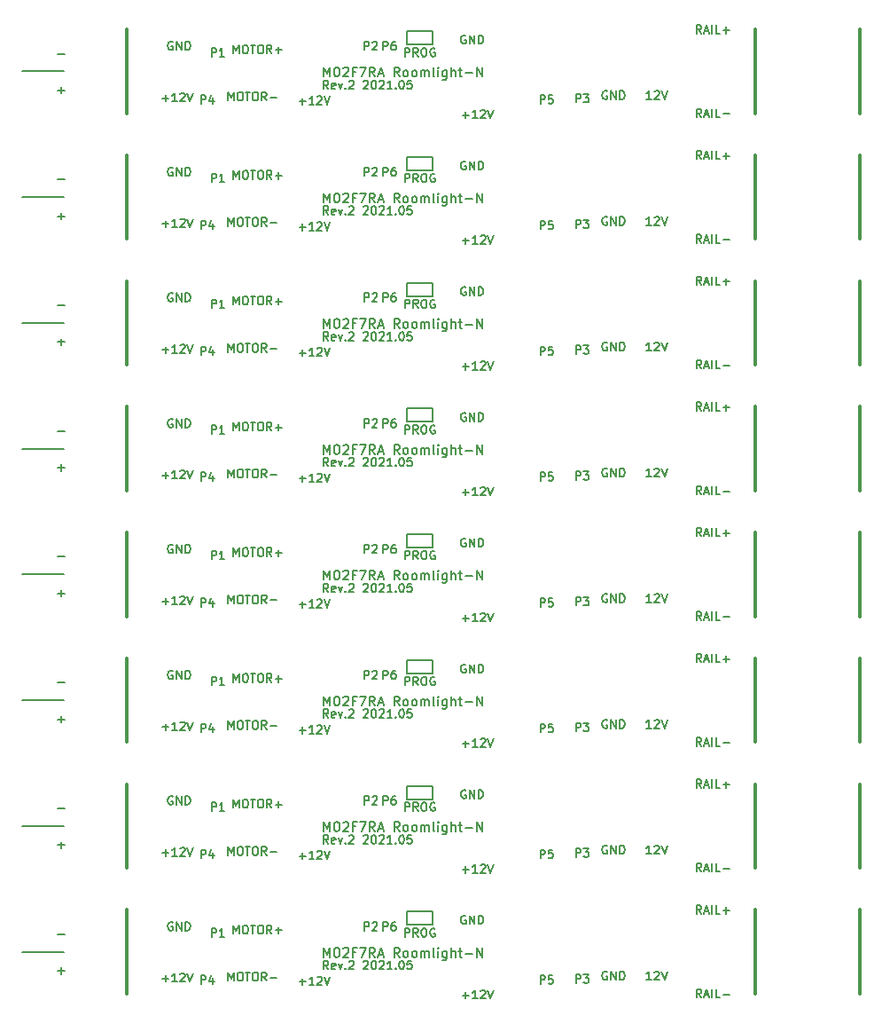
<source format=gto>
%TF.GenerationSoftware,KiCad,Pcbnew,(5.1.9)-1*%
%TF.CreationDate,2021-05-10T22:59:37+09:00*%
%TF.ProjectId,motordecoder2-roomlight,6d6f746f-7264-4656-936f-646572322d72,rev?*%
%TF.SameCoordinates,Original*%
%TF.FileFunction,Legend,Top*%
%TF.FilePolarity,Positive*%
%FSLAX46Y46*%
G04 Gerber Fmt 4.6, Leading zero omitted, Abs format (unit mm)*
G04 Created by KiCad (PCBNEW (5.1.9)-1) date 2021-05-10 22:59:37*
%MOMM*%
%LPD*%
G01*
G04 APERTURE LIST*
%ADD10C,0.300000*%
%ADD11C,0.200000*%
%ADD12C,0.170000*%
%ADD13C,0.180000*%
%ADD14C,2.000000*%
%ADD15R,1.400000X1.000000*%
%ADD16R,1.800000X1.000000*%
%ADD17R,0.950000X0.950000*%
%ADD18R,1.200000X0.800000*%
%ADD19R,2.500000X1.200000*%
%ADD20R,1.300000X1.300000*%
G04 APERTURE END LIST*
D10*
X171000000Y-118000000D02*
X171000000Y-126000000D01*
X171000000Y-106000000D02*
X171000000Y-114000000D01*
X171000000Y-94000000D02*
X171000000Y-102000000D01*
X171000000Y-82000000D02*
X171000000Y-90000000D01*
X171000000Y-70000000D02*
X171000000Y-78000000D01*
X171000000Y-58000000D02*
X171000000Y-66000000D01*
X171000000Y-46000000D02*
X171000000Y-54000000D01*
D11*
X165895238Y-118361904D02*
X165628571Y-117980952D01*
X165438095Y-118361904D02*
X165438095Y-117561904D01*
X165742857Y-117561904D01*
X165819047Y-117600000D01*
X165857142Y-117638095D01*
X165895238Y-117714285D01*
X165895238Y-117828571D01*
X165857142Y-117904761D01*
X165819047Y-117942857D01*
X165742857Y-117980952D01*
X165438095Y-117980952D01*
X166200000Y-118133333D02*
X166580952Y-118133333D01*
X166123809Y-118361904D02*
X166390476Y-117561904D01*
X166657142Y-118361904D01*
X166923809Y-118361904D02*
X166923809Y-117561904D01*
X167685714Y-118361904D02*
X167304761Y-118361904D01*
X167304761Y-117561904D01*
X167952380Y-118057142D02*
X168561904Y-118057142D01*
X168257142Y-118361904D02*
X168257142Y-117752380D01*
X165895238Y-106361904D02*
X165628571Y-105980952D01*
X165438095Y-106361904D02*
X165438095Y-105561904D01*
X165742857Y-105561904D01*
X165819047Y-105600000D01*
X165857142Y-105638095D01*
X165895238Y-105714285D01*
X165895238Y-105828571D01*
X165857142Y-105904761D01*
X165819047Y-105942857D01*
X165742857Y-105980952D01*
X165438095Y-105980952D01*
X166200000Y-106133333D02*
X166580952Y-106133333D01*
X166123809Y-106361904D02*
X166390476Y-105561904D01*
X166657142Y-106361904D01*
X166923809Y-106361904D02*
X166923809Y-105561904D01*
X167685714Y-106361904D02*
X167304761Y-106361904D01*
X167304761Y-105561904D01*
X167952380Y-106057142D02*
X168561904Y-106057142D01*
X168257142Y-106361904D02*
X168257142Y-105752380D01*
X165895238Y-94361904D02*
X165628571Y-93980952D01*
X165438095Y-94361904D02*
X165438095Y-93561904D01*
X165742857Y-93561904D01*
X165819047Y-93600000D01*
X165857142Y-93638095D01*
X165895238Y-93714285D01*
X165895238Y-93828571D01*
X165857142Y-93904761D01*
X165819047Y-93942857D01*
X165742857Y-93980952D01*
X165438095Y-93980952D01*
X166200000Y-94133333D02*
X166580952Y-94133333D01*
X166123809Y-94361904D02*
X166390476Y-93561904D01*
X166657142Y-94361904D01*
X166923809Y-94361904D02*
X166923809Y-93561904D01*
X167685714Y-94361904D02*
X167304761Y-94361904D01*
X167304761Y-93561904D01*
X167952380Y-94057142D02*
X168561904Y-94057142D01*
X168257142Y-94361904D02*
X168257142Y-93752380D01*
X165895238Y-82361904D02*
X165628571Y-81980952D01*
X165438095Y-82361904D02*
X165438095Y-81561904D01*
X165742857Y-81561904D01*
X165819047Y-81600000D01*
X165857142Y-81638095D01*
X165895238Y-81714285D01*
X165895238Y-81828571D01*
X165857142Y-81904761D01*
X165819047Y-81942857D01*
X165742857Y-81980952D01*
X165438095Y-81980952D01*
X166200000Y-82133333D02*
X166580952Y-82133333D01*
X166123809Y-82361904D02*
X166390476Y-81561904D01*
X166657142Y-82361904D01*
X166923809Y-82361904D02*
X166923809Y-81561904D01*
X167685714Y-82361904D02*
X167304761Y-82361904D01*
X167304761Y-81561904D01*
X167952380Y-82057142D02*
X168561904Y-82057142D01*
X168257142Y-82361904D02*
X168257142Y-81752380D01*
X165895238Y-70361904D02*
X165628571Y-69980952D01*
X165438095Y-70361904D02*
X165438095Y-69561904D01*
X165742857Y-69561904D01*
X165819047Y-69600000D01*
X165857142Y-69638095D01*
X165895238Y-69714285D01*
X165895238Y-69828571D01*
X165857142Y-69904761D01*
X165819047Y-69942857D01*
X165742857Y-69980952D01*
X165438095Y-69980952D01*
X166200000Y-70133333D02*
X166580952Y-70133333D01*
X166123809Y-70361904D02*
X166390476Y-69561904D01*
X166657142Y-70361904D01*
X166923809Y-70361904D02*
X166923809Y-69561904D01*
X167685714Y-70361904D02*
X167304761Y-70361904D01*
X167304761Y-69561904D01*
X167952380Y-70057142D02*
X168561904Y-70057142D01*
X168257142Y-70361904D02*
X168257142Y-69752380D01*
X165895238Y-58361904D02*
X165628571Y-57980952D01*
X165438095Y-58361904D02*
X165438095Y-57561904D01*
X165742857Y-57561904D01*
X165819047Y-57600000D01*
X165857142Y-57638095D01*
X165895238Y-57714285D01*
X165895238Y-57828571D01*
X165857142Y-57904761D01*
X165819047Y-57942857D01*
X165742857Y-57980952D01*
X165438095Y-57980952D01*
X166200000Y-58133333D02*
X166580952Y-58133333D01*
X166123809Y-58361904D02*
X166390476Y-57561904D01*
X166657142Y-58361904D01*
X166923809Y-58361904D02*
X166923809Y-57561904D01*
X167685714Y-58361904D02*
X167304761Y-58361904D01*
X167304761Y-57561904D01*
X167952380Y-58057142D02*
X168561904Y-58057142D01*
X168257142Y-58361904D02*
X168257142Y-57752380D01*
X165895238Y-46361904D02*
X165628571Y-45980952D01*
X165438095Y-46361904D02*
X165438095Y-45561904D01*
X165742857Y-45561904D01*
X165819047Y-45600000D01*
X165857142Y-45638095D01*
X165895238Y-45714285D01*
X165895238Y-45828571D01*
X165857142Y-45904761D01*
X165819047Y-45942857D01*
X165742857Y-45980952D01*
X165438095Y-45980952D01*
X166200000Y-46133333D02*
X166580952Y-46133333D01*
X166123809Y-46361904D02*
X166390476Y-45561904D01*
X166657142Y-46361904D01*
X166923809Y-46361904D02*
X166923809Y-45561904D01*
X167685714Y-46361904D02*
X167304761Y-46361904D01*
X167304761Y-45561904D01*
X167952380Y-46057142D02*
X168561904Y-46057142D01*
X168257142Y-46361904D02*
X168257142Y-45752380D01*
X121195238Y-120261904D02*
X121195238Y-119461904D01*
X121461904Y-120033333D01*
X121728571Y-119461904D01*
X121728571Y-120261904D01*
X122261904Y-119461904D02*
X122414285Y-119461904D01*
X122490476Y-119500000D01*
X122566666Y-119576190D01*
X122604761Y-119728571D01*
X122604761Y-119995238D01*
X122566666Y-120147619D01*
X122490476Y-120223809D01*
X122414285Y-120261904D01*
X122261904Y-120261904D01*
X122185714Y-120223809D01*
X122109523Y-120147619D01*
X122071428Y-119995238D01*
X122071428Y-119728571D01*
X122109523Y-119576190D01*
X122185714Y-119500000D01*
X122261904Y-119461904D01*
X122833333Y-119461904D02*
X123290476Y-119461904D01*
X123061904Y-120261904D02*
X123061904Y-119461904D01*
X123709523Y-119461904D02*
X123861904Y-119461904D01*
X123938095Y-119500000D01*
X124014285Y-119576190D01*
X124052380Y-119728571D01*
X124052380Y-119995238D01*
X124014285Y-120147619D01*
X123938095Y-120223809D01*
X123861904Y-120261904D01*
X123709523Y-120261904D01*
X123633333Y-120223809D01*
X123557142Y-120147619D01*
X123519047Y-119995238D01*
X123519047Y-119728571D01*
X123557142Y-119576190D01*
X123633333Y-119500000D01*
X123709523Y-119461904D01*
X124852380Y-120261904D02*
X124585714Y-119880952D01*
X124395238Y-120261904D02*
X124395238Y-119461904D01*
X124700000Y-119461904D01*
X124776190Y-119500000D01*
X124814285Y-119538095D01*
X124852380Y-119614285D01*
X124852380Y-119728571D01*
X124814285Y-119804761D01*
X124776190Y-119842857D01*
X124700000Y-119880952D01*
X124395238Y-119880952D01*
X125195238Y-119957142D02*
X125804761Y-119957142D01*
X125500000Y-120261904D02*
X125500000Y-119652380D01*
X121195238Y-108261904D02*
X121195238Y-107461904D01*
X121461904Y-108033333D01*
X121728571Y-107461904D01*
X121728571Y-108261904D01*
X122261904Y-107461904D02*
X122414285Y-107461904D01*
X122490476Y-107500000D01*
X122566666Y-107576190D01*
X122604761Y-107728571D01*
X122604761Y-107995238D01*
X122566666Y-108147619D01*
X122490476Y-108223809D01*
X122414285Y-108261904D01*
X122261904Y-108261904D01*
X122185714Y-108223809D01*
X122109523Y-108147619D01*
X122071428Y-107995238D01*
X122071428Y-107728571D01*
X122109523Y-107576190D01*
X122185714Y-107500000D01*
X122261904Y-107461904D01*
X122833333Y-107461904D02*
X123290476Y-107461904D01*
X123061904Y-108261904D02*
X123061904Y-107461904D01*
X123709523Y-107461904D02*
X123861904Y-107461904D01*
X123938095Y-107500000D01*
X124014285Y-107576190D01*
X124052380Y-107728571D01*
X124052380Y-107995238D01*
X124014285Y-108147619D01*
X123938095Y-108223809D01*
X123861904Y-108261904D01*
X123709523Y-108261904D01*
X123633333Y-108223809D01*
X123557142Y-108147619D01*
X123519047Y-107995238D01*
X123519047Y-107728571D01*
X123557142Y-107576190D01*
X123633333Y-107500000D01*
X123709523Y-107461904D01*
X124852380Y-108261904D02*
X124585714Y-107880952D01*
X124395238Y-108261904D02*
X124395238Y-107461904D01*
X124700000Y-107461904D01*
X124776190Y-107500000D01*
X124814285Y-107538095D01*
X124852380Y-107614285D01*
X124852380Y-107728571D01*
X124814285Y-107804761D01*
X124776190Y-107842857D01*
X124700000Y-107880952D01*
X124395238Y-107880952D01*
X125195238Y-107957142D02*
X125804761Y-107957142D01*
X125500000Y-108261904D02*
X125500000Y-107652380D01*
X121195238Y-96261904D02*
X121195238Y-95461904D01*
X121461904Y-96033333D01*
X121728571Y-95461904D01*
X121728571Y-96261904D01*
X122261904Y-95461904D02*
X122414285Y-95461904D01*
X122490476Y-95500000D01*
X122566666Y-95576190D01*
X122604761Y-95728571D01*
X122604761Y-95995238D01*
X122566666Y-96147619D01*
X122490476Y-96223809D01*
X122414285Y-96261904D01*
X122261904Y-96261904D01*
X122185714Y-96223809D01*
X122109523Y-96147619D01*
X122071428Y-95995238D01*
X122071428Y-95728571D01*
X122109523Y-95576190D01*
X122185714Y-95500000D01*
X122261904Y-95461904D01*
X122833333Y-95461904D02*
X123290476Y-95461904D01*
X123061904Y-96261904D02*
X123061904Y-95461904D01*
X123709523Y-95461904D02*
X123861904Y-95461904D01*
X123938095Y-95500000D01*
X124014285Y-95576190D01*
X124052380Y-95728571D01*
X124052380Y-95995238D01*
X124014285Y-96147619D01*
X123938095Y-96223809D01*
X123861904Y-96261904D01*
X123709523Y-96261904D01*
X123633333Y-96223809D01*
X123557142Y-96147619D01*
X123519047Y-95995238D01*
X123519047Y-95728571D01*
X123557142Y-95576190D01*
X123633333Y-95500000D01*
X123709523Y-95461904D01*
X124852380Y-96261904D02*
X124585714Y-95880952D01*
X124395238Y-96261904D02*
X124395238Y-95461904D01*
X124700000Y-95461904D01*
X124776190Y-95500000D01*
X124814285Y-95538095D01*
X124852380Y-95614285D01*
X124852380Y-95728571D01*
X124814285Y-95804761D01*
X124776190Y-95842857D01*
X124700000Y-95880952D01*
X124395238Y-95880952D01*
X125195238Y-95957142D02*
X125804761Y-95957142D01*
X125500000Y-96261904D02*
X125500000Y-95652380D01*
X121195238Y-84261904D02*
X121195238Y-83461904D01*
X121461904Y-84033333D01*
X121728571Y-83461904D01*
X121728571Y-84261904D01*
X122261904Y-83461904D02*
X122414285Y-83461904D01*
X122490476Y-83500000D01*
X122566666Y-83576190D01*
X122604761Y-83728571D01*
X122604761Y-83995238D01*
X122566666Y-84147619D01*
X122490476Y-84223809D01*
X122414285Y-84261904D01*
X122261904Y-84261904D01*
X122185714Y-84223809D01*
X122109523Y-84147619D01*
X122071428Y-83995238D01*
X122071428Y-83728571D01*
X122109523Y-83576190D01*
X122185714Y-83500000D01*
X122261904Y-83461904D01*
X122833333Y-83461904D02*
X123290476Y-83461904D01*
X123061904Y-84261904D02*
X123061904Y-83461904D01*
X123709523Y-83461904D02*
X123861904Y-83461904D01*
X123938095Y-83500000D01*
X124014285Y-83576190D01*
X124052380Y-83728571D01*
X124052380Y-83995238D01*
X124014285Y-84147619D01*
X123938095Y-84223809D01*
X123861904Y-84261904D01*
X123709523Y-84261904D01*
X123633333Y-84223809D01*
X123557142Y-84147619D01*
X123519047Y-83995238D01*
X123519047Y-83728571D01*
X123557142Y-83576190D01*
X123633333Y-83500000D01*
X123709523Y-83461904D01*
X124852380Y-84261904D02*
X124585714Y-83880952D01*
X124395238Y-84261904D02*
X124395238Y-83461904D01*
X124700000Y-83461904D01*
X124776190Y-83500000D01*
X124814285Y-83538095D01*
X124852380Y-83614285D01*
X124852380Y-83728571D01*
X124814285Y-83804761D01*
X124776190Y-83842857D01*
X124700000Y-83880952D01*
X124395238Y-83880952D01*
X125195238Y-83957142D02*
X125804761Y-83957142D01*
X125500000Y-84261904D02*
X125500000Y-83652380D01*
X121195238Y-72261904D02*
X121195238Y-71461904D01*
X121461904Y-72033333D01*
X121728571Y-71461904D01*
X121728571Y-72261904D01*
X122261904Y-71461904D02*
X122414285Y-71461904D01*
X122490476Y-71500000D01*
X122566666Y-71576190D01*
X122604761Y-71728571D01*
X122604761Y-71995238D01*
X122566666Y-72147619D01*
X122490476Y-72223809D01*
X122414285Y-72261904D01*
X122261904Y-72261904D01*
X122185714Y-72223809D01*
X122109523Y-72147619D01*
X122071428Y-71995238D01*
X122071428Y-71728571D01*
X122109523Y-71576190D01*
X122185714Y-71500000D01*
X122261904Y-71461904D01*
X122833333Y-71461904D02*
X123290476Y-71461904D01*
X123061904Y-72261904D02*
X123061904Y-71461904D01*
X123709523Y-71461904D02*
X123861904Y-71461904D01*
X123938095Y-71500000D01*
X124014285Y-71576190D01*
X124052380Y-71728571D01*
X124052380Y-71995238D01*
X124014285Y-72147619D01*
X123938095Y-72223809D01*
X123861904Y-72261904D01*
X123709523Y-72261904D01*
X123633333Y-72223809D01*
X123557142Y-72147619D01*
X123519047Y-71995238D01*
X123519047Y-71728571D01*
X123557142Y-71576190D01*
X123633333Y-71500000D01*
X123709523Y-71461904D01*
X124852380Y-72261904D02*
X124585714Y-71880952D01*
X124395238Y-72261904D02*
X124395238Y-71461904D01*
X124700000Y-71461904D01*
X124776190Y-71500000D01*
X124814285Y-71538095D01*
X124852380Y-71614285D01*
X124852380Y-71728571D01*
X124814285Y-71804761D01*
X124776190Y-71842857D01*
X124700000Y-71880952D01*
X124395238Y-71880952D01*
X125195238Y-71957142D02*
X125804761Y-71957142D01*
X125500000Y-72261904D02*
X125500000Y-71652380D01*
X121195238Y-60261904D02*
X121195238Y-59461904D01*
X121461904Y-60033333D01*
X121728571Y-59461904D01*
X121728571Y-60261904D01*
X122261904Y-59461904D02*
X122414285Y-59461904D01*
X122490476Y-59500000D01*
X122566666Y-59576190D01*
X122604761Y-59728571D01*
X122604761Y-59995238D01*
X122566666Y-60147619D01*
X122490476Y-60223809D01*
X122414285Y-60261904D01*
X122261904Y-60261904D01*
X122185714Y-60223809D01*
X122109523Y-60147619D01*
X122071428Y-59995238D01*
X122071428Y-59728571D01*
X122109523Y-59576190D01*
X122185714Y-59500000D01*
X122261904Y-59461904D01*
X122833333Y-59461904D02*
X123290476Y-59461904D01*
X123061904Y-60261904D02*
X123061904Y-59461904D01*
X123709523Y-59461904D02*
X123861904Y-59461904D01*
X123938095Y-59500000D01*
X124014285Y-59576190D01*
X124052380Y-59728571D01*
X124052380Y-59995238D01*
X124014285Y-60147619D01*
X123938095Y-60223809D01*
X123861904Y-60261904D01*
X123709523Y-60261904D01*
X123633333Y-60223809D01*
X123557142Y-60147619D01*
X123519047Y-59995238D01*
X123519047Y-59728571D01*
X123557142Y-59576190D01*
X123633333Y-59500000D01*
X123709523Y-59461904D01*
X124852380Y-60261904D02*
X124585714Y-59880952D01*
X124395238Y-60261904D02*
X124395238Y-59461904D01*
X124700000Y-59461904D01*
X124776190Y-59500000D01*
X124814285Y-59538095D01*
X124852380Y-59614285D01*
X124852380Y-59728571D01*
X124814285Y-59804761D01*
X124776190Y-59842857D01*
X124700000Y-59880952D01*
X124395238Y-59880952D01*
X125195238Y-59957142D02*
X125804761Y-59957142D01*
X125500000Y-60261904D02*
X125500000Y-59652380D01*
X121195238Y-48261904D02*
X121195238Y-47461904D01*
X121461904Y-48033333D01*
X121728571Y-47461904D01*
X121728571Y-48261904D01*
X122261904Y-47461904D02*
X122414285Y-47461904D01*
X122490476Y-47500000D01*
X122566666Y-47576190D01*
X122604761Y-47728571D01*
X122604761Y-47995238D01*
X122566666Y-48147619D01*
X122490476Y-48223809D01*
X122414285Y-48261904D01*
X122261904Y-48261904D01*
X122185714Y-48223809D01*
X122109523Y-48147619D01*
X122071428Y-47995238D01*
X122071428Y-47728571D01*
X122109523Y-47576190D01*
X122185714Y-47500000D01*
X122261904Y-47461904D01*
X122833333Y-47461904D02*
X123290476Y-47461904D01*
X123061904Y-48261904D02*
X123061904Y-47461904D01*
X123709523Y-47461904D02*
X123861904Y-47461904D01*
X123938095Y-47500000D01*
X124014285Y-47576190D01*
X124052380Y-47728571D01*
X124052380Y-47995238D01*
X124014285Y-48147619D01*
X123938095Y-48223809D01*
X123861904Y-48261904D01*
X123709523Y-48261904D01*
X123633333Y-48223809D01*
X123557142Y-48147619D01*
X123519047Y-47995238D01*
X123519047Y-47728571D01*
X123557142Y-47576190D01*
X123633333Y-47500000D01*
X123709523Y-47461904D01*
X124852380Y-48261904D02*
X124585714Y-47880952D01*
X124395238Y-48261904D02*
X124395238Y-47461904D01*
X124700000Y-47461904D01*
X124776190Y-47500000D01*
X124814285Y-47538095D01*
X124852380Y-47614285D01*
X124852380Y-47728571D01*
X124814285Y-47804761D01*
X124776190Y-47842857D01*
X124700000Y-47880952D01*
X124395238Y-47880952D01*
X125195238Y-47957142D02*
X125804761Y-47957142D01*
X125500000Y-48261904D02*
X125500000Y-47652380D01*
X165895238Y-126361904D02*
X165628571Y-125980952D01*
X165438095Y-126361904D02*
X165438095Y-125561904D01*
X165742857Y-125561904D01*
X165819047Y-125600000D01*
X165857142Y-125638095D01*
X165895238Y-125714285D01*
X165895238Y-125828571D01*
X165857142Y-125904761D01*
X165819047Y-125942857D01*
X165742857Y-125980952D01*
X165438095Y-125980952D01*
X166200000Y-126133333D02*
X166580952Y-126133333D01*
X166123809Y-126361904D02*
X166390476Y-125561904D01*
X166657142Y-126361904D01*
X166923809Y-126361904D02*
X166923809Y-125561904D01*
X167685714Y-126361904D02*
X167304761Y-126361904D01*
X167304761Y-125561904D01*
X167952380Y-126057142D02*
X168561904Y-126057142D01*
X165895238Y-114361904D02*
X165628571Y-113980952D01*
X165438095Y-114361904D02*
X165438095Y-113561904D01*
X165742857Y-113561904D01*
X165819047Y-113600000D01*
X165857142Y-113638095D01*
X165895238Y-113714285D01*
X165895238Y-113828571D01*
X165857142Y-113904761D01*
X165819047Y-113942857D01*
X165742857Y-113980952D01*
X165438095Y-113980952D01*
X166200000Y-114133333D02*
X166580952Y-114133333D01*
X166123809Y-114361904D02*
X166390476Y-113561904D01*
X166657142Y-114361904D01*
X166923809Y-114361904D02*
X166923809Y-113561904D01*
X167685714Y-114361904D02*
X167304761Y-114361904D01*
X167304761Y-113561904D01*
X167952380Y-114057142D02*
X168561904Y-114057142D01*
X165895238Y-102361904D02*
X165628571Y-101980952D01*
X165438095Y-102361904D02*
X165438095Y-101561904D01*
X165742857Y-101561904D01*
X165819047Y-101600000D01*
X165857142Y-101638095D01*
X165895238Y-101714285D01*
X165895238Y-101828571D01*
X165857142Y-101904761D01*
X165819047Y-101942857D01*
X165742857Y-101980952D01*
X165438095Y-101980952D01*
X166200000Y-102133333D02*
X166580952Y-102133333D01*
X166123809Y-102361904D02*
X166390476Y-101561904D01*
X166657142Y-102361904D01*
X166923809Y-102361904D02*
X166923809Y-101561904D01*
X167685714Y-102361904D02*
X167304761Y-102361904D01*
X167304761Y-101561904D01*
X167952380Y-102057142D02*
X168561904Y-102057142D01*
X165895238Y-90361904D02*
X165628571Y-89980952D01*
X165438095Y-90361904D02*
X165438095Y-89561904D01*
X165742857Y-89561904D01*
X165819047Y-89600000D01*
X165857142Y-89638095D01*
X165895238Y-89714285D01*
X165895238Y-89828571D01*
X165857142Y-89904761D01*
X165819047Y-89942857D01*
X165742857Y-89980952D01*
X165438095Y-89980952D01*
X166200000Y-90133333D02*
X166580952Y-90133333D01*
X166123809Y-90361904D02*
X166390476Y-89561904D01*
X166657142Y-90361904D01*
X166923809Y-90361904D02*
X166923809Y-89561904D01*
X167685714Y-90361904D02*
X167304761Y-90361904D01*
X167304761Y-89561904D01*
X167952380Y-90057142D02*
X168561904Y-90057142D01*
X165895238Y-78361904D02*
X165628571Y-77980952D01*
X165438095Y-78361904D02*
X165438095Y-77561904D01*
X165742857Y-77561904D01*
X165819047Y-77600000D01*
X165857142Y-77638095D01*
X165895238Y-77714285D01*
X165895238Y-77828571D01*
X165857142Y-77904761D01*
X165819047Y-77942857D01*
X165742857Y-77980952D01*
X165438095Y-77980952D01*
X166200000Y-78133333D02*
X166580952Y-78133333D01*
X166123809Y-78361904D02*
X166390476Y-77561904D01*
X166657142Y-78361904D01*
X166923809Y-78361904D02*
X166923809Y-77561904D01*
X167685714Y-78361904D02*
X167304761Y-78361904D01*
X167304761Y-77561904D01*
X167952380Y-78057142D02*
X168561904Y-78057142D01*
X165895238Y-66361904D02*
X165628571Y-65980952D01*
X165438095Y-66361904D02*
X165438095Y-65561904D01*
X165742857Y-65561904D01*
X165819047Y-65600000D01*
X165857142Y-65638095D01*
X165895238Y-65714285D01*
X165895238Y-65828571D01*
X165857142Y-65904761D01*
X165819047Y-65942857D01*
X165742857Y-65980952D01*
X165438095Y-65980952D01*
X166200000Y-66133333D02*
X166580952Y-66133333D01*
X166123809Y-66361904D02*
X166390476Y-65561904D01*
X166657142Y-66361904D01*
X166923809Y-66361904D02*
X166923809Y-65561904D01*
X167685714Y-66361904D02*
X167304761Y-66361904D01*
X167304761Y-65561904D01*
X167952380Y-66057142D02*
X168561904Y-66057142D01*
X165895238Y-54361904D02*
X165628571Y-53980952D01*
X165438095Y-54361904D02*
X165438095Y-53561904D01*
X165742857Y-53561904D01*
X165819047Y-53600000D01*
X165857142Y-53638095D01*
X165895238Y-53714285D01*
X165895238Y-53828571D01*
X165857142Y-53904761D01*
X165819047Y-53942857D01*
X165742857Y-53980952D01*
X165438095Y-53980952D01*
X166200000Y-54133333D02*
X166580952Y-54133333D01*
X166123809Y-54361904D02*
X166390476Y-53561904D01*
X166657142Y-54361904D01*
X166923809Y-54361904D02*
X166923809Y-53561904D01*
X167685714Y-54361904D02*
X167304761Y-54361904D01*
X167304761Y-53561904D01*
X167952380Y-54057142D02*
X168561904Y-54057142D01*
X161104761Y-124661904D02*
X160647619Y-124661904D01*
X160876190Y-124661904D02*
X160876190Y-123861904D01*
X160800000Y-123976190D01*
X160723809Y-124052380D01*
X160647619Y-124090476D01*
X161409523Y-123938095D02*
X161447619Y-123900000D01*
X161523809Y-123861904D01*
X161714285Y-123861904D01*
X161790476Y-123900000D01*
X161828571Y-123938095D01*
X161866666Y-124014285D01*
X161866666Y-124090476D01*
X161828571Y-124204761D01*
X161371428Y-124661904D01*
X161866666Y-124661904D01*
X162095238Y-123861904D02*
X162361904Y-124661904D01*
X162628571Y-123861904D01*
X161104761Y-112661904D02*
X160647619Y-112661904D01*
X160876190Y-112661904D02*
X160876190Y-111861904D01*
X160800000Y-111976190D01*
X160723809Y-112052380D01*
X160647619Y-112090476D01*
X161409523Y-111938095D02*
X161447619Y-111900000D01*
X161523809Y-111861904D01*
X161714285Y-111861904D01*
X161790476Y-111900000D01*
X161828571Y-111938095D01*
X161866666Y-112014285D01*
X161866666Y-112090476D01*
X161828571Y-112204761D01*
X161371428Y-112661904D01*
X161866666Y-112661904D01*
X162095238Y-111861904D02*
X162361904Y-112661904D01*
X162628571Y-111861904D01*
X161104761Y-100661904D02*
X160647619Y-100661904D01*
X160876190Y-100661904D02*
X160876190Y-99861904D01*
X160800000Y-99976190D01*
X160723809Y-100052380D01*
X160647619Y-100090476D01*
X161409523Y-99938095D02*
X161447619Y-99900000D01*
X161523809Y-99861904D01*
X161714285Y-99861904D01*
X161790476Y-99900000D01*
X161828571Y-99938095D01*
X161866666Y-100014285D01*
X161866666Y-100090476D01*
X161828571Y-100204761D01*
X161371428Y-100661904D01*
X161866666Y-100661904D01*
X162095238Y-99861904D02*
X162361904Y-100661904D01*
X162628571Y-99861904D01*
X161104761Y-88661904D02*
X160647619Y-88661904D01*
X160876190Y-88661904D02*
X160876190Y-87861904D01*
X160800000Y-87976190D01*
X160723809Y-88052380D01*
X160647619Y-88090476D01*
X161409523Y-87938095D02*
X161447619Y-87900000D01*
X161523809Y-87861904D01*
X161714285Y-87861904D01*
X161790476Y-87900000D01*
X161828571Y-87938095D01*
X161866666Y-88014285D01*
X161866666Y-88090476D01*
X161828571Y-88204761D01*
X161371428Y-88661904D01*
X161866666Y-88661904D01*
X162095238Y-87861904D02*
X162361904Y-88661904D01*
X162628571Y-87861904D01*
X161104761Y-76661904D02*
X160647619Y-76661904D01*
X160876190Y-76661904D02*
X160876190Y-75861904D01*
X160800000Y-75976190D01*
X160723809Y-76052380D01*
X160647619Y-76090476D01*
X161409523Y-75938095D02*
X161447619Y-75900000D01*
X161523809Y-75861904D01*
X161714285Y-75861904D01*
X161790476Y-75900000D01*
X161828571Y-75938095D01*
X161866666Y-76014285D01*
X161866666Y-76090476D01*
X161828571Y-76204761D01*
X161371428Y-76661904D01*
X161866666Y-76661904D01*
X162095238Y-75861904D02*
X162361904Y-76661904D01*
X162628571Y-75861904D01*
X161104761Y-64661904D02*
X160647619Y-64661904D01*
X160876190Y-64661904D02*
X160876190Y-63861904D01*
X160800000Y-63976190D01*
X160723809Y-64052380D01*
X160647619Y-64090476D01*
X161409523Y-63938095D02*
X161447619Y-63900000D01*
X161523809Y-63861904D01*
X161714285Y-63861904D01*
X161790476Y-63900000D01*
X161828571Y-63938095D01*
X161866666Y-64014285D01*
X161866666Y-64090476D01*
X161828571Y-64204761D01*
X161371428Y-64661904D01*
X161866666Y-64661904D01*
X162095238Y-63861904D02*
X162361904Y-64661904D01*
X162628571Y-63861904D01*
X161104761Y-52661904D02*
X160647619Y-52661904D01*
X160876190Y-52661904D02*
X160876190Y-51861904D01*
X160800000Y-51976190D01*
X160723809Y-52052380D01*
X160647619Y-52090476D01*
X161409523Y-51938095D02*
X161447619Y-51900000D01*
X161523809Y-51861904D01*
X161714285Y-51861904D01*
X161790476Y-51900000D01*
X161828571Y-51938095D01*
X161866666Y-52014285D01*
X161866666Y-52090476D01*
X161828571Y-52204761D01*
X161371428Y-52661904D01*
X161866666Y-52661904D01*
X162095238Y-51861904D02*
X162361904Y-52661904D01*
X162628571Y-51861904D01*
X156890476Y-123900000D02*
X156814285Y-123861904D01*
X156700000Y-123861904D01*
X156585714Y-123900000D01*
X156509523Y-123976190D01*
X156471428Y-124052380D01*
X156433333Y-124204761D01*
X156433333Y-124319047D01*
X156471428Y-124471428D01*
X156509523Y-124547619D01*
X156585714Y-124623809D01*
X156700000Y-124661904D01*
X156776190Y-124661904D01*
X156890476Y-124623809D01*
X156928571Y-124585714D01*
X156928571Y-124319047D01*
X156776190Y-124319047D01*
X157271428Y-124661904D02*
X157271428Y-123861904D01*
X157728571Y-124661904D01*
X157728571Y-123861904D01*
X158109523Y-124661904D02*
X158109523Y-123861904D01*
X158300000Y-123861904D01*
X158414285Y-123900000D01*
X158490476Y-123976190D01*
X158528571Y-124052380D01*
X158566666Y-124204761D01*
X158566666Y-124319047D01*
X158528571Y-124471428D01*
X158490476Y-124547619D01*
X158414285Y-124623809D01*
X158300000Y-124661904D01*
X158109523Y-124661904D01*
X156890476Y-111900000D02*
X156814285Y-111861904D01*
X156700000Y-111861904D01*
X156585714Y-111900000D01*
X156509523Y-111976190D01*
X156471428Y-112052380D01*
X156433333Y-112204761D01*
X156433333Y-112319047D01*
X156471428Y-112471428D01*
X156509523Y-112547619D01*
X156585714Y-112623809D01*
X156700000Y-112661904D01*
X156776190Y-112661904D01*
X156890476Y-112623809D01*
X156928571Y-112585714D01*
X156928571Y-112319047D01*
X156776190Y-112319047D01*
X157271428Y-112661904D02*
X157271428Y-111861904D01*
X157728571Y-112661904D01*
X157728571Y-111861904D01*
X158109523Y-112661904D02*
X158109523Y-111861904D01*
X158300000Y-111861904D01*
X158414285Y-111900000D01*
X158490476Y-111976190D01*
X158528571Y-112052380D01*
X158566666Y-112204761D01*
X158566666Y-112319047D01*
X158528571Y-112471428D01*
X158490476Y-112547619D01*
X158414285Y-112623809D01*
X158300000Y-112661904D01*
X158109523Y-112661904D01*
X156890476Y-99900000D02*
X156814285Y-99861904D01*
X156700000Y-99861904D01*
X156585714Y-99900000D01*
X156509523Y-99976190D01*
X156471428Y-100052380D01*
X156433333Y-100204761D01*
X156433333Y-100319047D01*
X156471428Y-100471428D01*
X156509523Y-100547619D01*
X156585714Y-100623809D01*
X156700000Y-100661904D01*
X156776190Y-100661904D01*
X156890476Y-100623809D01*
X156928571Y-100585714D01*
X156928571Y-100319047D01*
X156776190Y-100319047D01*
X157271428Y-100661904D02*
X157271428Y-99861904D01*
X157728571Y-100661904D01*
X157728571Y-99861904D01*
X158109523Y-100661904D02*
X158109523Y-99861904D01*
X158300000Y-99861904D01*
X158414285Y-99900000D01*
X158490476Y-99976190D01*
X158528571Y-100052380D01*
X158566666Y-100204761D01*
X158566666Y-100319047D01*
X158528571Y-100471428D01*
X158490476Y-100547619D01*
X158414285Y-100623809D01*
X158300000Y-100661904D01*
X158109523Y-100661904D01*
X156890476Y-87900000D02*
X156814285Y-87861904D01*
X156700000Y-87861904D01*
X156585714Y-87900000D01*
X156509523Y-87976190D01*
X156471428Y-88052380D01*
X156433333Y-88204761D01*
X156433333Y-88319047D01*
X156471428Y-88471428D01*
X156509523Y-88547619D01*
X156585714Y-88623809D01*
X156700000Y-88661904D01*
X156776190Y-88661904D01*
X156890476Y-88623809D01*
X156928571Y-88585714D01*
X156928571Y-88319047D01*
X156776190Y-88319047D01*
X157271428Y-88661904D02*
X157271428Y-87861904D01*
X157728571Y-88661904D01*
X157728571Y-87861904D01*
X158109523Y-88661904D02*
X158109523Y-87861904D01*
X158300000Y-87861904D01*
X158414285Y-87900000D01*
X158490476Y-87976190D01*
X158528571Y-88052380D01*
X158566666Y-88204761D01*
X158566666Y-88319047D01*
X158528571Y-88471428D01*
X158490476Y-88547619D01*
X158414285Y-88623809D01*
X158300000Y-88661904D01*
X158109523Y-88661904D01*
X156890476Y-75900000D02*
X156814285Y-75861904D01*
X156700000Y-75861904D01*
X156585714Y-75900000D01*
X156509523Y-75976190D01*
X156471428Y-76052380D01*
X156433333Y-76204761D01*
X156433333Y-76319047D01*
X156471428Y-76471428D01*
X156509523Y-76547619D01*
X156585714Y-76623809D01*
X156700000Y-76661904D01*
X156776190Y-76661904D01*
X156890476Y-76623809D01*
X156928571Y-76585714D01*
X156928571Y-76319047D01*
X156776190Y-76319047D01*
X157271428Y-76661904D02*
X157271428Y-75861904D01*
X157728571Y-76661904D01*
X157728571Y-75861904D01*
X158109523Y-76661904D02*
X158109523Y-75861904D01*
X158300000Y-75861904D01*
X158414285Y-75900000D01*
X158490476Y-75976190D01*
X158528571Y-76052380D01*
X158566666Y-76204761D01*
X158566666Y-76319047D01*
X158528571Y-76471428D01*
X158490476Y-76547619D01*
X158414285Y-76623809D01*
X158300000Y-76661904D01*
X158109523Y-76661904D01*
X156890476Y-63900000D02*
X156814285Y-63861904D01*
X156700000Y-63861904D01*
X156585714Y-63900000D01*
X156509523Y-63976190D01*
X156471428Y-64052380D01*
X156433333Y-64204761D01*
X156433333Y-64319047D01*
X156471428Y-64471428D01*
X156509523Y-64547619D01*
X156585714Y-64623809D01*
X156700000Y-64661904D01*
X156776190Y-64661904D01*
X156890476Y-64623809D01*
X156928571Y-64585714D01*
X156928571Y-64319047D01*
X156776190Y-64319047D01*
X157271428Y-64661904D02*
X157271428Y-63861904D01*
X157728571Y-64661904D01*
X157728571Y-63861904D01*
X158109523Y-64661904D02*
X158109523Y-63861904D01*
X158300000Y-63861904D01*
X158414285Y-63900000D01*
X158490476Y-63976190D01*
X158528571Y-64052380D01*
X158566666Y-64204761D01*
X158566666Y-64319047D01*
X158528571Y-64471428D01*
X158490476Y-64547619D01*
X158414285Y-64623809D01*
X158300000Y-64661904D01*
X158109523Y-64661904D01*
X156890476Y-51900000D02*
X156814285Y-51861904D01*
X156700000Y-51861904D01*
X156585714Y-51900000D01*
X156509523Y-51976190D01*
X156471428Y-52052380D01*
X156433333Y-52204761D01*
X156433333Y-52319047D01*
X156471428Y-52471428D01*
X156509523Y-52547619D01*
X156585714Y-52623809D01*
X156700000Y-52661904D01*
X156776190Y-52661904D01*
X156890476Y-52623809D01*
X156928571Y-52585714D01*
X156928571Y-52319047D01*
X156776190Y-52319047D01*
X157271428Y-52661904D02*
X157271428Y-51861904D01*
X157728571Y-52661904D01*
X157728571Y-51861904D01*
X158109523Y-52661904D02*
X158109523Y-51861904D01*
X158300000Y-51861904D01*
X158414285Y-51900000D01*
X158490476Y-51976190D01*
X158528571Y-52052380D01*
X158566666Y-52204761D01*
X158566666Y-52319047D01*
X158528571Y-52471428D01*
X158490476Y-52547619D01*
X158414285Y-52623809D01*
X158300000Y-52661904D01*
X158109523Y-52661904D01*
D10*
X181000000Y-118000000D02*
X181000000Y-126000000D01*
X181000000Y-106000000D02*
X181000000Y-114000000D01*
X181000000Y-94000000D02*
X181000000Y-102000000D01*
X181000000Y-82000000D02*
X181000000Y-90000000D01*
X181000000Y-70000000D02*
X181000000Y-78000000D01*
X181000000Y-58000000D02*
X181000000Y-66000000D01*
X181000000Y-46000000D02*
X181000000Y-54000000D01*
X111000000Y-118000000D02*
X111000000Y-126000000D01*
X111000000Y-106000000D02*
X111000000Y-114000000D01*
X111000000Y-94000000D02*
X111000000Y-102000000D01*
X111000000Y-82000000D02*
X111000000Y-90000000D01*
X111000000Y-70000000D02*
X111000000Y-78000000D01*
X111000000Y-58000000D02*
X111000000Y-66000000D01*
X111000000Y-46000000D02*
X111000000Y-54000000D01*
D11*
X115390476Y-119200000D02*
X115314285Y-119161904D01*
X115200000Y-119161904D01*
X115085714Y-119200000D01*
X115009523Y-119276190D01*
X114971428Y-119352380D01*
X114933333Y-119504761D01*
X114933333Y-119619047D01*
X114971428Y-119771428D01*
X115009523Y-119847619D01*
X115085714Y-119923809D01*
X115200000Y-119961904D01*
X115276190Y-119961904D01*
X115390476Y-119923809D01*
X115428571Y-119885714D01*
X115428571Y-119619047D01*
X115276190Y-119619047D01*
X115771428Y-119961904D02*
X115771428Y-119161904D01*
X116228571Y-119961904D01*
X116228571Y-119161904D01*
X116609523Y-119961904D02*
X116609523Y-119161904D01*
X116800000Y-119161904D01*
X116914285Y-119200000D01*
X116990476Y-119276190D01*
X117028571Y-119352380D01*
X117066666Y-119504761D01*
X117066666Y-119619047D01*
X117028571Y-119771428D01*
X116990476Y-119847619D01*
X116914285Y-119923809D01*
X116800000Y-119961904D01*
X116609523Y-119961904D01*
X115390476Y-107200000D02*
X115314285Y-107161904D01*
X115200000Y-107161904D01*
X115085714Y-107200000D01*
X115009523Y-107276190D01*
X114971428Y-107352380D01*
X114933333Y-107504761D01*
X114933333Y-107619047D01*
X114971428Y-107771428D01*
X115009523Y-107847619D01*
X115085714Y-107923809D01*
X115200000Y-107961904D01*
X115276190Y-107961904D01*
X115390476Y-107923809D01*
X115428571Y-107885714D01*
X115428571Y-107619047D01*
X115276190Y-107619047D01*
X115771428Y-107961904D02*
X115771428Y-107161904D01*
X116228571Y-107961904D01*
X116228571Y-107161904D01*
X116609523Y-107961904D02*
X116609523Y-107161904D01*
X116800000Y-107161904D01*
X116914285Y-107200000D01*
X116990476Y-107276190D01*
X117028571Y-107352380D01*
X117066666Y-107504761D01*
X117066666Y-107619047D01*
X117028571Y-107771428D01*
X116990476Y-107847619D01*
X116914285Y-107923809D01*
X116800000Y-107961904D01*
X116609523Y-107961904D01*
X115390476Y-95200000D02*
X115314285Y-95161904D01*
X115200000Y-95161904D01*
X115085714Y-95200000D01*
X115009523Y-95276190D01*
X114971428Y-95352380D01*
X114933333Y-95504761D01*
X114933333Y-95619047D01*
X114971428Y-95771428D01*
X115009523Y-95847619D01*
X115085714Y-95923809D01*
X115200000Y-95961904D01*
X115276190Y-95961904D01*
X115390476Y-95923809D01*
X115428571Y-95885714D01*
X115428571Y-95619047D01*
X115276190Y-95619047D01*
X115771428Y-95961904D02*
X115771428Y-95161904D01*
X116228571Y-95961904D01*
X116228571Y-95161904D01*
X116609523Y-95961904D02*
X116609523Y-95161904D01*
X116800000Y-95161904D01*
X116914285Y-95200000D01*
X116990476Y-95276190D01*
X117028571Y-95352380D01*
X117066666Y-95504761D01*
X117066666Y-95619047D01*
X117028571Y-95771428D01*
X116990476Y-95847619D01*
X116914285Y-95923809D01*
X116800000Y-95961904D01*
X116609523Y-95961904D01*
X115390476Y-83200000D02*
X115314285Y-83161904D01*
X115200000Y-83161904D01*
X115085714Y-83200000D01*
X115009523Y-83276190D01*
X114971428Y-83352380D01*
X114933333Y-83504761D01*
X114933333Y-83619047D01*
X114971428Y-83771428D01*
X115009523Y-83847619D01*
X115085714Y-83923809D01*
X115200000Y-83961904D01*
X115276190Y-83961904D01*
X115390476Y-83923809D01*
X115428571Y-83885714D01*
X115428571Y-83619047D01*
X115276190Y-83619047D01*
X115771428Y-83961904D02*
X115771428Y-83161904D01*
X116228571Y-83961904D01*
X116228571Y-83161904D01*
X116609523Y-83961904D02*
X116609523Y-83161904D01*
X116800000Y-83161904D01*
X116914285Y-83200000D01*
X116990476Y-83276190D01*
X117028571Y-83352380D01*
X117066666Y-83504761D01*
X117066666Y-83619047D01*
X117028571Y-83771428D01*
X116990476Y-83847619D01*
X116914285Y-83923809D01*
X116800000Y-83961904D01*
X116609523Y-83961904D01*
X115390476Y-71200000D02*
X115314285Y-71161904D01*
X115200000Y-71161904D01*
X115085714Y-71200000D01*
X115009523Y-71276190D01*
X114971428Y-71352380D01*
X114933333Y-71504761D01*
X114933333Y-71619047D01*
X114971428Y-71771428D01*
X115009523Y-71847619D01*
X115085714Y-71923809D01*
X115200000Y-71961904D01*
X115276190Y-71961904D01*
X115390476Y-71923809D01*
X115428571Y-71885714D01*
X115428571Y-71619047D01*
X115276190Y-71619047D01*
X115771428Y-71961904D02*
X115771428Y-71161904D01*
X116228571Y-71961904D01*
X116228571Y-71161904D01*
X116609523Y-71961904D02*
X116609523Y-71161904D01*
X116800000Y-71161904D01*
X116914285Y-71200000D01*
X116990476Y-71276190D01*
X117028571Y-71352380D01*
X117066666Y-71504761D01*
X117066666Y-71619047D01*
X117028571Y-71771428D01*
X116990476Y-71847619D01*
X116914285Y-71923809D01*
X116800000Y-71961904D01*
X116609523Y-71961904D01*
X115390476Y-59200000D02*
X115314285Y-59161904D01*
X115200000Y-59161904D01*
X115085714Y-59200000D01*
X115009523Y-59276190D01*
X114971428Y-59352380D01*
X114933333Y-59504761D01*
X114933333Y-59619047D01*
X114971428Y-59771428D01*
X115009523Y-59847619D01*
X115085714Y-59923809D01*
X115200000Y-59961904D01*
X115276190Y-59961904D01*
X115390476Y-59923809D01*
X115428571Y-59885714D01*
X115428571Y-59619047D01*
X115276190Y-59619047D01*
X115771428Y-59961904D02*
X115771428Y-59161904D01*
X116228571Y-59961904D01*
X116228571Y-59161904D01*
X116609523Y-59961904D02*
X116609523Y-59161904D01*
X116800000Y-59161904D01*
X116914285Y-59200000D01*
X116990476Y-59276190D01*
X117028571Y-59352380D01*
X117066666Y-59504761D01*
X117066666Y-59619047D01*
X117028571Y-59771428D01*
X116990476Y-59847619D01*
X116914285Y-59923809D01*
X116800000Y-59961904D01*
X116609523Y-59961904D01*
X115390476Y-47200000D02*
X115314285Y-47161904D01*
X115200000Y-47161904D01*
X115085714Y-47200000D01*
X115009523Y-47276190D01*
X114971428Y-47352380D01*
X114933333Y-47504761D01*
X114933333Y-47619047D01*
X114971428Y-47771428D01*
X115009523Y-47847619D01*
X115085714Y-47923809D01*
X115200000Y-47961904D01*
X115276190Y-47961904D01*
X115390476Y-47923809D01*
X115428571Y-47885714D01*
X115428571Y-47619047D01*
X115276190Y-47619047D01*
X115771428Y-47961904D02*
X115771428Y-47161904D01*
X116228571Y-47961904D01*
X116228571Y-47161904D01*
X116609523Y-47961904D02*
X116609523Y-47161904D01*
X116800000Y-47161904D01*
X116914285Y-47200000D01*
X116990476Y-47276190D01*
X117028571Y-47352380D01*
X117066666Y-47504761D01*
X117066666Y-47619047D01*
X117028571Y-47771428D01*
X116990476Y-47847619D01*
X116914285Y-47923809D01*
X116800000Y-47961904D01*
X116609523Y-47961904D01*
D12*
X119109523Y-120561904D02*
X119109523Y-119761904D01*
X119414285Y-119761904D01*
X119490476Y-119800000D01*
X119528571Y-119838095D01*
X119566666Y-119914285D01*
X119566666Y-120028571D01*
X119528571Y-120104761D01*
X119490476Y-120142857D01*
X119414285Y-120180952D01*
X119109523Y-120180952D01*
X120328571Y-120561904D02*
X119871428Y-120561904D01*
X120100000Y-120561904D02*
X120100000Y-119761904D01*
X120023809Y-119876190D01*
X119947619Y-119952380D01*
X119871428Y-119990476D01*
X119109523Y-108561904D02*
X119109523Y-107761904D01*
X119414285Y-107761904D01*
X119490476Y-107800000D01*
X119528571Y-107838095D01*
X119566666Y-107914285D01*
X119566666Y-108028571D01*
X119528571Y-108104761D01*
X119490476Y-108142857D01*
X119414285Y-108180952D01*
X119109523Y-108180952D01*
X120328571Y-108561904D02*
X119871428Y-108561904D01*
X120100000Y-108561904D02*
X120100000Y-107761904D01*
X120023809Y-107876190D01*
X119947619Y-107952380D01*
X119871428Y-107990476D01*
X119109523Y-96561904D02*
X119109523Y-95761904D01*
X119414285Y-95761904D01*
X119490476Y-95800000D01*
X119528571Y-95838095D01*
X119566666Y-95914285D01*
X119566666Y-96028571D01*
X119528571Y-96104761D01*
X119490476Y-96142857D01*
X119414285Y-96180952D01*
X119109523Y-96180952D01*
X120328571Y-96561904D02*
X119871428Y-96561904D01*
X120100000Y-96561904D02*
X120100000Y-95761904D01*
X120023809Y-95876190D01*
X119947619Y-95952380D01*
X119871428Y-95990476D01*
X119109523Y-84561904D02*
X119109523Y-83761904D01*
X119414285Y-83761904D01*
X119490476Y-83800000D01*
X119528571Y-83838095D01*
X119566666Y-83914285D01*
X119566666Y-84028571D01*
X119528571Y-84104761D01*
X119490476Y-84142857D01*
X119414285Y-84180952D01*
X119109523Y-84180952D01*
X120328571Y-84561904D02*
X119871428Y-84561904D01*
X120100000Y-84561904D02*
X120100000Y-83761904D01*
X120023809Y-83876190D01*
X119947619Y-83952380D01*
X119871428Y-83990476D01*
X119109523Y-72561904D02*
X119109523Y-71761904D01*
X119414285Y-71761904D01*
X119490476Y-71800000D01*
X119528571Y-71838095D01*
X119566666Y-71914285D01*
X119566666Y-72028571D01*
X119528571Y-72104761D01*
X119490476Y-72142857D01*
X119414285Y-72180952D01*
X119109523Y-72180952D01*
X120328571Y-72561904D02*
X119871428Y-72561904D01*
X120100000Y-72561904D02*
X120100000Y-71761904D01*
X120023809Y-71876190D01*
X119947619Y-71952380D01*
X119871428Y-71990476D01*
X119109523Y-60561904D02*
X119109523Y-59761904D01*
X119414285Y-59761904D01*
X119490476Y-59800000D01*
X119528571Y-59838095D01*
X119566666Y-59914285D01*
X119566666Y-60028571D01*
X119528571Y-60104761D01*
X119490476Y-60142857D01*
X119414285Y-60180952D01*
X119109523Y-60180952D01*
X120328571Y-60561904D02*
X119871428Y-60561904D01*
X120100000Y-60561904D02*
X120100000Y-59761904D01*
X120023809Y-59876190D01*
X119947619Y-59952380D01*
X119871428Y-59990476D01*
X119109523Y-48561904D02*
X119109523Y-47761904D01*
X119414285Y-47761904D01*
X119490476Y-47800000D01*
X119528571Y-47838095D01*
X119566666Y-47914285D01*
X119566666Y-48028571D01*
X119528571Y-48104761D01*
X119490476Y-48142857D01*
X119414285Y-48180952D01*
X119109523Y-48180952D01*
X120328571Y-48561904D02*
X119871428Y-48561904D01*
X120100000Y-48561904D02*
X120100000Y-47761904D01*
X120023809Y-47876190D01*
X119947619Y-47952380D01*
X119871428Y-47990476D01*
D11*
X127490476Y-124857142D02*
X128100000Y-124857142D01*
X127795238Y-125161904D02*
X127795238Y-124552380D01*
X128900000Y-125161904D02*
X128442857Y-125161904D01*
X128671428Y-125161904D02*
X128671428Y-124361904D01*
X128595238Y-124476190D01*
X128519047Y-124552380D01*
X128442857Y-124590476D01*
X129204761Y-124438095D02*
X129242857Y-124400000D01*
X129319047Y-124361904D01*
X129509523Y-124361904D01*
X129585714Y-124400000D01*
X129623809Y-124438095D01*
X129661904Y-124514285D01*
X129661904Y-124590476D01*
X129623809Y-124704761D01*
X129166666Y-125161904D01*
X129661904Y-125161904D01*
X129890476Y-124361904D02*
X130157142Y-125161904D01*
X130423809Y-124361904D01*
X127490476Y-112857142D02*
X128100000Y-112857142D01*
X127795238Y-113161904D02*
X127795238Y-112552380D01*
X128900000Y-113161904D02*
X128442857Y-113161904D01*
X128671428Y-113161904D02*
X128671428Y-112361904D01*
X128595238Y-112476190D01*
X128519047Y-112552380D01*
X128442857Y-112590476D01*
X129204761Y-112438095D02*
X129242857Y-112400000D01*
X129319047Y-112361904D01*
X129509523Y-112361904D01*
X129585714Y-112400000D01*
X129623809Y-112438095D01*
X129661904Y-112514285D01*
X129661904Y-112590476D01*
X129623809Y-112704761D01*
X129166666Y-113161904D01*
X129661904Y-113161904D01*
X129890476Y-112361904D02*
X130157142Y-113161904D01*
X130423809Y-112361904D01*
X127490476Y-100857142D02*
X128100000Y-100857142D01*
X127795238Y-101161904D02*
X127795238Y-100552380D01*
X128900000Y-101161904D02*
X128442857Y-101161904D01*
X128671428Y-101161904D02*
X128671428Y-100361904D01*
X128595238Y-100476190D01*
X128519047Y-100552380D01*
X128442857Y-100590476D01*
X129204761Y-100438095D02*
X129242857Y-100400000D01*
X129319047Y-100361904D01*
X129509523Y-100361904D01*
X129585714Y-100400000D01*
X129623809Y-100438095D01*
X129661904Y-100514285D01*
X129661904Y-100590476D01*
X129623809Y-100704761D01*
X129166666Y-101161904D01*
X129661904Y-101161904D01*
X129890476Y-100361904D02*
X130157142Y-101161904D01*
X130423809Y-100361904D01*
X127490476Y-88857142D02*
X128100000Y-88857142D01*
X127795238Y-89161904D02*
X127795238Y-88552380D01*
X128900000Y-89161904D02*
X128442857Y-89161904D01*
X128671428Y-89161904D02*
X128671428Y-88361904D01*
X128595238Y-88476190D01*
X128519047Y-88552380D01*
X128442857Y-88590476D01*
X129204761Y-88438095D02*
X129242857Y-88400000D01*
X129319047Y-88361904D01*
X129509523Y-88361904D01*
X129585714Y-88400000D01*
X129623809Y-88438095D01*
X129661904Y-88514285D01*
X129661904Y-88590476D01*
X129623809Y-88704761D01*
X129166666Y-89161904D01*
X129661904Y-89161904D01*
X129890476Y-88361904D02*
X130157142Y-89161904D01*
X130423809Y-88361904D01*
X127490476Y-76857142D02*
X128100000Y-76857142D01*
X127795238Y-77161904D02*
X127795238Y-76552380D01*
X128900000Y-77161904D02*
X128442857Y-77161904D01*
X128671428Y-77161904D02*
X128671428Y-76361904D01*
X128595238Y-76476190D01*
X128519047Y-76552380D01*
X128442857Y-76590476D01*
X129204761Y-76438095D02*
X129242857Y-76400000D01*
X129319047Y-76361904D01*
X129509523Y-76361904D01*
X129585714Y-76400000D01*
X129623809Y-76438095D01*
X129661904Y-76514285D01*
X129661904Y-76590476D01*
X129623809Y-76704761D01*
X129166666Y-77161904D01*
X129661904Y-77161904D01*
X129890476Y-76361904D02*
X130157142Y-77161904D01*
X130423809Y-76361904D01*
X127490476Y-64857142D02*
X128100000Y-64857142D01*
X127795238Y-65161904D02*
X127795238Y-64552380D01*
X128900000Y-65161904D02*
X128442857Y-65161904D01*
X128671428Y-65161904D02*
X128671428Y-64361904D01*
X128595238Y-64476190D01*
X128519047Y-64552380D01*
X128442857Y-64590476D01*
X129204761Y-64438095D02*
X129242857Y-64400000D01*
X129319047Y-64361904D01*
X129509523Y-64361904D01*
X129585714Y-64400000D01*
X129623809Y-64438095D01*
X129661904Y-64514285D01*
X129661904Y-64590476D01*
X129623809Y-64704761D01*
X129166666Y-65161904D01*
X129661904Y-65161904D01*
X129890476Y-64361904D02*
X130157142Y-65161904D01*
X130423809Y-64361904D01*
X127490476Y-52857142D02*
X128100000Y-52857142D01*
X127795238Y-53161904D02*
X127795238Y-52552380D01*
X128900000Y-53161904D02*
X128442857Y-53161904D01*
X128671428Y-53161904D02*
X128671428Y-52361904D01*
X128595238Y-52476190D01*
X128519047Y-52552380D01*
X128442857Y-52590476D01*
X129204761Y-52438095D02*
X129242857Y-52400000D01*
X129319047Y-52361904D01*
X129509523Y-52361904D01*
X129585714Y-52400000D01*
X129623809Y-52438095D01*
X129661904Y-52514285D01*
X129661904Y-52590476D01*
X129623809Y-52704761D01*
X129166666Y-53161904D01*
X129661904Y-53161904D01*
X129890476Y-52361904D02*
X130157142Y-53161904D01*
X130423809Y-52361904D01*
D12*
X135509523Y-119961904D02*
X135509523Y-119161904D01*
X135814285Y-119161904D01*
X135890476Y-119200000D01*
X135928571Y-119238095D01*
X135966666Y-119314285D01*
X135966666Y-119428571D01*
X135928571Y-119504761D01*
X135890476Y-119542857D01*
X135814285Y-119580952D01*
X135509523Y-119580952D01*
X136652380Y-119161904D02*
X136500000Y-119161904D01*
X136423809Y-119200000D01*
X136385714Y-119238095D01*
X136309523Y-119352380D01*
X136271428Y-119504761D01*
X136271428Y-119809523D01*
X136309523Y-119885714D01*
X136347619Y-119923809D01*
X136423809Y-119961904D01*
X136576190Y-119961904D01*
X136652380Y-119923809D01*
X136690476Y-119885714D01*
X136728571Y-119809523D01*
X136728571Y-119619047D01*
X136690476Y-119542857D01*
X136652380Y-119504761D01*
X136576190Y-119466666D01*
X136423809Y-119466666D01*
X136347619Y-119504761D01*
X136309523Y-119542857D01*
X136271428Y-119619047D01*
X135509523Y-107961904D02*
X135509523Y-107161904D01*
X135814285Y-107161904D01*
X135890476Y-107200000D01*
X135928571Y-107238095D01*
X135966666Y-107314285D01*
X135966666Y-107428571D01*
X135928571Y-107504761D01*
X135890476Y-107542857D01*
X135814285Y-107580952D01*
X135509523Y-107580952D01*
X136652380Y-107161904D02*
X136500000Y-107161904D01*
X136423809Y-107200000D01*
X136385714Y-107238095D01*
X136309523Y-107352380D01*
X136271428Y-107504761D01*
X136271428Y-107809523D01*
X136309523Y-107885714D01*
X136347619Y-107923809D01*
X136423809Y-107961904D01*
X136576190Y-107961904D01*
X136652380Y-107923809D01*
X136690476Y-107885714D01*
X136728571Y-107809523D01*
X136728571Y-107619047D01*
X136690476Y-107542857D01*
X136652380Y-107504761D01*
X136576190Y-107466666D01*
X136423809Y-107466666D01*
X136347619Y-107504761D01*
X136309523Y-107542857D01*
X136271428Y-107619047D01*
X135509523Y-95961904D02*
X135509523Y-95161904D01*
X135814285Y-95161904D01*
X135890476Y-95200000D01*
X135928571Y-95238095D01*
X135966666Y-95314285D01*
X135966666Y-95428571D01*
X135928571Y-95504761D01*
X135890476Y-95542857D01*
X135814285Y-95580952D01*
X135509523Y-95580952D01*
X136652380Y-95161904D02*
X136500000Y-95161904D01*
X136423809Y-95200000D01*
X136385714Y-95238095D01*
X136309523Y-95352380D01*
X136271428Y-95504761D01*
X136271428Y-95809523D01*
X136309523Y-95885714D01*
X136347619Y-95923809D01*
X136423809Y-95961904D01*
X136576190Y-95961904D01*
X136652380Y-95923809D01*
X136690476Y-95885714D01*
X136728571Y-95809523D01*
X136728571Y-95619047D01*
X136690476Y-95542857D01*
X136652380Y-95504761D01*
X136576190Y-95466666D01*
X136423809Y-95466666D01*
X136347619Y-95504761D01*
X136309523Y-95542857D01*
X136271428Y-95619047D01*
X135509523Y-83961904D02*
X135509523Y-83161904D01*
X135814285Y-83161904D01*
X135890476Y-83200000D01*
X135928571Y-83238095D01*
X135966666Y-83314285D01*
X135966666Y-83428571D01*
X135928571Y-83504761D01*
X135890476Y-83542857D01*
X135814285Y-83580952D01*
X135509523Y-83580952D01*
X136652380Y-83161904D02*
X136500000Y-83161904D01*
X136423809Y-83200000D01*
X136385714Y-83238095D01*
X136309523Y-83352380D01*
X136271428Y-83504761D01*
X136271428Y-83809523D01*
X136309523Y-83885714D01*
X136347619Y-83923809D01*
X136423809Y-83961904D01*
X136576190Y-83961904D01*
X136652380Y-83923809D01*
X136690476Y-83885714D01*
X136728571Y-83809523D01*
X136728571Y-83619047D01*
X136690476Y-83542857D01*
X136652380Y-83504761D01*
X136576190Y-83466666D01*
X136423809Y-83466666D01*
X136347619Y-83504761D01*
X136309523Y-83542857D01*
X136271428Y-83619047D01*
X135509523Y-71961904D02*
X135509523Y-71161904D01*
X135814285Y-71161904D01*
X135890476Y-71200000D01*
X135928571Y-71238095D01*
X135966666Y-71314285D01*
X135966666Y-71428571D01*
X135928571Y-71504761D01*
X135890476Y-71542857D01*
X135814285Y-71580952D01*
X135509523Y-71580952D01*
X136652380Y-71161904D02*
X136500000Y-71161904D01*
X136423809Y-71200000D01*
X136385714Y-71238095D01*
X136309523Y-71352380D01*
X136271428Y-71504761D01*
X136271428Y-71809523D01*
X136309523Y-71885714D01*
X136347619Y-71923809D01*
X136423809Y-71961904D01*
X136576190Y-71961904D01*
X136652380Y-71923809D01*
X136690476Y-71885714D01*
X136728571Y-71809523D01*
X136728571Y-71619047D01*
X136690476Y-71542857D01*
X136652380Y-71504761D01*
X136576190Y-71466666D01*
X136423809Y-71466666D01*
X136347619Y-71504761D01*
X136309523Y-71542857D01*
X136271428Y-71619047D01*
X135509523Y-59961904D02*
X135509523Y-59161904D01*
X135814285Y-59161904D01*
X135890476Y-59200000D01*
X135928571Y-59238095D01*
X135966666Y-59314285D01*
X135966666Y-59428571D01*
X135928571Y-59504761D01*
X135890476Y-59542857D01*
X135814285Y-59580952D01*
X135509523Y-59580952D01*
X136652380Y-59161904D02*
X136500000Y-59161904D01*
X136423809Y-59200000D01*
X136385714Y-59238095D01*
X136309523Y-59352380D01*
X136271428Y-59504761D01*
X136271428Y-59809523D01*
X136309523Y-59885714D01*
X136347619Y-59923809D01*
X136423809Y-59961904D01*
X136576190Y-59961904D01*
X136652380Y-59923809D01*
X136690476Y-59885714D01*
X136728571Y-59809523D01*
X136728571Y-59619047D01*
X136690476Y-59542857D01*
X136652380Y-59504761D01*
X136576190Y-59466666D01*
X136423809Y-59466666D01*
X136347619Y-59504761D01*
X136309523Y-59542857D01*
X136271428Y-59619047D01*
X135509523Y-47961904D02*
X135509523Y-47161904D01*
X135814285Y-47161904D01*
X135890476Y-47200000D01*
X135928571Y-47238095D01*
X135966666Y-47314285D01*
X135966666Y-47428571D01*
X135928571Y-47504761D01*
X135890476Y-47542857D01*
X135814285Y-47580952D01*
X135509523Y-47580952D01*
X136652380Y-47161904D02*
X136500000Y-47161904D01*
X136423809Y-47200000D01*
X136385714Y-47238095D01*
X136309523Y-47352380D01*
X136271428Y-47504761D01*
X136271428Y-47809523D01*
X136309523Y-47885714D01*
X136347619Y-47923809D01*
X136423809Y-47961904D01*
X136576190Y-47961904D01*
X136652380Y-47923809D01*
X136690476Y-47885714D01*
X136728571Y-47809523D01*
X136728571Y-47619047D01*
X136690476Y-47542857D01*
X136652380Y-47504761D01*
X136576190Y-47466666D01*
X136423809Y-47466666D01*
X136347619Y-47504761D01*
X136309523Y-47542857D01*
X136271428Y-47619047D01*
D11*
X143390476Y-118600000D02*
X143314285Y-118561904D01*
X143200000Y-118561904D01*
X143085714Y-118600000D01*
X143009523Y-118676190D01*
X142971428Y-118752380D01*
X142933333Y-118904761D01*
X142933333Y-119019047D01*
X142971428Y-119171428D01*
X143009523Y-119247619D01*
X143085714Y-119323809D01*
X143200000Y-119361904D01*
X143276190Y-119361904D01*
X143390476Y-119323809D01*
X143428571Y-119285714D01*
X143428571Y-119019047D01*
X143276190Y-119019047D01*
X143771428Y-119361904D02*
X143771428Y-118561904D01*
X144228571Y-119361904D01*
X144228571Y-118561904D01*
X144609523Y-119361904D02*
X144609523Y-118561904D01*
X144800000Y-118561904D01*
X144914285Y-118600000D01*
X144990476Y-118676190D01*
X145028571Y-118752380D01*
X145066666Y-118904761D01*
X145066666Y-119019047D01*
X145028571Y-119171428D01*
X144990476Y-119247619D01*
X144914285Y-119323809D01*
X144800000Y-119361904D01*
X144609523Y-119361904D01*
X143390476Y-106600000D02*
X143314285Y-106561904D01*
X143200000Y-106561904D01*
X143085714Y-106600000D01*
X143009523Y-106676190D01*
X142971428Y-106752380D01*
X142933333Y-106904761D01*
X142933333Y-107019047D01*
X142971428Y-107171428D01*
X143009523Y-107247619D01*
X143085714Y-107323809D01*
X143200000Y-107361904D01*
X143276190Y-107361904D01*
X143390476Y-107323809D01*
X143428571Y-107285714D01*
X143428571Y-107019047D01*
X143276190Y-107019047D01*
X143771428Y-107361904D02*
X143771428Y-106561904D01*
X144228571Y-107361904D01*
X144228571Y-106561904D01*
X144609523Y-107361904D02*
X144609523Y-106561904D01*
X144800000Y-106561904D01*
X144914285Y-106600000D01*
X144990476Y-106676190D01*
X145028571Y-106752380D01*
X145066666Y-106904761D01*
X145066666Y-107019047D01*
X145028571Y-107171428D01*
X144990476Y-107247619D01*
X144914285Y-107323809D01*
X144800000Y-107361904D01*
X144609523Y-107361904D01*
X143390476Y-94600000D02*
X143314285Y-94561904D01*
X143200000Y-94561904D01*
X143085714Y-94600000D01*
X143009523Y-94676190D01*
X142971428Y-94752380D01*
X142933333Y-94904761D01*
X142933333Y-95019047D01*
X142971428Y-95171428D01*
X143009523Y-95247619D01*
X143085714Y-95323809D01*
X143200000Y-95361904D01*
X143276190Y-95361904D01*
X143390476Y-95323809D01*
X143428571Y-95285714D01*
X143428571Y-95019047D01*
X143276190Y-95019047D01*
X143771428Y-95361904D02*
X143771428Y-94561904D01*
X144228571Y-95361904D01*
X144228571Y-94561904D01*
X144609523Y-95361904D02*
X144609523Y-94561904D01*
X144800000Y-94561904D01*
X144914285Y-94600000D01*
X144990476Y-94676190D01*
X145028571Y-94752380D01*
X145066666Y-94904761D01*
X145066666Y-95019047D01*
X145028571Y-95171428D01*
X144990476Y-95247619D01*
X144914285Y-95323809D01*
X144800000Y-95361904D01*
X144609523Y-95361904D01*
X143390476Y-82600000D02*
X143314285Y-82561904D01*
X143200000Y-82561904D01*
X143085714Y-82600000D01*
X143009523Y-82676190D01*
X142971428Y-82752380D01*
X142933333Y-82904761D01*
X142933333Y-83019047D01*
X142971428Y-83171428D01*
X143009523Y-83247619D01*
X143085714Y-83323809D01*
X143200000Y-83361904D01*
X143276190Y-83361904D01*
X143390476Y-83323809D01*
X143428571Y-83285714D01*
X143428571Y-83019047D01*
X143276190Y-83019047D01*
X143771428Y-83361904D02*
X143771428Y-82561904D01*
X144228571Y-83361904D01*
X144228571Y-82561904D01*
X144609523Y-83361904D02*
X144609523Y-82561904D01*
X144800000Y-82561904D01*
X144914285Y-82600000D01*
X144990476Y-82676190D01*
X145028571Y-82752380D01*
X145066666Y-82904761D01*
X145066666Y-83019047D01*
X145028571Y-83171428D01*
X144990476Y-83247619D01*
X144914285Y-83323809D01*
X144800000Y-83361904D01*
X144609523Y-83361904D01*
X143390476Y-70600000D02*
X143314285Y-70561904D01*
X143200000Y-70561904D01*
X143085714Y-70600000D01*
X143009523Y-70676190D01*
X142971428Y-70752380D01*
X142933333Y-70904761D01*
X142933333Y-71019047D01*
X142971428Y-71171428D01*
X143009523Y-71247619D01*
X143085714Y-71323809D01*
X143200000Y-71361904D01*
X143276190Y-71361904D01*
X143390476Y-71323809D01*
X143428571Y-71285714D01*
X143428571Y-71019047D01*
X143276190Y-71019047D01*
X143771428Y-71361904D02*
X143771428Y-70561904D01*
X144228571Y-71361904D01*
X144228571Y-70561904D01*
X144609523Y-71361904D02*
X144609523Y-70561904D01*
X144800000Y-70561904D01*
X144914285Y-70600000D01*
X144990476Y-70676190D01*
X145028571Y-70752380D01*
X145066666Y-70904761D01*
X145066666Y-71019047D01*
X145028571Y-71171428D01*
X144990476Y-71247619D01*
X144914285Y-71323809D01*
X144800000Y-71361904D01*
X144609523Y-71361904D01*
X143390476Y-58600000D02*
X143314285Y-58561904D01*
X143200000Y-58561904D01*
X143085714Y-58600000D01*
X143009523Y-58676190D01*
X142971428Y-58752380D01*
X142933333Y-58904761D01*
X142933333Y-59019047D01*
X142971428Y-59171428D01*
X143009523Y-59247619D01*
X143085714Y-59323809D01*
X143200000Y-59361904D01*
X143276190Y-59361904D01*
X143390476Y-59323809D01*
X143428571Y-59285714D01*
X143428571Y-59019047D01*
X143276190Y-59019047D01*
X143771428Y-59361904D02*
X143771428Y-58561904D01*
X144228571Y-59361904D01*
X144228571Y-58561904D01*
X144609523Y-59361904D02*
X144609523Y-58561904D01*
X144800000Y-58561904D01*
X144914285Y-58600000D01*
X144990476Y-58676190D01*
X145028571Y-58752380D01*
X145066666Y-58904761D01*
X145066666Y-59019047D01*
X145028571Y-59171428D01*
X144990476Y-59247619D01*
X144914285Y-59323809D01*
X144800000Y-59361904D01*
X144609523Y-59361904D01*
X143390476Y-46600000D02*
X143314285Y-46561904D01*
X143200000Y-46561904D01*
X143085714Y-46600000D01*
X143009523Y-46676190D01*
X142971428Y-46752380D01*
X142933333Y-46904761D01*
X142933333Y-47019047D01*
X142971428Y-47171428D01*
X143009523Y-47247619D01*
X143085714Y-47323809D01*
X143200000Y-47361904D01*
X143276190Y-47361904D01*
X143390476Y-47323809D01*
X143428571Y-47285714D01*
X143428571Y-47019047D01*
X143276190Y-47019047D01*
X143771428Y-47361904D02*
X143771428Y-46561904D01*
X144228571Y-47361904D01*
X144228571Y-46561904D01*
X144609523Y-47361904D02*
X144609523Y-46561904D01*
X144800000Y-46561904D01*
X144914285Y-46600000D01*
X144990476Y-46676190D01*
X145028571Y-46752380D01*
X145066666Y-46904761D01*
X145066666Y-47019047D01*
X145028571Y-47171428D01*
X144990476Y-47247619D01*
X144914285Y-47323809D01*
X144800000Y-47361904D01*
X144609523Y-47361904D01*
D13*
X130264619Y-123661904D02*
X129997952Y-123280952D01*
X129807476Y-123661904D02*
X129807476Y-122861904D01*
X130112238Y-122861904D01*
X130188428Y-122900000D01*
X130226523Y-122938095D01*
X130264619Y-123014285D01*
X130264619Y-123128571D01*
X130226523Y-123204761D01*
X130188428Y-123242857D01*
X130112238Y-123280952D01*
X129807476Y-123280952D01*
X130912238Y-123623809D02*
X130836047Y-123661904D01*
X130683666Y-123661904D01*
X130607476Y-123623809D01*
X130569380Y-123547619D01*
X130569380Y-123242857D01*
X130607476Y-123166666D01*
X130683666Y-123128571D01*
X130836047Y-123128571D01*
X130912238Y-123166666D01*
X130950333Y-123242857D01*
X130950333Y-123319047D01*
X130569380Y-123395238D01*
X131217000Y-123128571D02*
X131407476Y-123661904D01*
X131597952Y-123128571D01*
X131902714Y-123585714D02*
X131940809Y-123623809D01*
X131902714Y-123661904D01*
X131864619Y-123623809D01*
X131902714Y-123585714D01*
X131902714Y-123661904D01*
X132245571Y-122938095D02*
X132283666Y-122900000D01*
X132359857Y-122861904D01*
X132550333Y-122861904D01*
X132626523Y-122900000D01*
X132664619Y-122938095D01*
X132702714Y-123014285D01*
X132702714Y-123090476D01*
X132664619Y-123204761D01*
X132207476Y-123661904D01*
X132702714Y-123661904D01*
X133617000Y-122938095D02*
X133655095Y-122900000D01*
X133731285Y-122861904D01*
X133921761Y-122861904D01*
X133997952Y-122900000D01*
X134036047Y-122938095D01*
X134074142Y-123014285D01*
X134074142Y-123090476D01*
X134036047Y-123204761D01*
X133578904Y-123661904D01*
X134074142Y-123661904D01*
X134569380Y-122861904D02*
X134645571Y-122861904D01*
X134721761Y-122900000D01*
X134759857Y-122938095D01*
X134797952Y-123014285D01*
X134836047Y-123166666D01*
X134836047Y-123357142D01*
X134797952Y-123509523D01*
X134759857Y-123585714D01*
X134721761Y-123623809D01*
X134645571Y-123661904D01*
X134569380Y-123661904D01*
X134493190Y-123623809D01*
X134455095Y-123585714D01*
X134417000Y-123509523D01*
X134378904Y-123357142D01*
X134378904Y-123166666D01*
X134417000Y-123014285D01*
X134455095Y-122938095D01*
X134493190Y-122900000D01*
X134569380Y-122861904D01*
X135140809Y-122938095D02*
X135178904Y-122900000D01*
X135255095Y-122861904D01*
X135445571Y-122861904D01*
X135521761Y-122900000D01*
X135559857Y-122938095D01*
X135597952Y-123014285D01*
X135597952Y-123090476D01*
X135559857Y-123204761D01*
X135102714Y-123661904D01*
X135597952Y-123661904D01*
X136359857Y-123661904D02*
X135902714Y-123661904D01*
X136131285Y-123661904D02*
X136131285Y-122861904D01*
X136055095Y-122976190D01*
X135978904Y-123052380D01*
X135902714Y-123090476D01*
X136702714Y-123585714D02*
X136740809Y-123623809D01*
X136702714Y-123661904D01*
X136664619Y-123623809D01*
X136702714Y-123585714D01*
X136702714Y-123661904D01*
X137236047Y-122861904D02*
X137312238Y-122861904D01*
X137388428Y-122900000D01*
X137426523Y-122938095D01*
X137464619Y-123014285D01*
X137502714Y-123166666D01*
X137502714Y-123357142D01*
X137464619Y-123509523D01*
X137426523Y-123585714D01*
X137388428Y-123623809D01*
X137312238Y-123661904D01*
X137236047Y-123661904D01*
X137159857Y-123623809D01*
X137121761Y-123585714D01*
X137083666Y-123509523D01*
X137045571Y-123357142D01*
X137045571Y-123166666D01*
X137083666Y-123014285D01*
X137121761Y-122938095D01*
X137159857Y-122900000D01*
X137236047Y-122861904D01*
X138226523Y-122861904D02*
X137845571Y-122861904D01*
X137807476Y-123242857D01*
X137845571Y-123204761D01*
X137921761Y-123166666D01*
X138112238Y-123166666D01*
X138188428Y-123204761D01*
X138226523Y-123242857D01*
X138264619Y-123319047D01*
X138264619Y-123509523D01*
X138226523Y-123585714D01*
X138188428Y-123623809D01*
X138112238Y-123661904D01*
X137921761Y-123661904D01*
X137845571Y-123623809D01*
X137807476Y-123585714D01*
X130264619Y-111661904D02*
X129997952Y-111280952D01*
X129807476Y-111661904D02*
X129807476Y-110861904D01*
X130112238Y-110861904D01*
X130188428Y-110900000D01*
X130226523Y-110938095D01*
X130264619Y-111014285D01*
X130264619Y-111128571D01*
X130226523Y-111204761D01*
X130188428Y-111242857D01*
X130112238Y-111280952D01*
X129807476Y-111280952D01*
X130912238Y-111623809D02*
X130836047Y-111661904D01*
X130683666Y-111661904D01*
X130607476Y-111623809D01*
X130569380Y-111547619D01*
X130569380Y-111242857D01*
X130607476Y-111166666D01*
X130683666Y-111128571D01*
X130836047Y-111128571D01*
X130912238Y-111166666D01*
X130950333Y-111242857D01*
X130950333Y-111319047D01*
X130569380Y-111395238D01*
X131217000Y-111128571D02*
X131407476Y-111661904D01*
X131597952Y-111128571D01*
X131902714Y-111585714D02*
X131940809Y-111623809D01*
X131902714Y-111661904D01*
X131864619Y-111623809D01*
X131902714Y-111585714D01*
X131902714Y-111661904D01*
X132245571Y-110938095D02*
X132283666Y-110900000D01*
X132359857Y-110861904D01*
X132550333Y-110861904D01*
X132626523Y-110900000D01*
X132664619Y-110938095D01*
X132702714Y-111014285D01*
X132702714Y-111090476D01*
X132664619Y-111204761D01*
X132207476Y-111661904D01*
X132702714Y-111661904D01*
X133617000Y-110938095D02*
X133655095Y-110900000D01*
X133731285Y-110861904D01*
X133921761Y-110861904D01*
X133997952Y-110900000D01*
X134036047Y-110938095D01*
X134074142Y-111014285D01*
X134074142Y-111090476D01*
X134036047Y-111204761D01*
X133578904Y-111661904D01*
X134074142Y-111661904D01*
X134569380Y-110861904D02*
X134645571Y-110861904D01*
X134721761Y-110900000D01*
X134759857Y-110938095D01*
X134797952Y-111014285D01*
X134836047Y-111166666D01*
X134836047Y-111357142D01*
X134797952Y-111509523D01*
X134759857Y-111585714D01*
X134721761Y-111623809D01*
X134645571Y-111661904D01*
X134569380Y-111661904D01*
X134493190Y-111623809D01*
X134455095Y-111585714D01*
X134417000Y-111509523D01*
X134378904Y-111357142D01*
X134378904Y-111166666D01*
X134417000Y-111014285D01*
X134455095Y-110938095D01*
X134493190Y-110900000D01*
X134569380Y-110861904D01*
X135140809Y-110938095D02*
X135178904Y-110900000D01*
X135255095Y-110861904D01*
X135445571Y-110861904D01*
X135521761Y-110900000D01*
X135559857Y-110938095D01*
X135597952Y-111014285D01*
X135597952Y-111090476D01*
X135559857Y-111204761D01*
X135102714Y-111661904D01*
X135597952Y-111661904D01*
X136359857Y-111661904D02*
X135902714Y-111661904D01*
X136131285Y-111661904D02*
X136131285Y-110861904D01*
X136055095Y-110976190D01*
X135978904Y-111052380D01*
X135902714Y-111090476D01*
X136702714Y-111585714D02*
X136740809Y-111623809D01*
X136702714Y-111661904D01*
X136664619Y-111623809D01*
X136702714Y-111585714D01*
X136702714Y-111661904D01*
X137236047Y-110861904D02*
X137312238Y-110861904D01*
X137388428Y-110900000D01*
X137426523Y-110938095D01*
X137464619Y-111014285D01*
X137502714Y-111166666D01*
X137502714Y-111357142D01*
X137464619Y-111509523D01*
X137426523Y-111585714D01*
X137388428Y-111623809D01*
X137312238Y-111661904D01*
X137236047Y-111661904D01*
X137159857Y-111623809D01*
X137121761Y-111585714D01*
X137083666Y-111509523D01*
X137045571Y-111357142D01*
X137045571Y-111166666D01*
X137083666Y-111014285D01*
X137121761Y-110938095D01*
X137159857Y-110900000D01*
X137236047Y-110861904D01*
X138226523Y-110861904D02*
X137845571Y-110861904D01*
X137807476Y-111242857D01*
X137845571Y-111204761D01*
X137921761Y-111166666D01*
X138112238Y-111166666D01*
X138188428Y-111204761D01*
X138226523Y-111242857D01*
X138264619Y-111319047D01*
X138264619Y-111509523D01*
X138226523Y-111585714D01*
X138188428Y-111623809D01*
X138112238Y-111661904D01*
X137921761Y-111661904D01*
X137845571Y-111623809D01*
X137807476Y-111585714D01*
X130264619Y-99661904D02*
X129997952Y-99280952D01*
X129807476Y-99661904D02*
X129807476Y-98861904D01*
X130112238Y-98861904D01*
X130188428Y-98900000D01*
X130226523Y-98938095D01*
X130264619Y-99014285D01*
X130264619Y-99128571D01*
X130226523Y-99204761D01*
X130188428Y-99242857D01*
X130112238Y-99280952D01*
X129807476Y-99280952D01*
X130912238Y-99623809D02*
X130836047Y-99661904D01*
X130683666Y-99661904D01*
X130607476Y-99623809D01*
X130569380Y-99547619D01*
X130569380Y-99242857D01*
X130607476Y-99166666D01*
X130683666Y-99128571D01*
X130836047Y-99128571D01*
X130912238Y-99166666D01*
X130950333Y-99242857D01*
X130950333Y-99319047D01*
X130569380Y-99395238D01*
X131217000Y-99128571D02*
X131407476Y-99661904D01*
X131597952Y-99128571D01*
X131902714Y-99585714D02*
X131940809Y-99623809D01*
X131902714Y-99661904D01*
X131864619Y-99623809D01*
X131902714Y-99585714D01*
X131902714Y-99661904D01*
X132245571Y-98938095D02*
X132283666Y-98900000D01*
X132359857Y-98861904D01*
X132550333Y-98861904D01*
X132626523Y-98900000D01*
X132664619Y-98938095D01*
X132702714Y-99014285D01*
X132702714Y-99090476D01*
X132664619Y-99204761D01*
X132207476Y-99661904D01*
X132702714Y-99661904D01*
X133617000Y-98938095D02*
X133655095Y-98900000D01*
X133731285Y-98861904D01*
X133921761Y-98861904D01*
X133997952Y-98900000D01*
X134036047Y-98938095D01*
X134074142Y-99014285D01*
X134074142Y-99090476D01*
X134036047Y-99204761D01*
X133578904Y-99661904D01*
X134074142Y-99661904D01*
X134569380Y-98861904D02*
X134645571Y-98861904D01*
X134721761Y-98900000D01*
X134759857Y-98938095D01*
X134797952Y-99014285D01*
X134836047Y-99166666D01*
X134836047Y-99357142D01*
X134797952Y-99509523D01*
X134759857Y-99585714D01*
X134721761Y-99623809D01*
X134645571Y-99661904D01*
X134569380Y-99661904D01*
X134493190Y-99623809D01*
X134455095Y-99585714D01*
X134417000Y-99509523D01*
X134378904Y-99357142D01*
X134378904Y-99166666D01*
X134417000Y-99014285D01*
X134455095Y-98938095D01*
X134493190Y-98900000D01*
X134569380Y-98861904D01*
X135140809Y-98938095D02*
X135178904Y-98900000D01*
X135255095Y-98861904D01*
X135445571Y-98861904D01*
X135521761Y-98900000D01*
X135559857Y-98938095D01*
X135597952Y-99014285D01*
X135597952Y-99090476D01*
X135559857Y-99204761D01*
X135102714Y-99661904D01*
X135597952Y-99661904D01*
X136359857Y-99661904D02*
X135902714Y-99661904D01*
X136131285Y-99661904D02*
X136131285Y-98861904D01*
X136055095Y-98976190D01*
X135978904Y-99052380D01*
X135902714Y-99090476D01*
X136702714Y-99585714D02*
X136740809Y-99623809D01*
X136702714Y-99661904D01*
X136664619Y-99623809D01*
X136702714Y-99585714D01*
X136702714Y-99661904D01*
X137236047Y-98861904D02*
X137312238Y-98861904D01*
X137388428Y-98900000D01*
X137426523Y-98938095D01*
X137464619Y-99014285D01*
X137502714Y-99166666D01*
X137502714Y-99357142D01*
X137464619Y-99509523D01*
X137426523Y-99585714D01*
X137388428Y-99623809D01*
X137312238Y-99661904D01*
X137236047Y-99661904D01*
X137159857Y-99623809D01*
X137121761Y-99585714D01*
X137083666Y-99509523D01*
X137045571Y-99357142D01*
X137045571Y-99166666D01*
X137083666Y-99014285D01*
X137121761Y-98938095D01*
X137159857Y-98900000D01*
X137236047Y-98861904D01*
X138226523Y-98861904D02*
X137845571Y-98861904D01*
X137807476Y-99242857D01*
X137845571Y-99204761D01*
X137921761Y-99166666D01*
X138112238Y-99166666D01*
X138188428Y-99204761D01*
X138226523Y-99242857D01*
X138264619Y-99319047D01*
X138264619Y-99509523D01*
X138226523Y-99585714D01*
X138188428Y-99623809D01*
X138112238Y-99661904D01*
X137921761Y-99661904D01*
X137845571Y-99623809D01*
X137807476Y-99585714D01*
X130264619Y-87661904D02*
X129997952Y-87280952D01*
X129807476Y-87661904D02*
X129807476Y-86861904D01*
X130112238Y-86861904D01*
X130188428Y-86900000D01*
X130226523Y-86938095D01*
X130264619Y-87014285D01*
X130264619Y-87128571D01*
X130226523Y-87204761D01*
X130188428Y-87242857D01*
X130112238Y-87280952D01*
X129807476Y-87280952D01*
X130912238Y-87623809D02*
X130836047Y-87661904D01*
X130683666Y-87661904D01*
X130607476Y-87623809D01*
X130569380Y-87547619D01*
X130569380Y-87242857D01*
X130607476Y-87166666D01*
X130683666Y-87128571D01*
X130836047Y-87128571D01*
X130912238Y-87166666D01*
X130950333Y-87242857D01*
X130950333Y-87319047D01*
X130569380Y-87395238D01*
X131217000Y-87128571D02*
X131407476Y-87661904D01*
X131597952Y-87128571D01*
X131902714Y-87585714D02*
X131940809Y-87623809D01*
X131902714Y-87661904D01*
X131864619Y-87623809D01*
X131902714Y-87585714D01*
X131902714Y-87661904D01*
X132245571Y-86938095D02*
X132283666Y-86900000D01*
X132359857Y-86861904D01*
X132550333Y-86861904D01*
X132626523Y-86900000D01*
X132664619Y-86938095D01*
X132702714Y-87014285D01*
X132702714Y-87090476D01*
X132664619Y-87204761D01*
X132207476Y-87661904D01*
X132702714Y-87661904D01*
X133617000Y-86938095D02*
X133655095Y-86900000D01*
X133731285Y-86861904D01*
X133921761Y-86861904D01*
X133997952Y-86900000D01*
X134036047Y-86938095D01*
X134074142Y-87014285D01*
X134074142Y-87090476D01*
X134036047Y-87204761D01*
X133578904Y-87661904D01*
X134074142Y-87661904D01*
X134569380Y-86861904D02*
X134645571Y-86861904D01*
X134721761Y-86900000D01*
X134759857Y-86938095D01*
X134797952Y-87014285D01*
X134836047Y-87166666D01*
X134836047Y-87357142D01*
X134797952Y-87509523D01*
X134759857Y-87585714D01*
X134721761Y-87623809D01*
X134645571Y-87661904D01*
X134569380Y-87661904D01*
X134493190Y-87623809D01*
X134455095Y-87585714D01*
X134417000Y-87509523D01*
X134378904Y-87357142D01*
X134378904Y-87166666D01*
X134417000Y-87014285D01*
X134455095Y-86938095D01*
X134493190Y-86900000D01*
X134569380Y-86861904D01*
X135140809Y-86938095D02*
X135178904Y-86900000D01*
X135255095Y-86861904D01*
X135445571Y-86861904D01*
X135521761Y-86900000D01*
X135559857Y-86938095D01*
X135597952Y-87014285D01*
X135597952Y-87090476D01*
X135559857Y-87204761D01*
X135102714Y-87661904D01*
X135597952Y-87661904D01*
X136359857Y-87661904D02*
X135902714Y-87661904D01*
X136131285Y-87661904D02*
X136131285Y-86861904D01*
X136055095Y-86976190D01*
X135978904Y-87052380D01*
X135902714Y-87090476D01*
X136702714Y-87585714D02*
X136740809Y-87623809D01*
X136702714Y-87661904D01*
X136664619Y-87623809D01*
X136702714Y-87585714D01*
X136702714Y-87661904D01*
X137236047Y-86861904D02*
X137312238Y-86861904D01*
X137388428Y-86900000D01*
X137426523Y-86938095D01*
X137464619Y-87014285D01*
X137502714Y-87166666D01*
X137502714Y-87357142D01*
X137464619Y-87509523D01*
X137426523Y-87585714D01*
X137388428Y-87623809D01*
X137312238Y-87661904D01*
X137236047Y-87661904D01*
X137159857Y-87623809D01*
X137121761Y-87585714D01*
X137083666Y-87509523D01*
X137045571Y-87357142D01*
X137045571Y-87166666D01*
X137083666Y-87014285D01*
X137121761Y-86938095D01*
X137159857Y-86900000D01*
X137236047Y-86861904D01*
X138226523Y-86861904D02*
X137845571Y-86861904D01*
X137807476Y-87242857D01*
X137845571Y-87204761D01*
X137921761Y-87166666D01*
X138112238Y-87166666D01*
X138188428Y-87204761D01*
X138226523Y-87242857D01*
X138264619Y-87319047D01*
X138264619Y-87509523D01*
X138226523Y-87585714D01*
X138188428Y-87623809D01*
X138112238Y-87661904D01*
X137921761Y-87661904D01*
X137845571Y-87623809D01*
X137807476Y-87585714D01*
X130264619Y-75661904D02*
X129997952Y-75280952D01*
X129807476Y-75661904D02*
X129807476Y-74861904D01*
X130112238Y-74861904D01*
X130188428Y-74900000D01*
X130226523Y-74938095D01*
X130264619Y-75014285D01*
X130264619Y-75128571D01*
X130226523Y-75204761D01*
X130188428Y-75242857D01*
X130112238Y-75280952D01*
X129807476Y-75280952D01*
X130912238Y-75623809D02*
X130836047Y-75661904D01*
X130683666Y-75661904D01*
X130607476Y-75623809D01*
X130569380Y-75547619D01*
X130569380Y-75242857D01*
X130607476Y-75166666D01*
X130683666Y-75128571D01*
X130836047Y-75128571D01*
X130912238Y-75166666D01*
X130950333Y-75242857D01*
X130950333Y-75319047D01*
X130569380Y-75395238D01*
X131217000Y-75128571D02*
X131407476Y-75661904D01*
X131597952Y-75128571D01*
X131902714Y-75585714D02*
X131940809Y-75623809D01*
X131902714Y-75661904D01*
X131864619Y-75623809D01*
X131902714Y-75585714D01*
X131902714Y-75661904D01*
X132245571Y-74938095D02*
X132283666Y-74900000D01*
X132359857Y-74861904D01*
X132550333Y-74861904D01*
X132626523Y-74900000D01*
X132664619Y-74938095D01*
X132702714Y-75014285D01*
X132702714Y-75090476D01*
X132664619Y-75204761D01*
X132207476Y-75661904D01*
X132702714Y-75661904D01*
X133617000Y-74938095D02*
X133655095Y-74900000D01*
X133731285Y-74861904D01*
X133921761Y-74861904D01*
X133997952Y-74900000D01*
X134036047Y-74938095D01*
X134074142Y-75014285D01*
X134074142Y-75090476D01*
X134036047Y-75204761D01*
X133578904Y-75661904D01*
X134074142Y-75661904D01*
X134569380Y-74861904D02*
X134645571Y-74861904D01*
X134721761Y-74900000D01*
X134759857Y-74938095D01*
X134797952Y-75014285D01*
X134836047Y-75166666D01*
X134836047Y-75357142D01*
X134797952Y-75509523D01*
X134759857Y-75585714D01*
X134721761Y-75623809D01*
X134645571Y-75661904D01*
X134569380Y-75661904D01*
X134493190Y-75623809D01*
X134455095Y-75585714D01*
X134417000Y-75509523D01*
X134378904Y-75357142D01*
X134378904Y-75166666D01*
X134417000Y-75014285D01*
X134455095Y-74938095D01*
X134493190Y-74900000D01*
X134569380Y-74861904D01*
X135140809Y-74938095D02*
X135178904Y-74900000D01*
X135255095Y-74861904D01*
X135445571Y-74861904D01*
X135521761Y-74900000D01*
X135559857Y-74938095D01*
X135597952Y-75014285D01*
X135597952Y-75090476D01*
X135559857Y-75204761D01*
X135102714Y-75661904D01*
X135597952Y-75661904D01*
X136359857Y-75661904D02*
X135902714Y-75661904D01*
X136131285Y-75661904D02*
X136131285Y-74861904D01*
X136055095Y-74976190D01*
X135978904Y-75052380D01*
X135902714Y-75090476D01*
X136702714Y-75585714D02*
X136740809Y-75623809D01*
X136702714Y-75661904D01*
X136664619Y-75623809D01*
X136702714Y-75585714D01*
X136702714Y-75661904D01*
X137236047Y-74861904D02*
X137312238Y-74861904D01*
X137388428Y-74900000D01*
X137426523Y-74938095D01*
X137464619Y-75014285D01*
X137502714Y-75166666D01*
X137502714Y-75357142D01*
X137464619Y-75509523D01*
X137426523Y-75585714D01*
X137388428Y-75623809D01*
X137312238Y-75661904D01*
X137236047Y-75661904D01*
X137159857Y-75623809D01*
X137121761Y-75585714D01*
X137083666Y-75509523D01*
X137045571Y-75357142D01*
X137045571Y-75166666D01*
X137083666Y-75014285D01*
X137121761Y-74938095D01*
X137159857Y-74900000D01*
X137236047Y-74861904D01*
X138226523Y-74861904D02*
X137845571Y-74861904D01*
X137807476Y-75242857D01*
X137845571Y-75204761D01*
X137921761Y-75166666D01*
X138112238Y-75166666D01*
X138188428Y-75204761D01*
X138226523Y-75242857D01*
X138264619Y-75319047D01*
X138264619Y-75509523D01*
X138226523Y-75585714D01*
X138188428Y-75623809D01*
X138112238Y-75661904D01*
X137921761Y-75661904D01*
X137845571Y-75623809D01*
X137807476Y-75585714D01*
X130264619Y-63661904D02*
X129997952Y-63280952D01*
X129807476Y-63661904D02*
X129807476Y-62861904D01*
X130112238Y-62861904D01*
X130188428Y-62900000D01*
X130226523Y-62938095D01*
X130264619Y-63014285D01*
X130264619Y-63128571D01*
X130226523Y-63204761D01*
X130188428Y-63242857D01*
X130112238Y-63280952D01*
X129807476Y-63280952D01*
X130912238Y-63623809D02*
X130836047Y-63661904D01*
X130683666Y-63661904D01*
X130607476Y-63623809D01*
X130569380Y-63547619D01*
X130569380Y-63242857D01*
X130607476Y-63166666D01*
X130683666Y-63128571D01*
X130836047Y-63128571D01*
X130912238Y-63166666D01*
X130950333Y-63242857D01*
X130950333Y-63319047D01*
X130569380Y-63395238D01*
X131217000Y-63128571D02*
X131407476Y-63661904D01*
X131597952Y-63128571D01*
X131902714Y-63585714D02*
X131940809Y-63623809D01*
X131902714Y-63661904D01*
X131864619Y-63623809D01*
X131902714Y-63585714D01*
X131902714Y-63661904D01*
X132245571Y-62938095D02*
X132283666Y-62900000D01*
X132359857Y-62861904D01*
X132550333Y-62861904D01*
X132626523Y-62900000D01*
X132664619Y-62938095D01*
X132702714Y-63014285D01*
X132702714Y-63090476D01*
X132664619Y-63204761D01*
X132207476Y-63661904D01*
X132702714Y-63661904D01*
X133617000Y-62938095D02*
X133655095Y-62900000D01*
X133731285Y-62861904D01*
X133921761Y-62861904D01*
X133997952Y-62900000D01*
X134036047Y-62938095D01*
X134074142Y-63014285D01*
X134074142Y-63090476D01*
X134036047Y-63204761D01*
X133578904Y-63661904D01*
X134074142Y-63661904D01*
X134569380Y-62861904D02*
X134645571Y-62861904D01*
X134721761Y-62900000D01*
X134759857Y-62938095D01*
X134797952Y-63014285D01*
X134836047Y-63166666D01*
X134836047Y-63357142D01*
X134797952Y-63509523D01*
X134759857Y-63585714D01*
X134721761Y-63623809D01*
X134645571Y-63661904D01*
X134569380Y-63661904D01*
X134493190Y-63623809D01*
X134455095Y-63585714D01*
X134417000Y-63509523D01*
X134378904Y-63357142D01*
X134378904Y-63166666D01*
X134417000Y-63014285D01*
X134455095Y-62938095D01*
X134493190Y-62900000D01*
X134569380Y-62861904D01*
X135140809Y-62938095D02*
X135178904Y-62900000D01*
X135255095Y-62861904D01*
X135445571Y-62861904D01*
X135521761Y-62900000D01*
X135559857Y-62938095D01*
X135597952Y-63014285D01*
X135597952Y-63090476D01*
X135559857Y-63204761D01*
X135102714Y-63661904D01*
X135597952Y-63661904D01*
X136359857Y-63661904D02*
X135902714Y-63661904D01*
X136131285Y-63661904D02*
X136131285Y-62861904D01*
X136055095Y-62976190D01*
X135978904Y-63052380D01*
X135902714Y-63090476D01*
X136702714Y-63585714D02*
X136740809Y-63623809D01*
X136702714Y-63661904D01*
X136664619Y-63623809D01*
X136702714Y-63585714D01*
X136702714Y-63661904D01*
X137236047Y-62861904D02*
X137312238Y-62861904D01*
X137388428Y-62900000D01*
X137426523Y-62938095D01*
X137464619Y-63014285D01*
X137502714Y-63166666D01*
X137502714Y-63357142D01*
X137464619Y-63509523D01*
X137426523Y-63585714D01*
X137388428Y-63623809D01*
X137312238Y-63661904D01*
X137236047Y-63661904D01*
X137159857Y-63623809D01*
X137121761Y-63585714D01*
X137083666Y-63509523D01*
X137045571Y-63357142D01*
X137045571Y-63166666D01*
X137083666Y-63014285D01*
X137121761Y-62938095D01*
X137159857Y-62900000D01*
X137236047Y-62861904D01*
X138226523Y-62861904D02*
X137845571Y-62861904D01*
X137807476Y-63242857D01*
X137845571Y-63204761D01*
X137921761Y-63166666D01*
X138112238Y-63166666D01*
X138188428Y-63204761D01*
X138226523Y-63242857D01*
X138264619Y-63319047D01*
X138264619Y-63509523D01*
X138226523Y-63585714D01*
X138188428Y-63623809D01*
X138112238Y-63661904D01*
X137921761Y-63661904D01*
X137845571Y-63623809D01*
X137807476Y-63585714D01*
X130264619Y-51661904D02*
X129997952Y-51280952D01*
X129807476Y-51661904D02*
X129807476Y-50861904D01*
X130112238Y-50861904D01*
X130188428Y-50900000D01*
X130226523Y-50938095D01*
X130264619Y-51014285D01*
X130264619Y-51128571D01*
X130226523Y-51204761D01*
X130188428Y-51242857D01*
X130112238Y-51280952D01*
X129807476Y-51280952D01*
X130912238Y-51623809D02*
X130836047Y-51661904D01*
X130683666Y-51661904D01*
X130607476Y-51623809D01*
X130569380Y-51547619D01*
X130569380Y-51242857D01*
X130607476Y-51166666D01*
X130683666Y-51128571D01*
X130836047Y-51128571D01*
X130912238Y-51166666D01*
X130950333Y-51242857D01*
X130950333Y-51319047D01*
X130569380Y-51395238D01*
X131217000Y-51128571D02*
X131407476Y-51661904D01*
X131597952Y-51128571D01*
X131902714Y-51585714D02*
X131940809Y-51623809D01*
X131902714Y-51661904D01*
X131864619Y-51623809D01*
X131902714Y-51585714D01*
X131902714Y-51661904D01*
X132245571Y-50938095D02*
X132283666Y-50900000D01*
X132359857Y-50861904D01*
X132550333Y-50861904D01*
X132626523Y-50900000D01*
X132664619Y-50938095D01*
X132702714Y-51014285D01*
X132702714Y-51090476D01*
X132664619Y-51204761D01*
X132207476Y-51661904D01*
X132702714Y-51661904D01*
X133617000Y-50938095D02*
X133655095Y-50900000D01*
X133731285Y-50861904D01*
X133921761Y-50861904D01*
X133997952Y-50900000D01*
X134036047Y-50938095D01*
X134074142Y-51014285D01*
X134074142Y-51090476D01*
X134036047Y-51204761D01*
X133578904Y-51661904D01*
X134074142Y-51661904D01*
X134569380Y-50861904D02*
X134645571Y-50861904D01*
X134721761Y-50900000D01*
X134759857Y-50938095D01*
X134797952Y-51014285D01*
X134836047Y-51166666D01*
X134836047Y-51357142D01*
X134797952Y-51509523D01*
X134759857Y-51585714D01*
X134721761Y-51623809D01*
X134645571Y-51661904D01*
X134569380Y-51661904D01*
X134493190Y-51623809D01*
X134455095Y-51585714D01*
X134417000Y-51509523D01*
X134378904Y-51357142D01*
X134378904Y-51166666D01*
X134417000Y-51014285D01*
X134455095Y-50938095D01*
X134493190Y-50900000D01*
X134569380Y-50861904D01*
X135140809Y-50938095D02*
X135178904Y-50900000D01*
X135255095Y-50861904D01*
X135445571Y-50861904D01*
X135521761Y-50900000D01*
X135559857Y-50938095D01*
X135597952Y-51014285D01*
X135597952Y-51090476D01*
X135559857Y-51204761D01*
X135102714Y-51661904D01*
X135597952Y-51661904D01*
X136359857Y-51661904D02*
X135902714Y-51661904D01*
X136131285Y-51661904D02*
X136131285Y-50861904D01*
X136055095Y-50976190D01*
X135978904Y-51052380D01*
X135902714Y-51090476D01*
X136702714Y-51585714D02*
X136740809Y-51623809D01*
X136702714Y-51661904D01*
X136664619Y-51623809D01*
X136702714Y-51585714D01*
X136702714Y-51661904D01*
X137236047Y-50861904D02*
X137312238Y-50861904D01*
X137388428Y-50900000D01*
X137426523Y-50938095D01*
X137464619Y-51014285D01*
X137502714Y-51166666D01*
X137502714Y-51357142D01*
X137464619Y-51509523D01*
X137426523Y-51585714D01*
X137388428Y-51623809D01*
X137312238Y-51661904D01*
X137236047Y-51661904D01*
X137159857Y-51623809D01*
X137121761Y-51585714D01*
X137083666Y-51509523D01*
X137045571Y-51357142D01*
X137045571Y-51166666D01*
X137083666Y-51014285D01*
X137121761Y-50938095D01*
X137159857Y-50900000D01*
X137236047Y-50861904D01*
X138226523Y-50861904D02*
X137845571Y-50861904D01*
X137807476Y-51242857D01*
X137845571Y-51204761D01*
X137921761Y-51166666D01*
X138112238Y-51166666D01*
X138188428Y-51204761D01*
X138226523Y-51242857D01*
X138264619Y-51319047D01*
X138264619Y-51509523D01*
X138226523Y-51585714D01*
X138188428Y-51623809D01*
X138112238Y-51661904D01*
X137921761Y-51661904D01*
X137845571Y-51623809D01*
X137807476Y-51585714D01*
X137571428Y-120561904D02*
X137571428Y-119761904D01*
X137876190Y-119761904D01*
X137952380Y-119800000D01*
X137990476Y-119838095D01*
X138028571Y-119914285D01*
X138028571Y-120028571D01*
X137990476Y-120104761D01*
X137952380Y-120142857D01*
X137876190Y-120180952D01*
X137571428Y-120180952D01*
X138828571Y-120561904D02*
X138561904Y-120180952D01*
X138371428Y-120561904D02*
X138371428Y-119761904D01*
X138676190Y-119761904D01*
X138752380Y-119800000D01*
X138790476Y-119838095D01*
X138828571Y-119914285D01*
X138828571Y-120028571D01*
X138790476Y-120104761D01*
X138752380Y-120142857D01*
X138676190Y-120180952D01*
X138371428Y-120180952D01*
X139323809Y-119761904D02*
X139476190Y-119761904D01*
X139552380Y-119800000D01*
X139628571Y-119876190D01*
X139666666Y-120028571D01*
X139666666Y-120295238D01*
X139628571Y-120447619D01*
X139552380Y-120523809D01*
X139476190Y-120561904D01*
X139323809Y-120561904D01*
X139247619Y-120523809D01*
X139171428Y-120447619D01*
X139133333Y-120295238D01*
X139133333Y-120028571D01*
X139171428Y-119876190D01*
X139247619Y-119800000D01*
X139323809Y-119761904D01*
X140428571Y-119800000D02*
X140352380Y-119761904D01*
X140238095Y-119761904D01*
X140123809Y-119800000D01*
X140047619Y-119876190D01*
X140009523Y-119952380D01*
X139971428Y-120104761D01*
X139971428Y-120219047D01*
X140009523Y-120371428D01*
X140047619Y-120447619D01*
X140123809Y-120523809D01*
X140238095Y-120561904D01*
X140314285Y-120561904D01*
X140428571Y-120523809D01*
X140466666Y-120485714D01*
X140466666Y-120219047D01*
X140314285Y-120219047D01*
X137571428Y-108561904D02*
X137571428Y-107761904D01*
X137876190Y-107761904D01*
X137952380Y-107800000D01*
X137990476Y-107838095D01*
X138028571Y-107914285D01*
X138028571Y-108028571D01*
X137990476Y-108104761D01*
X137952380Y-108142857D01*
X137876190Y-108180952D01*
X137571428Y-108180952D01*
X138828571Y-108561904D02*
X138561904Y-108180952D01*
X138371428Y-108561904D02*
X138371428Y-107761904D01*
X138676190Y-107761904D01*
X138752380Y-107800000D01*
X138790476Y-107838095D01*
X138828571Y-107914285D01*
X138828571Y-108028571D01*
X138790476Y-108104761D01*
X138752380Y-108142857D01*
X138676190Y-108180952D01*
X138371428Y-108180952D01*
X139323809Y-107761904D02*
X139476190Y-107761904D01*
X139552380Y-107800000D01*
X139628571Y-107876190D01*
X139666666Y-108028571D01*
X139666666Y-108295238D01*
X139628571Y-108447619D01*
X139552380Y-108523809D01*
X139476190Y-108561904D01*
X139323809Y-108561904D01*
X139247619Y-108523809D01*
X139171428Y-108447619D01*
X139133333Y-108295238D01*
X139133333Y-108028571D01*
X139171428Y-107876190D01*
X139247619Y-107800000D01*
X139323809Y-107761904D01*
X140428571Y-107800000D02*
X140352380Y-107761904D01*
X140238095Y-107761904D01*
X140123809Y-107800000D01*
X140047619Y-107876190D01*
X140009523Y-107952380D01*
X139971428Y-108104761D01*
X139971428Y-108219047D01*
X140009523Y-108371428D01*
X140047619Y-108447619D01*
X140123809Y-108523809D01*
X140238095Y-108561904D01*
X140314285Y-108561904D01*
X140428571Y-108523809D01*
X140466666Y-108485714D01*
X140466666Y-108219047D01*
X140314285Y-108219047D01*
X137571428Y-96561904D02*
X137571428Y-95761904D01*
X137876190Y-95761904D01*
X137952380Y-95800000D01*
X137990476Y-95838095D01*
X138028571Y-95914285D01*
X138028571Y-96028571D01*
X137990476Y-96104761D01*
X137952380Y-96142857D01*
X137876190Y-96180952D01*
X137571428Y-96180952D01*
X138828571Y-96561904D02*
X138561904Y-96180952D01*
X138371428Y-96561904D02*
X138371428Y-95761904D01*
X138676190Y-95761904D01*
X138752380Y-95800000D01*
X138790476Y-95838095D01*
X138828571Y-95914285D01*
X138828571Y-96028571D01*
X138790476Y-96104761D01*
X138752380Y-96142857D01*
X138676190Y-96180952D01*
X138371428Y-96180952D01*
X139323809Y-95761904D02*
X139476190Y-95761904D01*
X139552380Y-95800000D01*
X139628571Y-95876190D01*
X139666666Y-96028571D01*
X139666666Y-96295238D01*
X139628571Y-96447619D01*
X139552380Y-96523809D01*
X139476190Y-96561904D01*
X139323809Y-96561904D01*
X139247619Y-96523809D01*
X139171428Y-96447619D01*
X139133333Y-96295238D01*
X139133333Y-96028571D01*
X139171428Y-95876190D01*
X139247619Y-95800000D01*
X139323809Y-95761904D01*
X140428571Y-95800000D02*
X140352380Y-95761904D01*
X140238095Y-95761904D01*
X140123809Y-95800000D01*
X140047619Y-95876190D01*
X140009523Y-95952380D01*
X139971428Y-96104761D01*
X139971428Y-96219047D01*
X140009523Y-96371428D01*
X140047619Y-96447619D01*
X140123809Y-96523809D01*
X140238095Y-96561904D01*
X140314285Y-96561904D01*
X140428571Y-96523809D01*
X140466666Y-96485714D01*
X140466666Y-96219047D01*
X140314285Y-96219047D01*
X137571428Y-84561904D02*
X137571428Y-83761904D01*
X137876190Y-83761904D01*
X137952380Y-83800000D01*
X137990476Y-83838095D01*
X138028571Y-83914285D01*
X138028571Y-84028571D01*
X137990476Y-84104761D01*
X137952380Y-84142857D01*
X137876190Y-84180952D01*
X137571428Y-84180952D01*
X138828571Y-84561904D02*
X138561904Y-84180952D01*
X138371428Y-84561904D02*
X138371428Y-83761904D01*
X138676190Y-83761904D01*
X138752380Y-83800000D01*
X138790476Y-83838095D01*
X138828571Y-83914285D01*
X138828571Y-84028571D01*
X138790476Y-84104761D01*
X138752380Y-84142857D01*
X138676190Y-84180952D01*
X138371428Y-84180952D01*
X139323809Y-83761904D02*
X139476190Y-83761904D01*
X139552380Y-83800000D01*
X139628571Y-83876190D01*
X139666666Y-84028571D01*
X139666666Y-84295238D01*
X139628571Y-84447619D01*
X139552380Y-84523809D01*
X139476190Y-84561904D01*
X139323809Y-84561904D01*
X139247619Y-84523809D01*
X139171428Y-84447619D01*
X139133333Y-84295238D01*
X139133333Y-84028571D01*
X139171428Y-83876190D01*
X139247619Y-83800000D01*
X139323809Y-83761904D01*
X140428571Y-83800000D02*
X140352380Y-83761904D01*
X140238095Y-83761904D01*
X140123809Y-83800000D01*
X140047619Y-83876190D01*
X140009523Y-83952380D01*
X139971428Y-84104761D01*
X139971428Y-84219047D01*
X140009523Y-84371428D01*
X140047619Y-84447619D01*
X140123809Y-84523809D01*
X140238095Y-84561904D01*
X140314285Y-84561904D01*
X140428571Y-84523809D01*
X140466666Y-84485714D01*
X140466666Y-84219047D01*
X140314285Y-84219047D01*
X137571428Y-72561904D02*
X137571428Y-71761904D01*
X137876190Y-71761904D01*
X137952380Y-71800000D01*
X137990476Y-71838095D01*
X138028571Y-71914285D01*
X138028571Y-72028571D01*
X137990476Y-72104761D01*
X137952380Y-72142857D01*
X137876190Y-72180952D01*
X137571428Y-72180952D01*
X138828571Y-72561904D02*
X138561904Y-72180952D01*
X138371428Y-72561904D02*
X138371428Y-71761904D01*
X138676190Y-71761904D01*
X138752380Y-71800000D01*
X138790476Y-71838095D01*
X138828571Y-71914285D01*
X138828571Y-72028571D01*
X138790476Y-72104761D01*
X138752380Y-72142857D01*
X138676190Y-72180952D01*
X138371428Y-72180952D01*
X139323809Y-71761904D02*
X139476190Y-71761904D01*
X139552380Y-71800000D01*
X139628571Y-71876190D01*
X139666666Y-72028571D01*
X139666666Y-72295238D01*
X139628571Y-72447619D01*
X139552380Y-72523809D01*
X139476190Y-72561904D01*
X139323809Y-72561904D01*
X139247619Y-72523809D01*
X139171428Y-72447619D01*
X139133333Y-72295238D01*
X139133333Y-72028571D01*
X139171428Y-71876190D01*
X139247619Y-71800000D01*
X139323809Y-71761904D01*
X140428571Y-71800000D02*
X140352380Y-71761904D01*
X140238095Y-71761904D01*
X140123809Y-71800000D01*
X140047619Y-71876190D01*
X140009523Y-71952380D01*
X139971428Y-72104761D01*
X139971428Y-72219047D01*
X140009523Y-72371428D01*
X140047619Y-72447619D01*
X140123809Y-72523809D01*
X140238095Y-72561904D01*
X140314285Y-72561904D01*
X140428571Y-72523809D01*
X140466666Y-72485714D01*
X140466666Y-72219047D01*
X140314285Y-72219047D01*
X137571428Y-60561904D02*
X137571428Y-59761904D01*
X137876190Y-59761904D01*
X137952380Y-59800000D01*
X137990476Y-59838095D01*
X138028571Y-59914285D01*
X138028571Y-60028571D01*
X137990476Y-60104761D01*
X137952380Y-60142857D01*
X137876190Y-60180952D01*
X137571428Y-60180952D01*
X138828571Y-60561904D02*
X138561904Y-60180952D01*
X138371428Y-60561904D02*
X138371428Y-59761904D01*
X138676190Y-59761904D01*
X138752380Y-59800000D01*
X138790476Y-59838095D01*
X138828571Y-59914285D01*
X138828571Y-60028571D01*
X138790476Y-60104761D01*
X138752380Y-60142857D01*
X138676190Y-60180952D01*
X138371428Y-60180952D01*
X139323809Y-59761904D02*
X139476190Y-59761904D01*
X139552380Y-59800000D01*
X139628571Y-59876190D01*
X139666666Y-60028571D01*
X139666666Y-60295238D01*
X139628571Y-60447619D01*
X139552380Y-60523809D01*
X139476190Y-60561904D01*
X139323809Y-60561904D01*
X139247619Y-60523809D01*
X139171428Y-60447619D01*
X139133333Y-60295238D01*
X139133333Y-60028571D01*
X139171428Y-59876190D01*
X139247619Y-59800000D01*
X139323809Y-59761904D01*
X140428571Y-59800000D02*
X140352380Y-59761904D01*
X140238095Y-59761904D01*
X140123809Y-59800000D01*
X140047619Y-59876190D01*
X140009523Y-59952380D01*
X139971428Y-60104761D01*
X139971428Y-60219047D01*
X140009523Y-60371428D01*
X140047619Y-60447619D01*
X140123809Y-60523809D01*
X140238095Y-60561904D01*
X140314285Y-60561904D01*
X140428571Y-60523809D01*
X140466666Y-60485714D01*
X140466666Y-60219047D01*
X140314285Y-60219047D01*
X137571428Y-48561904D02*
X137571428Y-47761904D01*
X137876190Y-47761904D01*
X137952380Y-47800000D01*
X137990476Y-47838095D01*
X138028571Y-47914285D01*
X138028571Y-48028571D01*
X137990476Y-48104761D01*
X137952380Y-48142857D01*
X137876190Y-48180952D01*
X137571428Y-48180952D01*
X138828571Y-48561904D02*
X138561904Y-48180952D01*
X138371428Y-48561904D02*
X138371428Y-47761904D01*
X138676190Y-47761904D01*
X138752380Y-47800000D01*
X138790476Y-47838095D01*
X138828571Y-47914285D01*
X138828571Y-48028571D01*
X138790476Y-48104761D01*
X138752380Y-48142857D01*
X138676190Y-48180952D01*
X138371428Y-48180952D01*
X139323809Y-47761904D02*
X139476190Y-47761904D01*
X139552380Y-47800000D01*
X139628571Y-47876190D01*
X139666666Y-48028571D01*
X139666666Y-48295238D01*
X139628571Y-48447619D01*
X139552380Y-48523809D01*
X139476190Y-48561904D01*
X139323809Y-48561904D01*
X139247619Y-48523809D01*
X139171428Y-48447619D01*
X139133333Y-48295238D01*
X139133333Y-48028571D01*
X139171428Y-47876190D01*
X139247619Y-47800000D01*
X139323809Y-47761904D01*
X140428571Y-47800000D02*
X140352380Y-47761904D01*
X140238095Y-47761904D01*
X140123809Y-47800000D01*
X140047619Y-47876190D01*
X140009523Y-47952380D01*
X139971428Y-48104761D01*
X139971428Y-48219047D01*
X140009523Y-48371428D01*
X140047619Y-48447619D01*
X140123809Y-48523809D01*
X140238095Y-48561904D01*
X140314285Y-48561904D01*
X140428571Y-48523809D01*
X140466666Y-48485714D01*
X140466666Y-48219047D01*
X140314285Y-48219047D01*
D11*
X104445238Y-123807142D02*
X105054761Y-123807142D01*
X104750000Y-124111904D02*
X104750000Y-123502380D01*
X104445238Y-111807142D02*
X105054761Y-111807142D01*
X104750000Y-112111904D02*
X104750000Y-111502380D01*
X104445238Y-99807142D02*
X105054761Y-99807142D01*
X104750000Y-100111904D02*
X104750000Y-99502380D01*
X104445238Y-87807142D02*
X105054761Y-87807142D01*
X104750000Y-88111904D02*
X104750000Y-87502380D01*
X104445238Y-75807142D02*
X105054761Y-75807142D01*
X104750000Y-76111904D02*
X104750000Y-75502380D01*
X104445238Y-63807142D02*
X105054761Y-63807142D01*
X104750000Y-64111904D02*
X104750000Y-63502380D01*
X104445238Y-51807142D02*
X105054761Y-51807142D01*
X104750000Y-52111904D02*
X104750000Y-51502380D01*
D12*
X150509523Y-125061904D02*
X150509523Y-124261904D01*
X150814285Y-124261904D01*
X150890476Y-124300000D01*
X150928571Y-124338095D01*
X150966666Y-124414285D01*
X150966666Y-124528571D01*
X150928571Y-124604761D01*
X150890476Y-124642857D01*
X150814285Y-124680952D01*
X150509523Y-124680952D01*
X151690476Y-124261904D02*
X151309523Y-124261904D01*
X151271428Y-124642857D01*
X151309523Y-124604761D01*
X151385714Y-124566666D01*
X151576190Y-124566666D01*
X151652380Y-124604761D01*
X151690476Y-124642857D01*
X151728571Y-124719047D01*
X151728571Y-124909523D01*
X151690476Y-124985714D01*
X151652380Y-125023809D01*
X151576190Y-125061904D01*
X151385714Y-125061904D01*
X151309523Y-125023809D01*
X151271428Y-124985714D01*
X150509523Y-113061904D02*
X150509523Y-112261904D01*
X150814285Y-112261904D01*
X150890476Y-112300000D01*
X150928571Y-112338095D01*
X150966666Y-112414285D01*
X150966666Y-112528571D01*
X150928571Y-112604761D01*
X150890476Y-112642857D01*
X150814285Y-112680952D01*
X150509523Y-112680952D01*
X151690476Y-112261904D02*
X151309523Y-112261904D01*
X151271428Y-112642857D01*
X151309523Y-112604761D01*
X151385714Y-112566666D01*
X151576190Y-112566666D01*
X151652380Y-112604761D01*
X151690476Y-112642857D01*
X151728571Y-112719047D01*
X151728571Y-112909523D01*
X151690476Y-112985714D01*
X151652380Y-113023809D01*
X151576190Y-113061904D01*
X151385714Y-113061904D01*
X151309523Y-113023809D01*
X151271428Y-112985714D01*
X150509523Y-101061904D02*
X150509523Y-100261904D01*
X150814285Y-100261904D01*
X150890476Y-100300000D01*
X150928571Y-100338095D01*
X150966666Y-100414285D01*
X150966666Y-100528571D01*
X150928571Y-100604761D01*
X150890476Y-100642857D01*
X150814285Y-100680952D01*
X150509523Y-100680952D01*
X151690476Y-100261904D02*
X151309523Y-100261904D01*
X151271428Y-100642857D01*
X151309523Y-100604761D01*
X151385714Y-100566666D01*
X151576190Y-100566666D01*
X151652380Y-100604761D01*
X151690476Y-100642857D01*
X151728571Y-100719047D01*
X151728571Y-100909523D01*
X151690476Y-100985714D01*
X151652380Y-101023809D01*
X151576190Y-101061904D01*
X151385714Y-101061904D01*
X151309523Y-101023809D01*
X151271428Y-100985714D01*
X150509523Y-89061904D02*
X150509523Y-88261904D01*
X150814285Y-88261904D01*
X150890476Y-88300000D01*
X150928571Y-88338095D01*
X150966666Y-88414285D01*
X150966666Y-88528571D01*
X150928571Y-88604761D01*
X150890476Y-88642857D01*
X150814285Y-88680952D01*
X150509523Y-88680952D01*
X151690476Y-88261904D02*
X151309523Y-88261904D01*
X151271428Y-88642857D01*
X151309523Y-88604761D01*
X151385714Y-88566666D01*
X151576190Y-88566666D01*
X151652380Y-88604761D01*
X151690476Y-88642857D01*
X151728571Y-88719047D01*
X151728571Y-88909523D01*
X151690476Y-88985714D01*
X151652380Y-89023809D01*
X151576190Y-89061904D01*
X151385714Y-89061904D01*
X151309523Y-89023809D01*
X151271428Y-88985714D01*
X150509523Y-77061904D02*
X150509523Y-76261904D01*
X150814285Y-76261904D01*
X150890476Y-76300000D01*
X150928571Y-76338095D01*
X150966666Y-76414285D01*
X150966666Y-76528571D01*
X150928571Y-76604761D01*
X150890476Y-76642857D01*
X150814285Y-76680952D01*
X150509523Y-76680952D01*
X151690476Y-76261904D02*
X151309523Y-76261904D01*
X151271428Y-76642857D01*
X151309523Y-76604761D01*
X151385714Y-76566666D01*
X151576190Y-76566666D01*
X151652380Y-76604761D01*
X151690476Y-76642857D01*
X151728571Y-76719047D01*
X151728571Y-76909523D01*
X151690476Y-76985714D01*
X151652380Y-77023809D01*
X151576190Y-77061904D01*
X151385714Y-77061904D01*
X151309523Y-77023809D01*
X151271428Y-76985714D01*
X150509523Y-65061904D02*
X150509523Y-64261904D01*
X150814285Y-64261904D01*
X150890476Y-64300000D01*
X150928571Y-64338095D01*
X150966666Y-64414285D01*
X150966666Y-64528571D01*
X150928571Y-64604761D01*
X150890476Y-64642857D01*
X150814285Y-64680952D01*
X150509523Y-64680952D01*
X151690476Y-64261904D02*
X151309523Y-64261904D01*
X151271428Y-64642857D01*
X151309523Y-64604761D01*
X151385714Y-64566666D01*
X151576190Y-64566666D01*
X151652380Y-64604761D01*
X151690476Y-64642857D01*
X151728571Y-64719047D01*
X151728571Y-64909523D01*
X151690476Y-64985714D01*
X151652380Y-65023809D01*
X151576190Y-65061904D01*
X151385714Y-65061904D01*
X151309523Y-65023809D01*
X151271428Y-64985714D01*
X150509523Y-53061904D02*
X150509523Y-52261904D01*
X150814285Y-52261904D01*
X150890476Y-52300000D01*
X150928571Y-52338095D01*
X150966666Y-52414285D01*
X150966666Y-52528571D01*
X150928571Y-52604761D01*
X150890476Y-52642857D01*
X150814285Y-52680952D01*
X150509523Y-52680952D01*
X151690476Y-52261904D02*
X151309523Y-52261904D01*
X151271428Y-52642857D01*
X151309523Y-52604761D01*
X151385714Y-52566666D01*
X151576190Y-52566666D01*
X151652380Y-52604761D01*
X151690476Y-52642857D01*
X151728571Y-52719047D01*
X151728571Y-52909523D01*
X151690476Y-52985714D01*
X151652380Y-53023809D01*
X151576190Y-53061904D01*
X151385714Y-53061904D01*
X151309523Y-53023809D01*
X151271428Y-52985714D01*
X153909523Y-124961904D02*
X153909523Y-124161904D01*
X154214285Y-124161904D01*
X154290476Y-124200000D01*
X154328571Y-124238095D01*
X154366666Y-124314285D01*
X154366666Y-124428571D01*
X154328571Y-124504761D01*
X154290476Y-124542857D01*
X154214285Y-124580952D01*
X153909523Y-124580952D01*
X154633333Y-124161904D02*
X155128571Y-124161904D01*
X154861904Y-124466666D01*
X154976190Y-124466666D01*
X155052380Y-124504761D01*
X155090476Y-124542857D01*
X155128571Y-124619047D01*
X155128571Y-124809523D01*
X155090476Y-124885714D01*
X155052380Y-124923809D01*
X154976190Y-124961904D01*
X154747619Y-124961904D01*
X154671428Y-124923809D01*
X154633333Y-124885714D01*
X153909523Y-112961904D02*
X153909523Y-112161904D01*
X154214285Y-112161904D01*
X154290476Y-112200000D01*
X154328571Y-112238095D01*
X154366666Y-112314285D01*
X154366666Y-112428571D01*
X154328571Y-112504761D01*
X154290476Y-112542857D01*
X154214285Y-112580952D01*
X153909523Y-112580952D01*
X154633333Y-112161904D02*
X155128571Y-112161904D01*
X154861904Y-112466666D01*
X154976190Y-112466666D01*
X155052380Y-112504761D01*
X155090476Y-112542857D01*
X155128571Y-112619047D01*
X155128571Y-112809523D01*
X155090476Y-112885714D01*
X155052380Y-112923809D01*
X154976190Y-112961904D01*
X154747619Y-112961904D01*
X154671428Y-112923809D01*
X154633333Y-112885714D01*
X153909523Y-100961904D02*
X153909523Y-100161904D01*
X154214285Y-100161904D01*
X154290476Y-100200000D01*
X154328571Y-100238095D01*
X154366666Y-100314285D01*
X154366666Y-100428571D01*
X154328571Y-100504761D01*
X154290476Y-100542857D01*
X154214285Y-100580952D01*
X153909523Y-100580952D01*
X154633333Y-100161904D02*
X155128571Y-100161904D01*
X154861904Y-100466666D01*
X154976190Y-100466666D01*
X155052380Y-100504761D01*
X155090476Y-100542857D01*
X155128571Y-100619047D01*
X155128571Y-100809523D01*
X155090476Y-100885714D01*
X155052380Y-100923809D01*
X154976190Y-100961904D01*
X154747619Y-100961904D01*
X154671428Y-100923809D01*
X154633333Y-100885714D01*
X153909523Y-88961904D02*
X153909523Y-88161904D01*
X154214285Y-88161904D01*
X154290476Y-88200000D01*
X154328571Y-88238095D01*
X154366666Y-88314285D01*
X154366666Y-88428571D01*
X154328571Y-88504761D01*
X154290476Y-88542857D01*
X154214285Y-88580952D01*
X153909523Y-88580952D01*
X154633333Y-88161904D02*
X155128571Y-88161904D01*
X154861904Y-88466666D01*
X154976190Y-88466666D01*
X155052380Y-88504761D01*
X155090476Y-88542857D01*
X155128571Y-88619047D01*
X155128571Y-88809523D01*
X155090476Y-88885714D01*
X155052380Y-88923809D01*
X154976190Y-88961904D01*
X154747619Y-88961904D01*
X154671428Y-88923809D01*
X154633333Y-88885714D01*
X153909523Y-76961904D02*
X153909523Y-76161904D01*
X154214285Y-76161904D01*
X154290476Y-76200000D01*
X154328571Y-76238095D01*
X154366666Y-76314285D01*
X154366666Y-76428571D01*
X154328571Y-76504761D01*
X154290476Y-76542857D01*
X154214285Y-76580952D01*
X153909523Y-76580952D01*
X154633333Y-76161904D02*
X155128571Y-76161904D01*
X154861904Y-76466666D01*
X154976190Y-76466666D01*
X155052380Y-76504761D01*
X155090476Y-76542857D01*
X155128571Y-76619047D01*
X155128571Y-76809523D01*
X155090476Y-76885714D01*
X155052380Y-76923809D01*
X154976190Y-76961904D01*
X154747619Y-76961904D01*
X154671428Y-76923809D01*
X154633333Y-76885714D01*
X153909523Y-64961904D02*
X153909523Y-64161904D01*
X154214285Y-64161904D01*
X154290476Y-64200000D01*
X154328571Y-64238095D01*
X154366666Y-64314285D01*
X154366666Y-64428571D01*
X154328571Y-64504761D01*
X154290476Y-64542857D01*
X154214285Y-64580952D01*
X153909523Y-64580952D01*
X154633333Y-64161904D02*
X155128571Y-64161904D01*
X154861904Y-64466666D01*
X154976190Y-64466666D01*
X155052380Y-64504761D01*
X155090476Y-64542857D01*
X155128571Y-64619047D01*
X155128571Y-64809523D01*
X155090476Y-64885714D01*
X155052380Y-64923809D01*
X154976190Y-64961904D01*
X154747619Y-64961904D01*
X154671428Y-64923809D01*
X154633333Y-64885714D01*
X153909523Y-52961904D02*
X153909523Y-52161904D01*
X154214285Y-52161904D01*
X154290476Y-52200000D01*
X154328571Y-52238095D01*
X154366666Y-52314285D01*
X154366666Y-52428571D01*
X154328571Y-52504761D01*
X154290476Y-52542857D01*
X154214285Y-52580952D01*
X153909523Y-52580952D01*
X154633333Y-52161904D02*
X155128571Y-52161904D01*
X154861904Y-52466666D01*
X154976190Y-52466666D01*
X155052380Y-52504761D01*
X155090476Y-52542857D01*
X155128571Y-52619047D01*
X155128571Y-52809523D01*
X155090476Y-52885714D01*
X155052380Y-52923809D01*
X154976190Y-52961904D01*
X154747619Y-52961904D01*
X154671428Y-52923809D01*
X154633333Y-52885714D01*
D13*
X129831285Y-122507142D02*
X129831285Y-121607142D01*
X130131285Y-122250000D01*
X130431285Y-121607142D01*
X130431285Y-122507142D01*
X131031285Y-121607142D02*
X131117000Y-121607142D01*
X131202714Y-121650000D01*
X131245571Y-121692857D01*
X131288428Y-121778571D01*
X131331285Y-121950000D01*
X131331285Y-122164285D01*
X131288428Y-122335714D01*
X131245571Y-122421428D01*
X131202714Y-122464285D01*
X131117000Y-122507142D01*
X131031285Y-122507142D01*
X130945571Y-122464285D01*
X130902714Y-122421428D01*
X130859857Y-122335714D01*
X130817000Y-122164285D01*
X130817000Y-121950000D01*
X130859857Y-121778571D01*
X130902714Y-121692857D01*
X130945571Y-121650000D01*
X131031285Y-121607142D01*
X131674142Y-121692857D02*
X131717000Y-121650000D01*
X131802714Y-121607142D01*
X132017000Y-121607142D01*
X132102714Y-121650000D01*
X132145571Y-121692857D01*
X132188428Y-121778571D01*
X132188428Y-121864285D01*
X132145571Y-121992857D01*
X131631285Y-122507142D01*
X132188428Y-122507142D01*
X132874142Y-122035714D02*
X132574142Y-122035714D01*
X132574142Y-122507142D02*
X132574142Y-121607142D01*
X133002714Y-121607142D01*
X133259857Y-121607142D02*
X133859857Y-121607142D01*
X133474142Y-122507142D01*
X134717000Y-122507142D02*
X134417000Y-122078571D01*
X134202714Y-122507142D02*
X134202714Y-121607142D01*
X134545571Y-121607142D01*
X134631285Y-121650000D01*
X134674142Y-121692857D01*
X134717000Y-121778571D01*
X134717000Y-121907142D01*
X134674142Y-121992857D01*
X134631285Y-122035714D01*
X134545571Y-122078571D01*
X134202714Y-122078571D01*
X135059857Y-122250000D02*
X135488428Y-122250000D01*
X134974142Y-122507142D02*
X135274142Y-121607142D01*
X135574142Y-122507142D01*
X137074142Y-122507142D02*
X136774142Y-122078571D01*
X136559857Y-122507142D02*
X136559857Y-121607142D01*
X136902714Y-121607142D01*
X136988428Y-121650000D01*
X137031285Y-121692857D01*
X137074142Y-121778571D01*
X137074142Y-121907142D01*
X137031285Y-121992857D01*
X136988428Y-122035714D01*
X136902714Y-122078571D01*
X136559857Y-122078571D01*
X137588428Y-122507142D02*
X137502714Y-122464285D01*
X137459857Y-122421428D01*
X137417000Y-122335714D01*
X137417000Y-122078571D01*
X137459857Y-121992857D01*
X137502714Y-121950000D01*
X137588428Y-121907142D01*
X137717000Y-121907142D01*
X137802714Y-121950000D01*
X137845571Y-121992857D01*
X137888428Y-122078571D01*
X137888428Y-122335714D01*
X137845571Y-122421428D01*
X137802714Y-122464285D01*
X137717000Y-122507142D01*
X137588428Y-122507142D01*
X138402714Y-122507142D02*
X138317000Y-122464285D01*
X138274142Y-122421428D01*
X138231285Y-122335714D01*
X138231285Y-122078571D01*
X138274142Y-121992857D01*
X138317000Y-121950000D01*
X138402714Y-121907142D01*
X138531285Y-121907142D01*
X138617000Y-121950000D01*
X138659857Y-121992857D01*
X138702714Y-122078571D01*
X138702714Y-122335714D01*
X138659857Y-122421428D01*
X138617000Y-122464285D01*
X138531285Y-122507142D01*
X138402714Y-122507142D01*
X139088428Y-122507142D02*
X139088428Y-121907142D01*
X139088428Y-121992857D02*
X139131285Y-121950000D01*
X139217000Y-121907142D01*
X139345571Y-121907142D01*
X139431285Y-121950000D01*
X139474142Y-122035714D01*
X139474142Y-122507142D01*
X139474142Y-122035714D02*
X139517000Y-121950000D01*
X139602714Y-121907142D01*
X139731285Y-121907142D01*
X139817000Y-121950000D01*
X139859857Y-122035714D01*
X139859857Y-122507142D01*
X140417000Y-122507142D02*
X140331285Y-122464285D01*
X140288428Y-122378571D01*
X140288428Y-121607142D01*
X140759857Y-122507142D02*
X140759857Y-121907142D01*
X140759857Y-121607142D02*
X140717000Y-121650000D01*
X140759857Y-121692857D01*
X140802714Y-121650000D01*
X140759857Y-121607142D01*
X140759857Y-121692857D01*
X141574142Y-121907142D02*
X141574142Y-122635714D01*
X141531285Y-122721428D01*
X141488428Y-122764285D01*
X141402714Y-122807142D01*
X141274142Y-122807142D01*
X141188428Y-122764285D01*
X141574142Y-122464285D02*
X141488428Y-122507142D01*
X141317000Y-122507142D01*
X141231285Y-122464285D01*
X141188428Y-122421428D01*
X141145571Y-122335714D01*
X141145571Y-122078571D01*
X141188428Y-121992857D01*
X141231285Y-121950000D01*
X141317000Y-121907142D01*
X141488428Y-121907142D01*
X141574142Y-121950000D01*
X142002714Y-122507142D02*
X142002714Y-121607142D01*
X142388428Y-122507142D02*
X142388428Y-122035714D01*
X142345571Y-121950000D01*
X142259857Y-121907142D01*
X142131285Y-121907142D01*
X142045571Y-121950000D01*
X142002714Y-121992857D01*
X142688428Y-121907142D02*
X143031285Y-121907142D01*
X142817000Y-121607142D02*
X142817000Y-122378571D01*
X142859857Y-122464285D01*
X142945571Y-122507142D01*
X143031285Y-122507142D01*
X143331285Y-122164285D02*
X144017000Y-122164285D01*
X144445571Y-122507142D02*
X144445571Y-121607142D01*
X144959857Y-122507142D01*
X144959857Y-121607142D01*
X129831285Y-110507142D02*
X129831285Y-109607142D01*
X130131285Y-110250000D01*
X130431285Y-109607142D01*
X130431285Y-110507142D01*
X131031285Y-109607142D02*
X131117000Y-109607142D01*
X131202714Y-109650000D01*
X131245571Y-109692857D01*
X131288428Y-109778571D01*
X131331285Y-109950000D01*
X131331285Y-110164285D01*
X131288428Y-110335714D01*
X131245571Y-110421428D01*
X131202714Y-110464285D01*
X131117000Y-110507142D01*
X131031285Y-110507142D01*
X130945571Y-110464285D01*
X130902714Y-110421428D01*
X130859857Y-110335714D01*
X130817000Y-110164285D01*
X130817000Y-109950000D01*
X130859857Y-109778571D01*
X130902714Y-109692857D01*
X130945571Y-109650000D01*
X131031285Y-109607142D01*
X131674142Y-109692857D02*
X131717000Y-109650000D01*
X131802714Y-109607142D01*
X132017000Y-109607142D01*
X132102714Y-109650000D01*
X132145571Y-109692857D01*
X132188428Y-109778571D01*
X132188428Y-109864285D01*
X132145571Y-109992857D01*
X131631285Y-110507142D01*
X132188428Y-110507142D01*
X132874142Y-110035714D02*
X132574142Y-110035714D01*
X132574142Y-110507142D02*
X132574142Y-109607142D01*
X133002714Y-109607142D01*
X133259857Y-109607142D02*
X133859857Y-109607142D01*
X133474142Y-110507142D01*
X134717000Y-110507142D02*
X134417000Y-110078571D01*
X134202714Y-110507142D02*
X134202714Y-109607142D01*
X134545571Y-109607142D01*
X134631285Y-109650000D01*
X134674142Y-109692857D01*
X134717000Y-109778571D01*
X134717000Y-109907142D01*
X134674142Y-109992857D01*
X134631285Y-110035714D01*
X134545571Y-110078571D01*
X134202714Y-110078571D01*
X135059857Y-110250000D02*
X135488428Y-110250000D01*
X134974142Y-110507142D02*
X135274142Y-109607142D01*
X135574142Y-110507142D01*
X137074142Y-110507142D02*
X136774142Y-110078571D01*
X136559857Y-110507142D02*
X136559857Y-109607142D01*
X136902714Y-109607142D01*
X136988428Y-109650000D01*
X137031285Y-109692857D01*
X137074142Y-109778571D01*
X137074142Y-109907142D01*
X137031285Y-109992857D01*
X136988428Y-110035714D01*
X136902714Y-110078571D01*
X136559857Y-110078571D01*
X137588428Y-110507142D02*
X137502714Y-110464285D01*
X137459857Y-110421428D01*
X137417000Y-110335714D01*
X137417000Y-110078571D01*
X137459857Y-109992857D01*
X137502714Y-109950000D01*
X137588428Y-109907142D01*
X137717000Y-109907142D01*
X137802714Y-109950000D01*
X137845571Y-109992857D01*
X137888428Y-110078571D01*
X137888428Y-110335714D01*
X137845571Y-110421428D01*
X137802714Y-110464285D01*
X137717000Y-110507142D01*
X137588428Y-110507142D01*
X138402714Y-110507142D02*
X138317000Y-110464285D01*
X138274142Y-110421428D01*
X138231285Y-110335714D01*
X138231285Y-110078571D01*
X138274142Y-109992857D01*
X138317000Y-109950000D01*
X138402714Y-109907142D01*
X138531285Y-109907142D01*
X138617000Y-109950000D01*
X138659857Y-109992857D01*
X138702714Y-110078571D01*
X138702714Y-110335714D01*
X138659857Y-110421428D01*
X138617000Y-110464285D01*
X138531285Y-110507142D01*
X138402714Y-110507142D01*
X139088428Y-110507142D02*
X139088428Y-109907142D01*
X139088428Y-109992857D02*
X139131285Y-109950000D01*
X139217000Y-109907142D01*
X139345571Y-109907142D01*
X139431285Y-109950000D01*
X139474142Y-110035714D01*
X139474142Y-110507142D01*
X139474142Y-110035714D02*
X139517000Y-109950000D01*
X139602714Y-109907142D01*
X139731285Y-109907142D01*
X139817000Y-109950000D01*
X139859857Y-110035714D01*
X139859857Y-110507142D01*
X140417000Y-110507142D02*
X140331285Y-110464285D01*
X140288428Y-110378571D01*
X140288428Y-109607142D01*
X140759857Y-110507142D02*
X140759857Y-109907142D01*
X140759857Y-109607142D02*
X140717000Y-109650000D01*
X140759857Y-109692857D01*
X140802714Y-109650000D01*
X140759857Y-109607142D01*
X140759857Y-109692857D01*
X141574142Y-109907142D02*
X141574142Y-110635714D01*
X141531285Y-110721428D01*
X141488428Y-110764285D01*
X141402714Y-110807142D01*
X141274142Y-110807142D01*
X141188428Y-110764285D01*
X141574142Y-110464285D02*
X141488428Y-110507142D01*
X141317000Y-110507142D01*
X141231285Y-110464285D01*
X141188428Y-110421428D01*
X141145571Y-110335714D01*
X141145571Y-110078571D01*
X141188428Y-109992857D01*
X141231285Y-109950000D01*
X141317000Y-109907142D01*
X141488428Y-109907142D01*
X141574142Y-109950000D01*
X142002714Y-110507142D02*
X142002714Y-109607142D01*
X142388428Y-110507142D02*
X142388428Y-110035714D01*
X142345571Y-109950000D01*
X142259857Y-109907142D01*
X142131285Y-109907142D01*
X142045571Y-109950000D01*
X142002714Y-109992857D01*
X142688428Y-109907142D02*
X143031285Y-109907142D01*
X142817000Y-109607142D02*
X142817000Y-110378571D01*
X142859857Y-110464285D01*
X142945571Y-110507142D01*
X143031285Y-110507142D01*
X143331285Y-110164285D02*
X144017000Y-110164285D01*
X144445571Y-110507142D02*
X144445571Y-109607142D01*
X144959857Y-110507142D01*
X144959857Y-109607142D01*
X129831285Y-98507142D02*
X129831285Y-97607142D01*
X130131285Y-98250000D01*
X130431285Y-97607142D01*
X130431285Y-98507142D01*
X131031285Y-97607142D02*
X131117000Y-97607142D01*
X131202714Y-97650000D01*
X131245571Y-97692857D01*
X131288428Y-97778571D01*
X131331285Y-97950000D01*
X131331285Y-98164285D01*
X131288428Y-98335714D01*
X131245571Y-98421428D01*
X131202714Y-98464285D01*
X131117000Y-98507142D01*
X131031285Y-98507142D01*
X130945571Y-98464285D01*
X130902714Y-98421428D01*
X130859857Y-98335714D01*
X130817000Y-98164285D01*
X130817000Y-97950000D01*
X130859857Y-97778571D01*
X130902714Y-97692857D01*
X130945571Y-97650000D01*
X131031285Y-97607142D01*
X131674142Y-97692857D02*
X131717000Y-97650000D01*
X131802714Y-97607142D01*
X132017000Y-97607142D01*
X132102714Y-97650000D01*
X132145571Y-97692857D01*
X132188428Y-97778571D01*
X132188428Y-97864285D01*
X132145571Y-97992857D01*
X131631285Y-98507142D01*
X132188428Y-98507142D01*
X132874142Y-98035714D02*
X132574142Y-98035714D01*
X132574142Y-98507142D02*
X132574142Y-97607142D01*
X133002714Y-97607142D01*
X133259857Y-97607142D02*
X133859857Y-97607142D01*
X133474142Y-98507142D01*
X134717000Y-98507142D02*
X134417000Y-98078571D01*
X134202714Y-98507142D02*
X134202714Y-97607142D01*
X134545571Y-97607142D01*
X134631285Y-97650000D01*
X134674142Y-97692857D01*
X134717000Y-97778571D01*
X134717000Y-97907142D01*
X134674142Y-97992857D01*
X134631285Y-98035714D01*
X134545571Y-98078571D01*
X134202714Y-98078571D01*
X135059857Y-98250000D02*
X135488428Y-98250000D01*
X134974142Y-98507142D02*
X135274142Y-97607142D01*
X135574142Y-98507142D01*
X137074142Y-98507142D02*
X136774142Y-98078571D01*
X136559857Y-98507142D02*
X136559857Y-97607142D01*
X136902714Y-97607142D01*
X136988428Y-97650000D01*
X137031285Y-97692857D01*
X137074142Y-97778571D01*
X137074142Y-97907142D01*
X137031285Y-97992857D01*
X136988428Y-98035714D01*
X136902714Y-98078571D01*
X136559857Y-98078571D01*
X137588428Y-98507142D02*
X137502714Y-98464285D01*
X137459857Y-98421428D01*
X137417000Y-98335714D01*
X137417000Y-98078571D01*
X137459857Y-97992857D01*
X137502714Y-97950000D01*
X137588428Y-97907142D01*
X137717000Y-97907142D01*
X137802714Y-97950000D01*
X137845571Y-97992857D01*
X137888428Y-98078571D01*
X137888428Y-98335714D01*
X137845571Y-98421428D01*
X137802714Y-98464285D01*
X137717000Y-98507142D01*
X137588428Y-98507142D01*
X138402714Y-98507142D02*
X138317000Y-98464285D01*
X138274142Y-98421428D01*
X138231285Y-98335714D01*
X138231285Y-98078571D01*
X138274142Y-97992857D01*
X138317000Y-97950000D01*
X138402714Y-97907142D01*
X138531285Y-97907142D01*
X138617000Y-97950000D01*
X138659857Y-97992857D01*
X138702714Y-98078571D01*
X138702714Y-98335714D01*
X138659857Y-98421428D01*
X138617000Y-98464285D01*
X138531285Y-98507142D01*
X138402714Y-98507142D01*
X139088428Y-98507142D02*
X139088428Y-97907142D01*
X139088428Y-97992857D02*
X139131285Y-97950000D01*
X139217000Y-97907142D01*
X139345571Y-97907142D01*
X139431285Y-97950000D01*
X139474142Y-98035714D01*
X139474142Y-98507142D01*
X139474142Y-98035714D02*
X139517000Y-97950000D01*
X139602714Y-97907142D01*
X139731285Y-97907142D01*
X139817000Y-97950000D01*
X139859857Y-98035714D01*
X139859857Y-98507142D01*
X140417000Y-98507142D02*
X140331285Y-98464285D01*
X140288428Y-98378571D01*
X140288428Y-97607142D01*
X140759857Y-98507142D02*
X140759857Y-97907142D01*
X140759857Y-97607142D02*
X140717000Y-97650000D01*
X140759857Y-97692857D01*
X140802714Y-97650000D01*
X140759857Y-97607142D01*
X140759857Y-97692857D01*
X141574142Y-97907142D02*
X141574142Y-98635714D01*
X141531285Y-98721428D01*
X141488428Y-98764285D01*
X141402714Y-98807142D01*
X141274142Y-98807142D01*
X141188428Y-98764285D01*
X141574142Y-98464285D02*
X141488428Y-98507142D01*
X141317000Y-98507142D01*
X141231285Y-98464285D01*
X141188428Y-98421428D01*
X141145571Y-98335714D01*
X141145571Y-98078571D01*
X141188428Y-97992857D01*
X141231285Y-97950000D01*
X141317000Y-97907142D01*
X141488428Y-97907142D01*
X141574142Y-97950000D01*
X142002714Y-98507142D02*
X142002714Y-97607142D01*
X142388428Y-98507142D02*
X142388428Y-98035714D01*
X142345571Y-97950000D01*
X142259857Y-97907142D01*
X142131285Y-97907142D01*
X142045571Y-97950000D01*
X142002714Y-97992857D01*
X142688428Y-97907142D02*
X143031285Y-97907142D01*
X142817000Y-97607142D02*
X142817000Y-98378571D01*
X142859857Y-98464285D01*
X142945571Y-98507142D01*
X143031285Y-98507142D01*
X143331285Y-98164285D02*
X144017000Y-98164285D01*
X144445571Y-98507142D02*
X144445571Y-97607142D01*
X144959857Y-98507142D01*
X144959857Y-97607142D01*
X129831285Y-86507142D02*
X129831285Y-85607142D01*
X130131285Y-86250000D01*
X130431285Y-85607142D01*
X130431285Y-86507142D01*
X131031285Y-85607142D02*
X131117000Y-85607142D01*
X131202714Y-85650000D01*
X131245571Y-85692857D01*
X131288428Y-85778571D01*
X131331285Y-85950000D01*
X131331285Y-86164285D01*
X131288428Y-86335714D01*
X131245571Y-86421428D01*
X131202714Y-86464285D01*
X131117000Y-86507142D01*
X131031285Y-86507142D01*
X130945571Y-86464285D01*
X130902714Y-86421428D01*
X130859857Y-86335714D01*
X130817000Y-86164285D01*
X130817000Y-85950000D01*
X130859857Y-85778571D01*
X130902714Y-85692857D01*
X130945571Y-85650000D01*
X131031285Y-85607142D01*
X131674142Y-85692857D02*
X131717000Y-85650000D01*
X131802714Y-85607142D01*
X132017000Y-85607142D01*
X132102714Y-85650000D01*
X132145571Y-85692857D01*
X132188428Y-85778571D01*
X132188428Y-85864285D01*
X132145571Y-85992857D01*
X131631285Y-86507142D01*
X132188428Y-86507142D01*
X132874142Y-86035714D02*
X132574142Y-86035714D01*
X132574142Y-86507142D02*
X132574142Y-85607142D01*
X133002714Y-85607142D01*
X133259857Y-85607142D02*
X133859857Y-85607142D01*
X133474142Y-86507142D01*
X134717000Y-86507142D02*
X134417000Y-86078571D01*
X134202714Y-86507142D02*
X134202714Y-85607142D01*
X134545571Y-85607142D01*
X134631285Y-85650000D01*
X134674142Y-85692857D01*
X134717000Y-85778571D01*
X134717000Y-85907142D01*
X134674142Y-85992857D01*
X134631285Y-86035714D01*
X134545571Y-86078571D01*
X134202714Y-86078571D01*
X135059857Y-86250000D02*
X135488428Y-86250000D01*
X134974142Y-86507142D02*
X135274142Y-85607142D01*
X135574142Y-86507142D01*
X137074142Y-86507142D02*
X136774142Y-86078571D01*
X136559857Y-86507142D02*
X136559857Y-85607142D01*
X136902714Y-85607142D01*
X136988428Y-85650000D01*
X137031285Y-85692857D01*
X137074142Y-85778571D01*
X137074142Y-85907142D01*
X137031285Y-85992857D01*
X136988428Y-86035714D01*
X136902714Y-86078571D01*
X136559857Y-86078571D01*
X137588428Y-86507142D02*
X137502714Y-86464285D01*
X137459857Y-86421428D01*
X137417000Y-86335714D01*
X137417000Y-86078571D01*
X137459857Y-85992857D01*
X137502714Y-85950000D01*
X137588428Y-85907142D01*
X137717000Y-85907142D01*
X137802714Y-85950000D01*
X137845571Y-85992857D01*
X137888428Y-86078571D01*
X137888428Y-86335714D01*
X137845571Y-86421428D01*
X137802714Y-86464285D01*
X137717000Y-86507142D01*
X137588428Y-86507142D01*
X138402714Y-86507142D02*
X138317000Y-86464285D01*
X138274142Y-86421428D01*
X138231285Y-86335714D01*
X138231285Y-86078571D01*
X138274142Y-85992857D01*
X138317000Y-85950000D01*
X138402714Y-85907142D01*
X138531285Y-85907142D01*
X138617000Y-85950000D01*
X138659857Y-85992857D01*
X138702714Y-86078571D01*
X138702714Y-86335714D01*
X138659857Y-86421428D01*
X138617000Y-86464285D01*
X138531285Y-86507142D01*
X138402714Y-86507142D01*
X139088428Y-86507142D02*
X139088428Y-85907142D01*
X139088428Y-85992857D02*
X139131285Y-85950000D01*
X139217000Y-85907142D01*
X139345571Y-85907142D01*
X139431285Y-85950000D01*
X139474142Y-86035714D01*
X139474142Y-86507142D01*
X139474142Y-86035714D02*
X139517000Y-85950000D01*
X139602714Y-85907142D01*
X139731285Y-85907142D01*
X139817000Y-85950000D01*
X139859857Y-86035714D01*
X139859857Y-86507142D01*
X140417000Y-86507142D02*
X140331285Y-86464285D01*
X140288428Y-86378571D01*
X140288428Y-85607142D01*
X140759857Y-86507142D02*
X140759857Y-85907142D01*
X140759857Y-85607142D02*
X140717000Y-85650000D01*
X140759857Y-85692857D01*
X140802714Y-85650000D01*
X140759857Y-85607142D01*
X140759857Y-85692857D01*
X141574142Y-85907142D02*
X141574142Y-86635714D01*
X141531285Y-86721428D01*
X141488428Y-86764285D01*
X141402714Y-86807142D01*
X141274142Y-86807142D01*
X141188428Y-86764285D01*
X141574142Y-86464285D02*
X141488428Y-86507142D01*
X141317000Y-86507142D01*
X141231285Y-86464285D01*
X141188428Y-86421428D01*
X141145571Y-86335714D01*
X141145571Y-86078571D01*
X141188428Y-85992857D01*
X141231285Y-85950000D01*
X141317000Y-85907142D01*
X141488428Y-85907142D01*
X141574142Y-85950000D01*
X142002714Y-86507142D02*
X142002714Y-85607142D01*
X142388428Y-86507142D02*
X142388428Y-86035714D01*
X142345571Y-85950000D01*
X142259857Y-85907142D01*
X142131285Y-85907142D01*
X142045571Y-85950000D01*
X142002714Y-85992857D01*
X142688428Y-85907142D02*
X143031285Y-85907142D01*
X142817000Y-85607142D02*
X142817000Y-86378571D01*
X142859857Y-86464285D01*
X142945571Y-86507142D01*
X143031285Y-86507142D01*
X143331285Y-86164285D02*
X144017000Y-86164285D01*
X144445571Y-86507142D02*
X144445571Y-85607142D01*
X144959857Y-86507142D01*
X144959857Y-85607142D01*
X129831285Y-74507142D02*
X129831285Y-73607142D01*
X130131285Y-74250000D01*
X130431285Y-73607142D01*
X130431285Y-74507142D01*
X131031285Y-73607142D02*
X131117000Y-73607142D01*
X131202714Y-73650000D01*
X131245571Y-73692857D01*
X131288428Y-73778571D01*
X131331285Y-73950000D01*
X131331285Y-74164285D01*
X131288428Y-74335714D01*
X131245571Y-74421428D01*
X131202714Y-74464285D01*
X131117000Y-74507142D01*
X131031285Y-74507142D01*
X130945571Y-74464285D01*
X130902714Y-74421428D01*
X130859857Y-74335714D01*
X130817000Y-74164285D01*
X130817000Y-73950000D01*
X130859857Y-73778571D01*
X130902714Y-73692857D01*
X130945571Y-73650000D01*
X131031285Y-73607142D01*
X131674142Y-73692857D02*
X131717000Y-73650000D01*
X131802714Y-73607142D01*
X132017000Y-73607142D01*
X132102714Y-73650000D01*
X132145571Y-73692857D01*
X132188428Y-73778571D01*
X132188428Y-73864285D01*
X132145571Y-73992857D01*
X131631285Y-74507142D01*
X132188428Y-74507142D01*
X132874142Y-74035714D02*
X132574142Y-74035714D01*
X132574142Y-74507142D02*
X132574142Y-73607142D01*
X133002714Y-73607142D01*
X133259857Y-73607142D02*
X133859857Y-73607142D01*
X133474142Y-74507142D01*
X134717000Y-74507142D02*
X134417000Y-74078571D01*
X134202714Y-74507142D02*
X134202714Y-73607142D01*
X134545571Y-73607142D01*
X134631285Y-73650000D01*
X134674142Y-73692857D01*
X134717000Y-73778571D01*
X134717000Y-73907142D01*
X134674142Y-73992857D01*
X134631285Y-74035714D01*
X134545571Y-74078571D01*
X134202714Y-74078571D01*
X135059857Y-74250000D02*
X135488428Y-74250000D01*
X134974142Y-74507142D02*
X135274142Y-73607142D01*
X135574142Y-74507142D01*
X137074142Y-74507142D02*
X136774142Y-74078571D01*
X136559857Y-74507142D02*
X136559857Y-73607142D01*
X136902714Y-73607142D01*
X136988428Y-73650000D01*
X137031285Y-73692857D01*
X137074142Y-73778571D01*
X137074142Y-73907142D01*
X137031285Y-73992857D01*
X136988428Y-74035714D01*
X136902714Y-74078571D01*
X136559857Y-74078571D01*
X137588428Y-74507142D02*
X137502714Y-74464285D01*
X137459857Y-74421428D01*
X137417000Y-74335714D01*
X137417000Y-74078571D01*
X137459857Y-73992857D01*
X137502714Y-73950000D01*
X137588428Y-73907142D01*
X137717000Y-73907142D01*
X137802714Y-73950000D01*
X137845571Y-73992857D01*
X137888428Y-74078571D01*
X137888428Y-74335714D01*
X137845571Y-74421428D01*
X137802714Y-74464285D01*
X137717000Y-74507142D01*
X137588428Y-74507142D01*
X138402714Y-74507142D02*
X138317000Y-74464285D01*
X138274142Y-74421428D01*
X138231285Y-74335714D01*
X138231285Y-74078571D01*
X138274142Y-73992857D01*
X138317000Y-73950000D01*
X138402714Y-73907142D01*
X138531285Y-73907142D01*
X138617000Y-73950000D01*
X138659857Y-73992857D01*
X138702714Y-74078571D01*
X138702714Y-74335714D01*
X138659857Y-74421428D01*
X138617000Y-74464285D01*
X138531285Y-74507142D01*
X138402714Y-74507142D01*
X139088428Y-74507142D02*
X139088428Y-73907142D01*
X139088428Y-73992857D02*
X139131285Y-73950000D01*
X139217000Y-73907142D01*
X139345571Y-73907142D01*
X139431285Y-73950000D01*
X139474142Y-74035714D01*
X139474142Y-74507142D01*
X139474142Y-74035714D02*
X139517000Y-73950000D01*
X139602714Y-73907142D01*
X139731285Y-73907142D01*
X139817000Y-73950000D01*
X139859857Y-74035714D01*
X139859857Y-74507142D01*
X140417000Y-74507142D02*
X140331285Y-74464285D01*
X140288428Y-74378571D01*
X140288428Y-73607142D01*
X140759857Y-74507142D02*
X140759857Y-73907142D01*
X140759857Y-73607142D02*
X140717000Y-73650000D01*
X140759857Y-73692857D01*
X140802714Y-73650000D01*
X140759857Y-73607142D01*
X140759857Y-73692857D01*
X141574142Y-73907142D02*
X141574142Y-74635714D01*
X141531285Y-74721428D01*
X141488428Y-74764285D01*
X141402714Y-74807142D01*
X141274142Y-74807142D01*
X141188428Y-74764285D01*
X141574142Y-74464285D02*
X141488428Y-74507142D01*
X141317000Y-74507142D01*
X141231285Y-74464285D01*
X141188428Y-74421428D01*
X141145571Y-74335714D01*
X141145571Y-74078571D01*
X141188428Y-73992857D01*
X141231285Y-73950000D01*
X141317000Y-73907142D01*
X141488428Y-73907142D01*
X141574142Y-73950000D01*
X142002714Y-74507142D02*
X142002714Y-73607142D01*
X142388428Y-74507142D02*
X142388428Y-74035714D01*
X142345571Y-73950000D01*
X142259857Y-73907142D01*
X142131285Y-73907142D01*
X142045571Y-73950000D01*
X142002714Y-73992857D01*
X142688428Y-73907142D02*
X143031285Y-73907142D01*
X142817000Y-73607142D02*
X142817000Y-74378571D01*
X142859857Y-74464285D01*
X142945571Y-74507142D01*
X143031285Y-74507142D01*
X143331285Y-74164285D02*
X144017000Y-74164285D01*
X144445571Y-74507142D02*
X144445571Y-73607142D01*
X144959857Y-74507142D01*
X144959857Y-73607142D01*
X129831285Y-62507142D02*
X129831285Y-61607142D01*
X130131285Y-62250000D01*
X130431285Y-61607142D01*
X130431285Y-62507142D01*
X131031285Y-61607142D02*
X131117000Y-61607142D01*
X131202714Y-61650000D01*
X131245571Y-61692857D01*
X131288428Y-61778571D01*
X131331285Y-61950000D01*
X131331285Y-62164285D01*
X131288428Y-62335714D01*
X131245571Y-62421428D01*
X131202714Y-62464285D01*
X131117000Y-62507142D01*
X131031285Y-62507142D01*
X130945571Y-62464285D01*
X130902714Y-62421428D01*
X130859857Y-62335714D01*
X130817000Y-62164285D01*
X130817000Y-61950000D01*
X130859857Y-61778571D01*
X130902714Y-61692857D01*
X130945571Y-61650000D01*
X131031285Y-61607142D01*
X131674142Y-61692857D02*
X131717000Y-61650000D01*
X131802714Y-61607142D01*
X132017000Y-61607142D01*
X132102714Y-61650000D01*
X132145571Y-61692857D01*
X132188428Y-61778571D01*
X132188428Y-61864285D01*
X132145571Y-61992857D01*
X131631285Y-62507142D01*
X132188428Y-62507142D01*
X132874142Y-62035714D02*
X132574142Y-62035714D01*
X132574142Y-62507142D02*
X132574142Y-61607142D01*
X133002714Y-61607142D01*
X133259857Y-61607142D02*
X133859857Y-61607142D01*
X133474142Y-62507142D01*
X134717000Y-62507142D02*
X134417000Y-62078571D01*
X134202714Y-62507142D02*
X134202714Y-61607142D01*
X134545571Y-61607142D01*
X134631285Y-61650000D01*
X134674142Y-61692857D01*
X134717000Y-61778571D01*
X134717000Y-61907142D01*
X134674142Y-61992857D01*
X134631285Y-62035714D01*
X134545571Y-62078571D01*
X134202714Y-62078571D01*
X135059857Y-62250000D02*
X135488428Y-62250000D01*
X134974142Y-62507142D02*
X135274142Y-61607142D01*
X135574142Y-62507142D01*
X137074142Y-62507142D02*
X136774142Y-62078571D01*
X136559857Y-62507142D02*
X136559857Y-61607142D01*
X136902714Y-61607142D01*
X136988428Y-61650000D01*
X137031285Y-61692857D01*
X137074142Y-61778571D01*
X137074142Y-61907142D01*
X137031285Y-61992857D01*
X136988428Y-62035714D01*
X136902714Y-62078571D01*
X136559857Y-62078571D01*
X137588428Y-62507142D02*
X137502714Y-62464285D01*
X137459857Y-62421428D01*
X137417000Y-62335714D01*
X137417000Y-62078571D01*
X137459857Y-61992857D01*
X137502714Y-61950000D01*
X137588428Y-61907142D01*
X137717000Y-61907142D01*
X137802714Y-61950000D01*
X137845571Y-61992857D01*
X137888428Y-62078571D01*
X137888428Y-62335714D01*
X137845571Y-62421428D01*
X137802714Y-62464285D01*
X137717000Y-62507142D01*
X137588428Y-62507142D01*
X138402714Y-62507142D02*
X138317000Y-62464285D01*
X138274142Y-62421428D01*
X138231285Y-62335714D01*
X138231285Y-62078571D01*
X138274142Y-61992857D01*
X138317000Y-61950000D01*
X138402714Y-61907142D01*
X138531285Y-61907142D01*
X138617000Y-61950000D01*
X138659857Y-61992857D01*
X138702714Y-62078571D01*
X138702714Y-62335714D01*
X138659857Y-62421428D01*
X138617000Y-62464285D01*
X138531285Y-62507142D01*
X138402714Y-62507142D01*
X139088428Y-62507142D02*
X139088428Y-61907142D01*
X139088428Y-61992857D02*
X139131285Y-61950000D01*
X139217000Y-61907142D01*
X139345571Y-61907142D01*
X139431285Y-61950000D01*
X139474142Y-62035714D01*
X139474142Y-62507142D01*
X139474142Y-62035714D02*
X139517000Y-61950000D01*
X139602714Y-61907142D01*
X139731285Y-61907142D01*
X139817000Y-61950000D01*
X139859857Y-62035714D01*
X139859857Y-62507142D01*
X140417000Y-62507142D02*
X140331285Y-62464285D01*
X140288428Y-62378571D01*
X140288428Y-61607142D01*
X140759857Y-62507142D02*
X140759857Y-61907142D01*
X140759857Y-61607142D02*
X140717000Y-61650000D01*
X140759857Y-61692857D01*
X140802714Y-61650000D01*
X140759857Y-61607142D01*
X140759857Y-61692857D01*
X141574142Y-61907142D02*
X141574142Y-62635714D01*
X141531285Y-62721428D01*
X141488428Y-62764285D01*
X141402714Y-62807142D01*
X141274142Y-62807142D01*
X141188428Y-62764285D01*
X141574142Y-62464285D02*
X141488428Y-62507142D01*
X141317000Y-62507142D01*
X141231285Y-62464285D01*
X141188428Y-62421428D01*
X141145571Y-62335714D01*
X141145571Y-62078571D01*
X141188428Y-61992857D01*
X141231285Y-61950000D01*
X141317000Y-61907142D01*
X141488428Y-61907142D01*
X141574142Y-61950000D01*
X142002714Y-62507142D02*
X142002714Y-61607142D01*
X142388428Y-62507142D02*
X142388428Y-62035714D01*
X142345571Y-61950000D01*
X142259857Y-61907142D01*
X142131285Y-61907142D01*
X142045571Y-61950000D01*
X142002714Y-61992857D01*
X142688428Y-61907142D02*
X143031285Y-61907142D01*
X142817000Y-61607142D02*
X142817000Y-62378571D01*
X142859857Y-62464285D01*
X142945571Y-62507142D01*
X143031285Y-62507142D01*
X143331285Y-62164285D02*
X144017000Y-62164285D01*
X144445571Y-62507142D02*
X144445571Y-61607142D01*
X144959857Y-62507142D01*
X144959857Y-61607142D01*
X129831285Y-50507142D02*
X129831285Y-49607142D01*
X130131285Y-50250000D01*
X130431285Y-49607142D01*
X130431285Y-50507142D01*
X131031285Y-49607142D02*
X131117000Y-49607142D01*
X131202714Y-49650000D01*
X131245571Y-49692857D01*
X131288428Y-49778571D01*
X131331285Y-49950000D01*
X131331285Y-50164285D01*
X131288428Y-50335714D01*
X131245571Y-50421428D01*
X131202714Y-50464285D01*
X131117000Y-50507142D01*
X131031285Y-50507142D01*
X130945571Y-50464285D01*
X130902714Y-50421428D01*
X130859857Y-50335714D01*
X130817000Y-50164285D01*
X130817000Y-49950000D01*
X130859857Y-49778571D01*
X130902714Y-49692857D01*
X130945571Y-49650000D01*
X131031285Y-49607142D01*
X131674142Y-49692857D02*
X131717000Y-49650000D01*
X131802714Y-49607142D01*
X132017000Y-49607142D01*
X132102714Y-49650000D01*
X132145571Y-49692857D01*
X132188428Y-49778571D01*
X132188428Y-49864285D01*
X132145571Y-49992857D01*
X131631285Y-50507142D01*
X132188428Y-50507142D01*
X132874142Y-50035714D02*
X132574142Y-50035714D01*
X132574142Y-50507142D02*
X132574142Y-49607142D01*
X133002714Y-49607142D01*
X133259857Y-49607142D02*
X133859857Y-49607142D01*
X133474142Y-50507142D01*
X134717000Y-50507142D02*
X134417000Y-50078571D01*
X134202714Y-50507142D02*
X134202714Y-49607142D01*
X134545571Y-49607142D01*
X134631285Y-49650000D01*
X134674142Y-49692857D01*
X134717000Y-49778571D01*
X134717000Y-49907142D01*
X134674142Y-49992857D01*
X134631285Y-50035714D01*
X134545571Y-50078571D01*
X134202714Y-50078571D01*
X135059857Y-50250000D02*
X135488428Y-50250000D01*
X134974142Y-50507142D02*
X135274142Y-49607142D01*
X135574142Y-50507142D01*
X137074142Y-50507142D02*
X136774142Y-50078571D01*
X136559857Y-50507142D02*
X136559857Y-49607142D01*
X136902714Y-49607142D01*
X136988428Y-49650000D01*
X137031285Y-49692857D01*
X137074142Y-49778571D01*
X137074142Y-49907142D01*
X137031285Y-49992857D01*
X136988428Y-50035714D01*
X136902714Y-50078571D01*
X136559857Y-50078571D01*
X137588428Y-50507142D02*
X137502714Y-50464285D01*
X137459857Y-50421428D01*
X137417000Y-50335714D01*
X137417000Y-50078571D01*
X137459857Y-49992857D01*
X137502714Y-49950000D01*
X137588428Y-49907142D01*
X137717000Y-49907142D01*
X137802714Y-49950000D01*
X137845571Y-49992857D01*
X137888428Y-50078571D01*
X137888428Y-50335714D01*
X137845571Y-50421428D01*
X137802714Y-50464285D01*
X137717000Y-50507142D01*
X137588428Y-50507142D01*
X138402714Y-50507142D02*
X138317000Y-50464285D01*
X138274142Y-50421428D01*
X138231285Y-50335714D01*
X138231285Y-50078571D01*
X138274142Y-49992857D01*
X138317000Y-49950000D01*
X138402714Y-49907142D01*
X138531285Y-49907142D01*
X138617000Y-49950000D01*
X138659857Y-49992857D01*
X138702714Y-50078571D01*
X138702714Y-50335714D01*
X138659857Y-50421428D01*
X138617000Y-50464285D01*
X138531285Y-50507142D01*
X138402714Y-50507142D01*
X139088428Y-50507142D02*
X139088428Y-49907142D01*
X139088428Y-49992857D02*
X139131285Y-49950000D01*
X139217000Y-49907142D01*
X139345571Y-49907142D01*
X139431285Y-49950000D01*
X139474142Y-50035714D01*
X139474142Y-50507142D01*
X139474142Y-50035714D02*
X139517000Y-49950000D01*
X139602714Y-49907142D01*
X139731285Y-49907142D01*
X139817000Y-49950000D01*
X139859857Y-50035714D01*
X139859857Y-50507142D01*
X140417000Y-50507142D02*
X140331285Y-50464285D01*
X140288428Y-50378571D01*
X140288428Y-49607142D01*
X140759857Y-50507142D02*
X140759857Y-49907142D01*
X140759857Y-49607142D02*
X140717000Y-49650000D01*
X140759857Y-49692857D01*
X140802714Y-49650000D01*
X140759857Y-49607142D01*
X140759857Y-49692857D01*
X141574142Y-49907142D02*
X141574142Y-50635714D01*
X141531285Y-50721428D01*
X141488428Y-50764285D01*
X141402714Y-50807142D01*
X141274142Y-50807142D01*
X141188428Y-50764285D01*
X141574142Y-50464285D02*
X141488428Y-50507142D01*
X141317000Y-50507142D01*
X141231285Y-50464285D01*
X141188428Y-50421428D01*
X141145571Y-50335714D01*
X141145571Y-50078571D01*
X141188428Y-49992857D01*
X141231285Y-49950000D01*
X141317000Y-49907142D01*
X141488428Y-49907142D01*
X141574142Y-49950000D01*
X142002714Y-50507142D02*
X142002714Y-49607142D01*
X142388428Y-50507142D02*
X142388428Y-50035714D01*
X142345571Y-49950000D01*
X142259857Y-49907142D01*
X142131285Y-49907142D01*
X142045571Y-49950000D01*
X142002714Y-49992857D01*
X142688428Y-49907142D02*
X143031285Y-49907142D01*
X142817000Y-49607142D02*
X142817000Y-50378571D01*
X142859857Y-50464285D01*
X142945571Y-50507142D01*
X143031285Y-50507142D01*
X143331285Y-50164285D02*
X144017000Y-50164285D01*
X144445571Y-50507142D02*
X144445571Y-49607142D01*
X144959857Y-50507142D01*
X144959857Y-49607142D01*
D12*
X133709523Y-119961904D02*
X133709523Y-119161904D01*
X134014285Y-119161904D01*
X134090476Y-119200000D01*
X134128571Y-119238095D01*
X134166666Y-119314285D01*
X134166666Y-119428571D01*
X134128571Y-119504761D01*
X134090476Y-119542857D01*
X134014285Y-119580952D01*
X133709523Y-119580952D01*
X134471428Y-119238095D02*
X134509523Y-119200000D01*
X134585714Y-119161904D01*
X134776190Y-119161904D01*
X134852380Y-119200000D01*
X134890476Y-119238095D01*
X134928571Y-119314285D01*
X134928571Y-119390476D01*
X134890476Y-119504761D01*
X134433333Y-119961904D01*
X134928571Y-119961904D01*
X133709523Y-107961904D02*
X133709523Y-107161904D01*
X134014285Y-107161904D01*
X134090476Y-107200000D01*
X134128571Y-107238095D01*
X134166666Y-107314285D01*
X134166666Y-107428571D01*
X134128571Y-107504761D01*
X134090476Y-107542857D01*
X134014285Y-107580952D01*
X133709523Y-107580952D01*
X134471428Y-107238095D02*
X134509523Y-107200000D01*
X134585714Y-107161904D01*
X134776190Y-107161904D01*
X134852380Y-107200000D01*
X134890476Y-107238095D01*
X134928571Y-107314285D01*
X134928571Y-107390476D01*
X134890476Y-107504761D01*
X134433333Y-107961904D01*
X134928571Y-107961904D01*
X133709523Y-95961904D02*
X133709523Y-95161904D01*
X134014285Y-95161904D01*
X134090476Y-95200000D01*
X134128571Y-95238095D01*
X134166666Y-95314285D01*
X134166666Y-95428571D01*
X134128571Y-95504761D01*
X134090476Y-95542857D01*
X134014285Y-95580952D01*
X133709523Y-95580952D01*
X134471428Y-95238095D02*
X134509523Y-95200000D01*
X134585714Y-95161904D01*
X134776190Y-95161904D01*
X134852380Y-95200000D01*
X134890476Y-95238095D01*
X134928571Y-95314285D01*
X134928571Y-95390476D01*
X134890476Y-95504761D01*
X134433333Y-95961904D01*
X134928571Y-95961904D01*
X133709523Y-83961904D02*
X133709523Y-83161904D01*
X134014285Y-83161904D01*
X134090476Y-83200000D01*
X134128571Y-83238095D01*
X134166666Y-83314285D01*
X134166666Y-83428571D01*
X134128571Y-83504761D01*
X134090476Y-83542857D01*
X134014285Y-83580952D01*
X133709523Y-83580952D01*
X134471428Y-83238095D02*
X134509523Y-83200000D01*
X134585714Y-83161904D01*
X134776190Y-83161904D01*
X134852380Y-83200000D01*
X134890476Y-83238095D01*
X134928571Y-83314285D01*
X134928571Y-83390476D01*
X134890476Y-83504761D01*
X134433333Y-83961904D01*
X134928571Y-83961904D01*
X133709523Y-71961904D02*
X133709523Y-71161904D01*
X134014285Y-71161904D01*
X134090476Y-71200000D01*
X134128571Y-71238095D01*
X134166666Y-71314285D01*
X134166666Y-71428571D01*
X134128571Y-71504761D01*
X134090476Y-71542857D01*
X134014285Y-71580952D01*
X133709523Y-71580952D01*
X134471428Y-71238095D02*
X134509523Y-71200000D01*
X134585714Y-71161904D01*
X134776190Y-71161904D01*
X134852380Y-71200000D01*
X134890476Y-71238095D01*
X134928571Y-71314285D01*
X134928571Y-71390476D01*
X134890476Y-71504761D01*
X134433333Y-71961904D01*
X134928571Y-71961904D01*
X133709523Y-59961904D02*
X133709523Y-59161904D01*
X134014285Y-59161904D01*
X134090476Y-59200000D01*
X134128571Y-59238095D01*
X134166666Y-59314285D01*
X134166666Y-59428571D01*
X134128571Y-59504761D01*
X134090476Y-59542857D01*
X134014285Y-59580952D01*
X133709523Y-59580952D01*
X134471428Y-59238095D02*
X134509523Y-59200000D01*
X134585714Y-59161904D01*
X134776190Y-59161904D01*
X134852380Y-59200000D01*
X134890476Y-59238095D01*
X134928571Y-59314285D01*
X134928571Y-59390476D01*
X134890476Y-59504761D01*
X134433333Y-59961904D01*
X134928571Y-59961904D01*
X133709523Y-47961904D02*
X133709523Y-47161904D01*
X134014285Y-47161904D01*
X134090476Y-47200000D01*
X134128571Y-47238095D01*
X134166666Y-47314285D01*
X134166666Y-47428571D01*
X134128571Y-47504761D01*
X134090476Y-47542857D01*
X134014285Y-47580952D01*
X133709523Y-47580952D01*
X134471428Y-47238095D02*
X134509523Y-47200000D01*
X134585714Y-47161904D01*
X134776190Y-47161904D01*
X134852380Y-47200000D01*
X134890476Y-47238095D01*
X134928571Y-47314285D01*
X134928571Y-47390476D01*
X134890476Y-47504761D01*
X134433333Y-47961904D01*
X134928571Y-47961904D01*
D11*
X104445238Y-120307142D02*
X105054761Y-120307142D01*
X104445238Y-108307142D02*
X105054761Y-108307142D01*
X104445238Y-96307142D02*
X105054761Y-96307142D01*
X104445238Y-84307142D02*
X105054761Y-84307142D01*
X104445238Y-72307142D02*
X105054761Y-72307142D01*
X104445238Y-60307142D02*
X105054761Y-60307142D01*
X104445238Y-48307142D02*
X105054761Y-48307142D01*
X143090476Y-126157142D02*
X143700000Y-126157142D01*
X143395238Y-126461904D02*
X143395238Y-125852380D01*
X144500000Y-126461904D02*
X144042857Y-126461904D01*
X144271428Y-126461904D02*
X144271428Y-125661904D01*
X144195238Y-125776190D01*
X144119047Y-125852380D01*
X144042857Y-125890476D01*
X144804761Y-125738095D02*
X144842857Y-125700000D01*
X144919047Y-125661904D01*
X145109523Y-125661904D01*
X145185714Y-125700000D01*
X145223809Y-125738095D01*
X145261904Y-125814285D01*
X145261904Y-125890476D01*
X145223809Y-126004761D01*
X144766666Y-126461904D01*
X145261904Y-126461904D01*
X145490476Y-125661904D02*
X145757142Y-126461904D01*
X146023809Y-125661904D01*
X143090476Y-114157142D02*
X143700000Y-114157142D01*
X143395238Y-114461904D02*
X143395238Y-113852380D01*
X144500000Y-114461904D02*
X144042857Y-114461904D01*
X144271428Y-114461904D02*
X144271428Y-113661904D01*
X144195238Y-113776190D01*
X144119047Y-113852380D01*
X144042857Y-113890476D01*
X144804761Y-113738095D02*
X144842857Y-113700000D01*
X144919047Y-113661904D01*
X145109523Y-113661904D01*
X145185714Y-113700000D01*
X145223809Y-113738095D01*
X145261904Y-113814285D01*
X145261904Y-113890476D01*
X145223809Y-114004761D01*
X144766666Y-114461904D01*
X145261904Y-114461904D01*
X145490476Y-113661904D02*
X145757142Y-114461904D01*
X146023809Y-113661904D01*
X143090476Y-102157142D02*
X143700000Y-102157142D01*
X143395238Y-102461904D02*
X143395238Y-101852380D01*
X144500000Y-102461904D02*
X144042857Y-102461904D01*
X144271428Y-102461904D02*
X144271428Y-101661904D01*
X144195238Y-101776190D01*
X144119047Y-101852380D01*
X144042857Y-101890476D01*
X144804761Y-101738095D02*
X144842857Y-101700000D01*
X144919047Y-101661904D01*
X145109523Y-101661904D01*
X145185714Y-101700000D01*
X145223809Y-101738095D01*
X145261904Y-101814285D01*
X145261904Y-101890476D01*
X145223809Y-102004761D01*
X144766666Y-102461904D01*
X145261904Y-102461904D01*
X145490476Y-101661904D02*
X145757142Y-102461904D01*
X146023809Y-101661904D01*
X143090476Y-90157142D02*
X143700000Y-90157142D01*
X143395238Y-90461904D02*
X143395238Y-89852380D01*
X144500000Y-90461904D02*
X144042857Y-90461904D01*
X144271428Y-90461904D02*
X144271428Y-89661904D01*
X144195238Y-89776190D01*
X144119047Y-89852380D01*
X144042857Y-89890476D01*
X144804761Y-89738095D02*
X144842857Y-89700000D01*
X144919047Y-89661904D01*
X145109523Y-89661904D01*
X145185714Y-89700000D01*
X145223809Y-89738095D01*
X145261904Y-89814285D01*
X145261904Y-89890476D01*
X145223809Y-90004761D01*
X144766666Y-90461904D01*
X145261904Y-90461904D01*
X145490476Y-89661904D02*
X145757142Y-90461904D01*
X146023809Y-89661904D01*
X143090476Y-78157142D02*
X143700000Y-78157142D01*
X143395238Y-78461904D02*
X143395238Y-77852380D01*
X144500000Y-78461904D02*
X144042857Y-78461904D01*
X144271428Y-78461904D02*
X144271428Y-77661904D01*
X144195238Y-77776190D01*
X144119047Y-77852380D01*
X144042857Y-77890476D01*
X144804761Y-77738095D02*
X144842857Y-77700000D01*
X144919047Y-77661904D01*
X145109523Y-77661904D01*
X145185714Y-77700000D01*
X145223809Y-77738095D01*
X145261904Y-77814285D01*
X145261904Y-77890476D01*
X145223809Y-78004761D01*
X144766666Y-78461904D01*
X145261904Y-78461904D01*
X145490476Y-77661904D02*
X145757142Y-78461904D01*
X146023809Y-77661904D01*
X143090476Y-66157142D02*
X143700000Y-66157142D01*
X143395238Y-66461904D02*
X143395238Y-65852380D01*
X144500000Y-66461904D02*
X144042857Y-66461904D01*
X144271428Y-66461904D02*
X144271428Y-65661904D01*
X144195238Y-65776190D01*
X144119047Y-65852380D01*
X144042857Y-65890476D01*
X144804761Y-65738095D02*
X144842857Y-65700000D01*
X144919047Y-65661904D01*
X145109523Y-65661904D01*
X145185714Y-65700000D01*
X145223809Y-65738095D01*
X145261904Y-65814285D01*
X145261904Y-65890476D01*
X145223809Y-66004761D01*
X144766666Y-66461904D01*
X145261904Y-66461904D01*
X145490476Y-65661904D02*
X145757142Y-66461904D01*
X146023809Y-65661904D01*
X143090476Y-54157142D02*
X143700000Y-54157142D01*
X143395238Y-54461904D02*
X143395238Y-53852380D01*
X144500000Y-54461904D02*
X144042857Y-54461904D01*
X144271428Y-54461904D02*
X144271428Y-53661904D01*
X144195238Y-53776190D01*
X144119047Y-53852380D01*
X144042857Y-53890476D01*
X144804761Y-53738095D02*
X144842857Y-53700000D01*
X144919047Y-53661904D01*
X145109523Y-53661904D01*
X145185714Y-53700000D01*
X145223809Y-53738095D01*
X145261904Y-53814285D01*
X145261904Y-53890476D01*
X145223809Y-54004761D01*
X144766666Y-54461904D01*
X145261904Y-54461904D01*
X145490476Y-53661904D02*
X145757142Y-54461904D01*
X146023809Y-53661904D01*
X120695238Y-124761904D02*
X120695238Y-123961904D01*
X120961904Y-124533333D01*
X121228571Y-123961904D01*
X121228571Y-124761904D01*
X121761904Y-123961904D02*
X121914285Y-123961904D01*
X121990476Y-124000000D01*
X122066666Y-124076190D01*
X122104761Y-124228571D01*
X122104761Y-124495238D01*
X122066666Y-124647619D01*
X121990476Y-124723809D01*
X121914285Y-124761904D01*
X121761904Y-124761904D01*
X121685714Y-124723809D01*
X121609523Y-124647619D01*
X121571428Y-124495238D01*
X121571428Y-124228571D01*
X121609523Y-124076190D01*
X121685714Y-124000000D01*
X121761904Y-123961904D01*
X122333333Y-123961904D02*
X122790476Y-123961904D01*
X122561904Y-124761904D02*
X122561904Y-123961904D01*
X123209523Y-123961904D02*
X123361904Y-123961904D01*
X123438095Y-124000000D01*
X123514285Y-124076190D01*
X123552380Y-124228571D01*
X123552380Y-124495238D01*
X123514285Y-124647619D01*
X123438095Y-124723809D01*
X123361904Y-124761904D01*
X123209523Y-124761904D01*
X123133333Y-124723809D01*
X123057142Y-124647619D01*
X123019047Y-124495238D01*
X123019047Y-124228571D01*
X123057142Y-124076190D01*
X123133333Y-124000000D01*
X123209523Y-123961904D01*
X124352380Y-124761904D02*
X124085714Y-124380952D01*
X123895238Y-124761904D02*
X123895238Y-123961904D01*
X124200000Y-123961904D01*
X124276190Y-124000000D01*
X124314285Y-124038095D01*
X124352380Y-124114285D01*
X124352380Y-124228571D01*
X124314285Y-124304761D01*
X124276190Y-124342857D01*
X124200000Y-124380952D01*
X123895238Y-124380952D01*
X124695238Y-124457142D02*
X125304761Y-124457142D01*
X120695238Y-112761904D02*
X120695238Y-111961904D01*
X120961904Y-112533333D01*
X121228571Y-111961904D01*
X121228571Y-112761904D01*
X121761904Y-111961904D02*
X121914285Y-111961904D01*
X121990476Y-112000000D01*
X122066666Y-112076190D01*
X122104761Y-112228571D01*
X122104761Y-112495238D01*
X122066666Y-112647619D01*
X121990476Y-112723809D01*
X121914285Y-112761904D01*
X121761904Y-112761904D01*
X121685714Y-112723809D01*
X121609523Y-112647619D01*
X121571428Y-112495238D01*
X121571428Y-112228571D01*
X121609523Y-112076190D01*
X121685714Y-112000000D01*
X121761904Y-111961904D01*
X122333333Y-111961904D02*
X122790476Y-111961904D01*
X122561904Y-112761904D02*
X122561904Y-111961904D01*
X123209523Y-111961904D02*
X123361904Y-111961904D01*
X123438095Y-112000000D01*
X123514285Y-112076190D01*
X123552380Y-112228571D01*
X123552380Y-112495238D01*
X123514285Y-112647619D01*
X123438095Y-112723809D01*
X123361904Y-112761904D01*
X123209523Y-112761904D01*
X123133333Y-112723809D01*
X123057142Y-112647619D01*
X123019047Y-112495238D01*
X123019047Y-112228571D01*
X123057142Y-112076190D01*
X123133333Y-112000000D01*
X123209523Y-111961904D01*
X124352380Y-112761904D02*
X124085714Y-112380952D01*
X123895238Y-112761904D02*
X123895238Y-111961904D01*
X124200000Y-111961904D01*
X124276190Y-112000000D01*
X124314285Y-112038095D01*
X124352380Y-112114285D01*
X124352380Y-112228571D01*
X124314285Y-112304761D01*
X124276190Y-112342857D01*
X124200000Y-112380952D01*
X123895238Y-112380952D01*
X124695238Y-112457142D02*
X125304761Y-112457142D01*
X120695238Y-100761904D02*
X120695238Y-99961904D01*
X120961904Y-100533333D01*
X121228571Y-99961904D01*
X121228571Y-100761904D01*
X121761904Y-99961904D02*
X121914285Y-99961904D01*
X121990476Y-100000000D01*
X122066666Y-100076190D01*
X122104761Y-100228571D01*
X122104761Y-100495238D01*
X122066666Y-100647619D01*
X121990476Y-100723809D01*
X121914285Y-100761904D01*
X121761904Y-100761904D01*
X121685714Y-100723809D01*
X121609523Y-100647619D01*
X121571428Y-100495238D01*
X121571428Y-100228571D01*
X121609523Y-100076190D01*
X121685714Y-100000000D01*
X121761904Y-99961904D01*
X122333333Y-99961904D02*
X122790476Y-99961904D01*
X122561904Y-100761904D02*
X122561904Y-99961904D01*
X123209523Y-99961904D02*
X123361904Y-99961904D01*
X123438095Y-100000000D01*
X123514285Y-100076190D01*
X123552380Y-100228571D01*
X123552380Y-100495238D01*
X123514285Y-100647619D01*
X123438095Y-100723809D01*
X123361904Y-100761904D01*
X123209523Y-100761904D01*
X123133333Y-100723809D01*
X123057142Y-100647619D01*
X123019047Y-100495238D01*
X123019047Y-100228571D01*
X123057142Y-100076190D01*
X123133333Y-100000000D01*
X123209523Y-99961904D01*
X124352380Y-100761904D02*
X124085714Y-100380952D01*
X123895238Y-100761904D02*
X123895238Y-99961904D01*
X124200000Y-99961904D01*
X124276190Y-100000000D01*
X124314285Y-100038095D01*
X124352380Y-100114285D01*
X124352380Y-100228571D01*
X124314285Y-100304761D01*
X124276190Y-100342857D01*
X124200000Y-100380952D01*
X123895238Y-100380952D01*
X124695238Y-100457142D02*
X125304761Y-100457142D01*
X120695238Y-88761904D02*
X120695238Y-87961904D01*
X120961904Y-88533333D01*
X121228571Y-87961904D01*
X121228571Y-88761904D01*
X121761904Y-87961904D02*
X121914285Y-87961904D01*
X121990476Y-88000000D01*
X122066666Y-88076190D01*
X122104761Y-88228571D01*
X122104761Y-88495238D01*
X122066666Y-88647619D01*
X121990476Y-88723809D01*
X121914285Y-88761904D01*
X121761904Y-88761904D01*
X121685714Y-88723809D01*
X121609523Y-88647619D01*
X121571428Y-88495238D01*
X121571428Y-88228571D01*
X121609523Y-88076190D01*
X121685714Y-88000000D01*
X121761904Y-87961904D01*
X122333333Y-87961904D02*
X122790476Y-87961904D01*
X122561904Y-88761904D02*
X122561904Y-87961904D01*
X123209523Y-87961904D02*
X123361904Y-87961904D01*
X123438095Y-88000000D01*
X123514285Y-88076190D01*
X123552380Y-88228571D01*
X123552380Y-88495238D01*
X123514285Y-88647619D01*
X123438095Y-88723809D01*
X123361904Y-88761904D01*
X123209523Y-88761904D01*
X123133333Y-88723809D01*
X123057142Y-88647619D01*
X123019047Y-88495238D01*
X123019047Y-88228571D01*
X123057142Y-88076190D01*
X123133333Y-88000000D01*
X123209523Y-87961904D01*
X124352380Y-88761904D02*
X124085714Y-88380952D01*
X123895238Y-88761904D02*
X123895238Y-87961904D01*
X124200000Y-87961904D01*
X124276190Y-88000000D01*
X124314285Y-88038095D01*
X124352380Y-88114285D01*
X124352380Y-88228571D01*
X124314285Y-88304761D01*
X124276190Y-88342857D01*
X124200000Y-88380952D01*
X123895238Y-88380952D01*
X124695238Y-88457142D02*
X125304761Y-88457142D01*
X120695238Y-76761904D02*
X120695238Y-75961904D01*
X120961904Y-76533333D01*
X121228571Y-75961904D01*
X121228571Y-76761904D01*
X121761904Y-75961904D02*
X121914285Y-75961904D01*
X121990476Y-76000000D01*
X122066666Y-76076190D01*
X122104761Y-76228571D01*
X122104761Y-76495238D01*
X122066666Y-76647619D01*
X121990476Y-76723809D01*
X121914285Y-76761904D01*
X121761904Y-76761904D01*
X121685714Y-76723809D01*
X121609523Y-76647619D01*
X121571428Y-76495238D01*
X121571428Y-76228571D01*
X121609523Y-76076190D01*
X121685714Y-76000000D01*
X121761904Y-75961904D01*
X122333333Y-75961904D02*
X122790476Y-75961904D01*
X122561904Y-76761904D02*
X122561904Y-75961904D01*
X123209523Y-75961904D02*
X123361904Y-75961904D01*
X123438095Y-76000000D01*
X123514285Y-76076190D01*
X123552380Y-76228571D01*
X123552380Y-76495238D01*
X123514285Y-76647619D01*
X123438095Y-76723809D01*
X123361904Y-76761904D01*
X123209523Y-76761904D01*
X123133333Y-76723809D01*
X123057142Y-76647619D01*
X123019047Y-76495238D01*
X123019047Y-76228571D01*
X123057142Y-76076190D01*
X123133333Y-76000000D01*
X123209523Y-75961904D01*
X124352380Y-76761904D02*
X124085714Y-76380952D01*
X123895238Y-76761904D02*
X123895238Y-75961904D01*
X124200000Y-75961904D01*
X124276190Y-76000000D01*
X124314285Y-76038095D01*
X124352380Y-76114285D01*
X124352380Y-76228571D01*
X124314285Y-76304761D01*
X124276190Y-76342857D01*
X124200000Y-76380952D01*
X123895238Y-76380952D01*
X124695238Y-76457142D02*
X125304761Y-76457142D01*
X120695238Y-64761904D02*
X120695238Y-63961904D01*
X120961904Y-64533333D01*
X121228571Y-63961904D01*
X121228571Y-64761904D01*
X121761904Y-63961904D02*
X121914285Y-63961904D01*
X121990476Y-64000000D01*
X122066666Y-64076190D01*
X122104761Y-64228571D01*
X122104761Y-64495238D01*
X122066666Y-64647619D01*
X121990476Y-64723809D01*
X121914285Y-64761904D01*
X121761904Y-64761904D01*
X121685714Y-64723809D01*
X121609523Y-64647619D01*
X121571428Y-64495238D01*
X121571428Y-64228571D01*
X121609523Y-64076190D01*
X121685714Y-64000000D01*
X121761904Y-63961904D01*
X122333333Y-63961904D02*
X122790476Y-63961904D01*
X122561904Y-64761904D02*
X122561904Y-63961904D01*
X123209523Y-63961904D02*
X123361904Y-63961904D01*
X123438095Y-64000000D01*
X123514285Y-64076190D01*
X123552380Y-64228571D01*
X123552380Y-64495238D01*
X123514285Y-64647619D01*
X123438095Y-64723809D01*
X123361904Y-64761904D01*
X123209523Y-64761904D01*
X123133333Y-64723809D01*
X123057142Y-64647619D01*
X123019047Y-64495238D01*
X123019047Y-64228571D01*
X123057142Y-64076190D01*
X123133333Y-64000000D01*
X123209523Y-63961904D01*
X124352380Y-64761904D02*
X124085714Y-64380952D01*
X123895238Y-64761904D02*
X123895238Y-63961904D01*
X124200000Y-63961904D01*
X124276190Y-64000000D01*
X124314285Y-64038095D01*
X124352380Y-64114285D01*
X124352380Y-64228571D01*
X124314285Y-64304761D01*
X124276190Y-64342857D01*
X124200000Y-64380952D01*
X123895238Y-64380952D01*
X124695238Y-64457142D02*
X125304761Y-64457142D01*
X120695238Y-52761904D02*
X120695238Y-51961904D01*
X120961904Y-52533333D01*
X121228571Y-51961904D01*
X121228571Y-52761904D01*
X121761904Y-51961904D02*
X121914285Y-51961904D01*
X121990476Y-52000000D01*
X122066666Y-52076190D01*
X122104761Y-52228571D01*
X122104761Y-52495238D01*
X122066666Y-52647619D01*
X121990476Y-52723809D01*
X121914285Y-52761904D01*
X121761904Y-52761904D01*
X121685714Y-52723809D01*
X121609523Y-52647619D01*
X121571428Y-52495238D01*
X121571428Y-52228571D01*
X121609523Y-52076190D01*
X121685714Y-52000000D01*
X121761904Y-51961904D01*
X122333333Y-51961904D02*
X122790476Y-51961904D01*
X122561904Y-52761904D02*
X122561904Y-51961904D01*
X123209523Y-51961904D02*
X123361904Y-51961904D01*
X123438095Y-52000000D01*
X123514285Y-52076190D01*
X123552380Y-52228571D01*
X123552380Y-52495238D01*
X123514285Y-52647619D01*
X123438095Y-52723809D01*
X123361904Y-52761904D01*
X123209523Y-52761904D01*
X123133333Y-52723809D01*
X123057142Y-52647619D01*
X123019047Y-52495238D01*
X123019047Y-52228571D01*
X123057142Y-52076190D01*
X123133333Y-52000000D01*
X123209523Y-51961904D01*
X124352380Y-52761904D02*
X124085714Y-52380952D01*
X123895238Y-52761904D02*
X123895238Y-51961904D01*
X124200000Y-51961904D01*
X124276190Y-52000000D01*
X124314285Y-52038095D01*
X124352380Y-52114285D01*
X124352380Y-52228571D01*
X124314285Y-52304761D01*
X124276190Y-52342857D01*
X124200000Y-52380952D01*
X123895238Y-52380952D01*
X124695238Y-52457142D02*
X125304761Y-52457142D01*
D12*
X118109523Y-125061904D02*
X118109523Y-124261904D01*
X118414285Y-124261904D01*
X118490476Y-124300000D01*
X118528571Y-124338095D01*
X118566666Y-124414285D01*
X118566666Y-124528571D01*
X118528571Y-124604761D01*
X118490476Y-124642857D01*
X118414285Y-124680952D01*
X118109523Y-124680952D01*
X119252380Y-124528571D02*
X119252380Y-125061904D01*
X119061904Y-124223809D02*
X118871428Y-124795238D01*
X119366666Y-124795238D01*
X118109523Y-113061904D02*
X118109523Y-112261904D01*
X118414285Y-112261904D01*
X118490476Y-112300000D01*
X118528571Y-112338095D01*
X118566666Y-112414285D01*
X118566666Y-112528571D01*
X118528571Y-112604761D01*
X118490476Y-112642857D01*
X118414285Y-112680952D01*
X118109523Y-112680952D01*
X119252380Y-112528571D02*
X119252380Y-113061904D01*
X119061904Y-112223809D02*
X118871428Y-112795238D01*
X119366666Y-112795238D01*
X118109523Y-101061904D02*
X118109523Y-100261904D01*
X118414285Y-100261904D01*
X118490476Y-100300000D01*
X118528571Y-100338095D01*
X118566666Y-100414285D01*
X118566666Y-100528571D01*
X118528571Y-100604761D01*
X118490476Y-100642857D01*
X118414285Y-100680952D01*
X118109523Y-100680952D01*
X119252380Y-100528571D02*
X119252380Y-101061904D01*
X119061904Y-100223809D02*
X118871428Y-100795238D01*
X119366666Y-100795238D01*
X118109523Y-89061904D02*
X118109523Y-88261904D01*
X118414285Y-88261904D01*
X118490476Y-88300000D01*
X118528571Y-88338095D01*
X118566666Y-88414285D01*
X118566666Y-88528571D01*
X118528571Y-88604761D01*
X118490476Y-88642857D01*
X118414285Y-88680952D01*
X118109523Y-88680952D01*
X119252380Y-88528571D02*
X119252380Y-89061904D01*
X119061904Y-88223809D02*
X118871428Y-88795238D01*
X119366666Y-88795238D01*
X118109523Y-77061904D02*
X118109523Y-76261904D01*
X118414285Y-76261904D01*
X118490476Y-76300000D01*
X118528571Y-76338095D01*
X118566666Y-76414285D01*
X118566666Y-76528571D01*
X118528571Y-76604761D01*
X118490476Y-76642857D01*
X118414285Y-76680952D01*
X118109523Y-76680952D01*
X119252380Y-76528571D02*
X119252380Y-77061904D01*
X119061904Y-76223809D02*
X118871428Y-76795238D01*
X119366666Y-76795238D01*
X118109523Y-65061904D02*
X118109523Y-64261904D01*
X118414285Y-64261904D01*
X118490476Y-64300000D01*
X118528571Y-64338095D01*
X118566666Y-64414285D01*
X118566666Y-64528571D01*
X118528571Y-64604761D01*
X118490476Y-64642857D01*
X118414285Y-64680952D01*
X118109523Y-64680952D01*
X119252380Y-64528571D02*
X119252380Y-65061904D01*
X119061904Y-64223809D02*
X118871428Y-64795238D01*
X119366666Y-64795238D01*
X118109523Y-53061904D02*
X118109523Y-52261904D01*
X118414285Y-52261904D01*
X118490476Y-52300000D01*
X118528571Y-52338095D01*
X118566666Y-52414285D01*
X118566666Y-52528571D01*
X118528571Y-52604761D01*
X118490476Y-52642857D01*
X118414285Y-52680952D01*
X118109523Y-52680952D01*
X119252380Y-52528571D02*
X119252380Y-53061904D01*
X119061904Y-52223809D02*
X118871428Y-52795238D01*
X119366666Y-52795238D01*
D11*
X114390476Y-124557142D02*
X115000000Y-124557142D01*
X114695238Y-124861904D02*
X114695238Y-124252380D01*
X115800000Y-124861904D02*
X115342857Y-124861904D01*
X115571428Y-124861904D02*
X115571428Y-124061904D01*
X115495238Y-124176190D01*
X115419047Y-124252380D01*
X115342857Y-124290476D01*
X116104761Y-124138095D02*
X116142857Y-124100000D01*
X116219047Y-124061904D01*
X116409523Y-124061904D01*
X116485714Y-124100000D01*
X116523809Y-124138095D01*
X116561904Y-124214285D01*
X116561904Y-124290476D01*
X116523809Y-124404761D01*
X116066666Y-124861904D01*
X116561904Y-124861904D01*
X116790476Y-124061904D02*
X117057142Y-124861904D01*
X117323809Y-124061904D01*
X114390476Y-112557142D02*
X115000000Y-112557142D01*
X114695238Y-112861904D02*
X114695238Y-112252380D01*
X115800000Y-112861904D02*
X115342857Y-112861904D01*
X115571428Y-112861904D02*
X115571428Y-112061904D01*
X115495238Y-112176190D01*
X115419047Y-112252380D01*
X115342857Y-112290476D01*
X116104761Y-112138095D02*
X116142857Y-112100000D01*
X116219047Y-112061904D01*
X116409523Y-112061904D01*
X116485714Y-112100000D01*
X116523809Y-112138095D01*
X116561904Y-112214285D01*
X116561904Y-112290476D01*
X116523809Y-112404761D01*
X116066666Y-112861904D01*
X116561904Y-112861904D01*
X116790476Y-112061904D02*
X117057142Y-112861904D01*
X117323809Y-112061904D01*
X114390476Y-100557142D02*
X115000000Y-100557142D01*
X114695238Y-100861904D02*
X114695238Y-100252380D01*
X115800000Y-100861904D02*
X115342857Y-100861904D01*
X115571428Y-100861904D02*
X115571428Y-100061904D01*
X115495238Y-100176190D01*
X115419047Y-100252380D01*
X115342857Y-100290476D01*
X116104761Y-100138095D02*
X116142857Y-100100000D01*
X116219047Y-100061904D01*
X116409523Y-100061904D01*
X116485714Y-100100000D01*
X116523809Y-100138095D01*
X116561904Y-100214285D01*
X116561904Y-100290476D01*
X116523809Y-100404761D01*
X116066666Y-100861904D01*
X116561904Y-100861904D01*
X116790476Y-100061904D02*
X117057142Y-100861904D01*
X117323809Y-100061904D01*
X114390476Y-88557142D02*
X115000000Y-88557142D01*
X114695238Y-88861904D02*
X114695238Y-88252380D01*
X115800000Y-88861904D02*
X115342857Y-88861904D01*
X115571428Y-88861904D02*
X115571428Y-88061904D01*
X115495238Y-88176190D01*
X115419047Y-88252380D01*
X115342857Y-88290476D01*
X116104761Y-88138095D02*
X116142857Y-88100000D01*
X116219047Y-88061904D01*
X116409523Y-88061904D01*
X116485714Y-88100000D01*
X116523809Y-88138095D01*
X116561904Y-88214285D01*
X116561904Y-88290476D01*
X116523809Y-88404761D01*
X116066666Y-88861904D01*
X116561904Y-88861904D01*
X116790476Y-88061904D02*
X117057142Y-88861904D01*
X117323809Y-88061904D01*
X114390476Y-76557142D02*
X115000000Y-76557142D01*
X114695238Y-76861904D02*
X114695238Y-76252380D01*
X115800000Y-76861904D02*
X115342857Y-76861904D01*
X115571428Y-76861904D02*
X115571428Y-76061904D01*
X115495238Y-76176190D01*
X115419047Y-76252380D01*
X115342857Y-76290476D01*
X116104761Y-76138095D02*
X116142857Y-76100000D01*
X116219047Y-76061904D01*
X116409523Y-76061904D01*
X116485714Y-76100000D01*
X116523809Y-76138095D01*
X116561904Y-76214285D01*
X116561904Y-76290476D01*
X116523809Y-76404761D01*
X116066666Y-76861904D01*
X116561904Y-76861904D01*
X116790476Y-76061904D02*
X117057142Y-76861904D01*
X117323809Y-76061904D01*
X114390476Y-64557142D02*
X115000000Y-64557142D01*
X114695238Y-64861904D02*
X114695238Y-64252380D01*
X115800000Y-64861904D02*
X115342857Y-64861904D01*
X115571428Y-64861904D02*
X115571428Y-64061904D01*
X115495238Y-64176190D01*
X115419047Y-64252380D01*
X115342857Y-64290476D01*
X116104761Y-64138095D02*
X116142857Y-64100000D01*
X116219047Y-64061904D01*
X116409523Y-64061904D01*
X116485714Y-64100000D01*
X116523809Y-64138095D01*
X116561904Y-64214285D01*
X116561904Y-64290476D01*
X116523809Y-64404761D01*
X116066666Y-64861904D01*
X116561904Y-64861904D01*
X116790476Y-64061904D02*
X117057142Y-64861904D01*
X117323809Y-64061904D01*
X114390476Y-52557142D02*
X115000000Y-52557142D01*
X114695238Y-52861904D02*
X114695238Y-52252380D01*
X115800000Y-52861904D02*
X115342857Y-52861904D01*
X115571428Y-52861904D02*
X115571428Y-52061904D01*
X115495238Y-52176190D01*
X115419047Y-52252380D01*
X115342857Y-52290476D01*
X116104761Y-52138095D02*
X116142857Y-52100000D01*
X116219047Y-52061904D01*
X116409523Y-52061904D01*
X116485714Y-52100000D01*
X116523809Y-52138095D01*
X116561904Y-52214285D01*
X116561904Y-52290476D01*
X116523809Y-52404761D01*
X116066666Y-52861904D01*
X116561904Y-52861904D01*
X116790476Y-52061904D02*
X117057142Y-52861904D01*
X117323809Y-52061904D01*
D13*
X101000000Y-122000000D02*
X105000000Y-122000000D01*
X101000000Y-110000000D02*
X105000000Y-110000000D01*
X101000000Y-98000000D02*
X105000000Y-98000000D01*
X101000000Y-86000000D02*
X105000000Y-86000000D01*
X101000000Y-74000000D02*
X105000000Y-74000000D01*
X101000000Y-62000000D02*
X105000000Y-62000000D01*
X101000000Y-50000000D02*
X105000000Y-50000000D01*
X101000000Y-38000000D02*
X105000000Y-38000000D01*
D11*
X104445238Y-36307142D02*
X105054761Y-36307142D01*
X104445238Y-39807142D02*
X105054761Y-39807142D01*
X104750000Y-40111904D02*
X104750000Y-39502380D01*
X143090476Y-42157142D02*
X143700000Y-42157142D01*
X143395238Y-42461904D02*
X143395238Y-41852380D01*
X144500000Y-42461904D02*
X144042857Y-42461904D01*
X144271428Y-42461904D02*
X144271428Y-41661904D01*
X144195238Y-41776190D01*
X144119047Y-41852380D01*
X144042857Y-41890476D01*
X144804761Y-41738095D02*
X144842857Y-41700000D01*
X144919047Y-41661904D01*
X145109523Y-41661904D01*
X145185714Y-41700000D01*
X145223809Y-41738095D01*
X145261904Y-41814285D01*
X145261904Y-41890476D01*
X145223809Y-42004761D01*
X144766666Y-42461904D01*
X145261904Y-42461904D01*
X145490476Y-41661904D02*
X145757142Y-42461904D01*
X146023809Y-41661904D01*
D12*
X119109523Y-36561904D02*
X119109523Y-35761904D01*
X119414285Y-35761904D01*
X119490476Y-35800000D01*
X119528571Y-35838095D01*
X119566666Y-35914285D01*
X119566666Y-36028571D01*
X119528571Y-36104761D01*
X119490476Y-36142857D01*
X119414285Y-36180952D01*
X119109523Y-36180952D01*
X120328571Y-36561904D02*
X119871428Y-36561904D01*
X120100000Y-36561904D02*
X120100000Y-35761904D01*
X120023809Y-35876190D01*
X119947619Y-35952380D01*
X119871428Y-35990476D01*
X118109523Y-41061904D02*
X118109523Y-40261904D01*
X118414285Y-40261904D01*
X118490476Y-40300000D01*
X118528571Y-40338095D01*
X118566666Y-40414285D01*
X118566666Y-40528571D01*
X118528571Y-40604761D01*
X118490476Y-40642857D01*
X118414285Y-40680952D01*
X118109523Y-40680952D01*
X119252380Y-40528571D02*
X119252380Y-41061904D01*
X119061904Y-40223809D02*
X118871428Y-40795238D01*
X119366666Y-40795238D01*
D13*
X137571428Y-36561904D02*
X137571428Y-35761904D01*
X137876190Y-35761904D01*
X137952380Y-35800000D01*
X137990476Y-35838095D01*
X138028571Y-35914285D01*
X138028571Y-36028571D01*
X137990476Y-36104761D01*
X137952380Y-36142857D01*
X137876190Y-36180952D01*
X137571428Y-36180952D01*
X138828571Y-36561904D02*
X138561904Y-36180952D01*
X138371428Y-36561904D02*
X138371428Y-35761904D01*
X138676190Y-35761904D01*
X138752380Y-35800000D01*
X138790476Y-35838095D01*
X138828571Y-35914285D01*
X138828571Y-36028571D01*
X138790476Y-36104761D01*
X138752380Y-36142857D01*
X138676190Y-36180952D01*
X138371428Y-36180952D01*
X139323809Y-35761904D02*
X139476190Y-35761904D01*
X139552380Y-35800000D01*
X139628571Y-35876190D01*
X139666666Y-36028571D01*
X139666666Y-36295238D01*
X139628571Y-36447619D01*
X139552380Y-36523809D01*
X139476190Y-36561904D01*
X139323809Y-36561904D01*
X139247619Y-36523809D01*
X139171428Y-36447619D01*
X139133333Y-36295238D01*
X139133333Y-36028571D01*
X139171428Y-35876190D01*
X139247619Y-35800000D01*
X139323809Y-35761904D01*
X140428571Y-35800000D02*
X140352380Y-35761904D01*
X140238095Y-35761904D01*
X140123809Y-35800000D01*
X140047619Y-35876190D01*
X140009523Y-35952380D01*
X139971428Y-36104761D01*
X139971428Y-36219047D01*
X140009523Y-36371428D01*
X140047619Y-36447619D01*
X140123809Y-36523809D01*
X140238095Y-36561904D01*
X140314285Y-36561904D01*
X140428571Y-36523809D01*
X140466666Y-36485714D01*
X140466666Y-36219047D01*
X140314285Y-36219047D01*
X129831285Y-38507142D02*
X129831285Y-37607142D01*
X130131285Y-38250000D01*
X130431285Y-37607142D01*
X130431285Y-38507142D01*
X131031285Y-37607142D02*
X131117000Y-37607142D01*
X131202714Y-37650000D01*
X131245571Y-37692857D01*
X131288428Y-37778571D01*
X131331285Y-37950000D01*
X131331285Y-38164285D01*
X131288428Y-38335714D01*
X131245571Y-38421428D01*
X131202714Y-38464285D01*
X131117000Y-38507142D01*
X131031285Y-38507142D01*
X130945571Y-38464285D01*
X130902714Y-38421428D01*
X130859857Y-38335714D01*
X130817000Y-38164285D01*
X130817000Y-37950000D01*
X130859857Y-37778571D01*
X130902714Y-37692857D01*
X130945571Y-37650000D01*
X131031285Y-37607142D01*
X131674142Y-37692857D02*
X131717000Y-37650000D01*
X131802714Y-37607142D01*
X132017000Y-37607142D01*
X132102714Y-37650000D01*
X132145571Y-37692857D01*
X132188428Y-37778571D01*
X132188428Y-37864285D01*
X132145571Y-37992857D01*
X131631285Y-38507142D01*
X132188428Y-38507142D01*
X132874142Y-38035714D02*
X132574142Y-38035714D01*
X132574142Y-38507142D02*
X132574142Y-37607142D01*
X133002714Y-37607142D01*
X133259857Y-37607142D02*
X133859857Y-37607142D01*
X133474142Y-38507142D01*
X134717000Y-38507142D02*
X134417000Y-38078571D01*
X134202714Y-38507142D02*
X134202714Y-37607142D01*
X134545571Y-37607142D01*
X134631285Y-37650000D01*
X134674142Y-37692857D01*
X134717000Y-37778571D01*
X134717000Y-37907142D01*
X134674142Y-37992857D01*
X134631285Y-38035714D01*
X134545571Y-38078571D01*
X134202714Y-38078571D01*
X135059857Y-38250000D02*
X135488428Y-38250000D01*
X134974142Y-38507142D02*
X135274142Y-37607142D01*
X135574142Y-38507142D01*
X137074142Y-38507142D02*
X136774142Y-38078571D01*
X136559857Y-38507142D02*
X136559857Y-37607142D01*
X136902714Y-37607142D01*
X136988428Y-37650000D01*
X137031285Y-37692857D01*
X137074142Y-37778571D01*
X137074142Y-37907142D01*
X137031285Y-37992857D01*
X136988428Y-38035714D01*
X136902714Y-38078571D01*
X136559857Y-38078571D01*
X137588428Y-38507142D02*
X137502714Y-38464285D01*
X137459857Y-38421428D01*
X137417000Y-38335714D01*
X137417000Y-38078571D01*
X137459857Y-37992857D01*
X137502714Y-37950000D01*
X137588428Y-37907142D01*
X137717000Y-37907142D01*
X137802714Y-37950000D01*
X137845571Y-37992857D01*
X137888428Y-38078571D01*
X137888428Y-38335714D01*
X137845571Y-38421428D01*
X137802714Y-38464285D01*
X137717000Y-38507142D01*
X137588428Y-38507142D01*
X138402714Y-38507142D02*
X138317000Y-38464285D01*
X138274142Y-38421428D01*
X138231285Y-38335714D01*
X138231285Y-38078571D01*
X138274142Y-37992857D01*
X138317000Y-37950000D01*
X138402714Y-37907142D01*
X138531285Y-37907142D01*
X138617000Y-37950000D01*
X138659857Y-37992857D01*
X138702714Y-38078571D01*
X138702714Y-38335714D01*
X138659857Y-38421428D01*
X138617000Y-38464285D01*
X138531285Y-38507142D01*
X138402714Y-38507142D01*
X139088428Y-38507142D02*
X139088428Y-37907142D01*
X139088428Y-37992857D02*
X139131285Y-37950000D01*
X139217000Y-37907142D01*
X139345571Y-37907142D01*
X139431285Y-37950000D01*
X139474142Y-38035714D01*
X139474142Y-38507142D01*
X139474142Y-38035714D02*
X139517000Y-37950000D01*
X139602714Y-37907142D01*
X139731285Y-37907142D01*
X139817000Y-37950000D01*
X139859857Y-38035714D01*
X139859857Y-38507142D01*
X140417000Y-38507142D02*
X140331285Y-38464285D01*
X140288428Y-38378571D01*
X140288428Y-37607142D01*
X140759857Y-38507142D02*
X140759857Y-37907142D01*
X140759857Y-37607142D02*
X140717000Y-37650000D01*
X140759857Y-37692857D01*
X140802714Y-37650000D01*
X140759857Y-37607142D01*
X140759857Y-37692857D01*
X141574142Y-37907142D02*
X141574142Y-38635714D01*
X141531285Y-38721428D01*
X141488428Y-38764285D01*
X141402714Y-38807142D01*
X141274142Y-38807142D01*
X141188428Y-38764285D01*
X141574142Y-38464285D02*
X141488428Y-38507142D01*
X141317000Y-38507142D01*
X141231285Y-38464285D01*
X141188428Y-38421428D01*
X141145571Y-38335714D01*
X141145571Y-38078571D01*
X141188428Y-37992857D01*
X141231285Y-37950000D01*
X141317000Y-37907142D01*
X141488428Y-37907142D01*
X141574142Y-37950000D01*
X142002714Y-38507142D02*
X142002714Y-37607142D01*
X142388428Y-38507142D02*
X142388428Y-38035714D01*
X142345571Y-37950000D01*
X142259857Y-37907142D01*
X142131285Y-37907142D01*
X142045571Y-37950000D01*
X142002714Y-37992857D01*
X142688428Y-37907142D02*
X143031285Y-37907142D01*
X142817000Y-37607142D02*
X142817000Y-38378571D01*
X142859857Y-38464285D01*
X142945571Y-38507142D01*
X143031285Y-38507142D01*
X143331285Y-38164285D02*
X144017000Y-38164285D01*
X144445571Y-38507142D02*
X144445571Y-37607142D01*
X144959857Y-38507142D01*
X144959857Y-37607142D01*
D12*
X133709523Y-35961904D02*
X133709523Y-35161904D01*
X134014285Y-35161904D01*
X134090476Y-35200000D01*
X134128571Y-35238095D01*
X134166666Y-35314285D01*
X134166666Y-35428571D01*
X134128571Y-35504761D01*
X134090476Y-35542857D01*
X134014285Y-35580952D01*
X133709523Y-35580952D01*
X134471428Y-35238095D02*
X134509523Y-35200000D01*
X134585714Y-35161904D01*
X134776190Y-35161904D01*
X134852380Y-35200000D01*
X134890476Y-35238095D01*
X134928571Y-35314285D01*
X134928571Y-35390476D01*
X134890476Y-35504761D01*
X134433333Y-35961904D01*
X134928571Y-35961904D01*
X153909523Y-40961904D02*
X153909523Y-40161904D01*
X154214285Y-40161904D01*
X154290476Y-40200000D01*
X154328571Y-40238095D01*
X154366666Y-40314285D01*
X154366666Y-40428571D01*
X154328571Y-40504761D01*
X154290476Y-40542857D01*
X154214285Y-40580952D01*
X153909523Y-40580952D01*
X154633333Y-40161904D02*
X155128571Y-40161904D01*
X154861904Y-40466666D01*
X154976190Y-40466666D01*
X155052380Y-40504761D01*
X155090476Y-40542857D01*
X155128571Y-40619047D01*
X155128571Y-40809523D01*
X155090476Y-40885714D01*
X155052380Y-40923809D01*
X154976190Y-40961904D01*
X154747619Y-40961904D01*
X154671428Y-40923809D01*
X154633333Y-40885714D01*
X150509523Y-41061904D02*
X150509523Y-40261904D01*
X150814285Y-40261904D01*
X150890476Y-40300000D01*
X150928571Y-40338095D01*
X150966666Y-40414285D01*
X150966666Y-40528571D01*
X150928571Y-40604761D01*
X150890476Y-40642857D01*
X150814285Y-40680952D01*
X150509523Y-40680952D01*
X151690476Y-40261904D02*
X151309523Y-40261904D01*
X151271428Y-40642857D01*
X151309523Y-40604761D01*
X151385714Y-40566666D01*
X151576190Y-40566666D01*
X151652380Y-40604761D01*
X151690476Y-40642857D01*
X151728571Y-40719047D01*
X151728571Y-40909523D01*
X151690476Y-40985714D01*
X151652380Y-41023809D01*
X151576190Y-41061904D01*
X151385714Y-41061904D01*
X151309523Y-41023809D01*
X151271428Y-40985714D01*
X135509523Y-35961904D02*
X135509523Y-35161904D01*
X135814285Y-35161904D01*
X135890476Y-35200000D01*
X135928571Y-35238095D01*
X135966666Y-35314285D01*
X135966666Y-35428571D01*
X135928571Y-35504761D01*
X135890476Y-35542857D01*
X135814285Y-35580952D01*
X135509523Y-35580952D01*
X136652380Y-35161904D02*
X136500000Y-35161904D01*
X136423809Y-35200000D01*
X136385714Y-35238095D01*
X136309523Y-35352380D01*
X136271428Y-35504761D01*
X136271428Y-35809523D01*
X136309523Y-35885714D01*
X136347619Y-35923809D01*
X136423809Y-35961904D01*
X136576190Y-35961904D01*
X136652380Y-35923809D01*
X136690476Y-35885714D01*
X136728571Y-35809523D01*
X136728571Y-35619047D01*
X136690476Y-35542857D01*
X136652380Y-35504761D01*
X136576190Y-35466666D01*
X136423809Y-35466666D01*
X136347619Y-35504761D01*
X136309523Y-35542857D01*
X136271428Y-35619047D01*
D10*
X111000000Y-34000000D02*
X111000000Y-42000000D01*
D13*
X130264619Y-39661904D02*
X129997952Y-39280952D01*
X129807476Y-39661904D02*
X129807476Y-38861904D01*
X130112238Y-38861904D01*
X130188428Y-38900000D01*
X130226523Y-38938095D01*
X130264619Y-39014285D01*
X130264619Y-39128571D01*
X130226523Y-39204761D01*
X130188428Y-39242857D01*
X130112238Y-39280952D01*
X129807476Y-39280952D01*
X130912238Y-39623809D02*
X130836047Y-39661904D01*
X130683666Y-39661904D01*
X130607476Y-39623809D01*
X130569380Y-39547619D01*
X130569380Y-39242857D01*
X130607476Y-39166666D01*
X130683666Y-39128571D01*
X130836047Y-39128571D01*
X130912238Y-39166666D01*
X130950333Y-39242857D01*
X130950333Y-39319047D01*
X130569380Y-39395238D01*
X131217000Y-39128571D02*
X131407476Y-39661904D01*
X131597952Y-39128571D01*
X131902714Y-39585714D02*
X131940809Y-39623809D01*
X131902714Y-39661904D01*
X131864619Y-39623809D01*
X131902714Y-39585714D01*
X131902714Y-39661904D01*
X132245571Y-38938095D02*
X132283666Y-38900000D01*
X132359857Y-38861904D01*
X132550333Y-38861904D01*
X132626523Y-38900000D01*
X132664619Y-38938095D01*
X132702714Y-39014285D01*
X132702714Y-39090476D01*
X132664619Y-39204761D01*
X132207476Y-39661904D01*
X132702714Y-39661904D01*
X133617000Y-38938095D02*
X133655095Y-38900000D01*
X133731285Y-38861904D01*
X133921761Y-38861904D01*
X133997952Y-38900000D01*
X134036047Y-38938095D01*
X134074142Y-39014285D01*
X134074142Y-39090476D01*
X134036047Y-39204761D01*
X133578904Y-39661904D01*
X134074142Y-39661904D01*
X134569380Y-38861904D02*
X134645571Y-38861904D01*
X134721761Y-38900000D01*
X134759857Y-38938095D01*
X134797952Y-39014285D01*
X134836047Y-39166666D01*
X134836047Y-39357142D01*
X134797952Y-39509523D01*
X134759857Y-39585714D01*
X134721761Y-39623809D01*
X134645571Y-39661904D01*
X134569380Y-39661904D01*
X134493190Y-39623809D01*
X134455095Y-39585714D01*
X134417000Y-39509523D01*
X134378904Y-39357142D01*
X134378904Y-39166666D01*
X134417000Y-39014285D01*
X134455095Y-38938095D01*
X134493190Y-38900000D01*
X134569380Y-38861904D01*
X135140809Y-38938095D02*
X135178904Y-38900000D01*
X135255095Y-38861904D01*
X135445571Y-38861904D01*
X135521761Y-38900000D01*
X135559857Y-38938095D01*
X135597952Y-39014285D01*
X135597952Y-39090476D01*
X135559857Y-39204761D01*
X135102714Y-39661904D01*
X135597952Y-39661904D01*
X136359857Y-39661904D02*
X135902714Y-39661904D01*
X136131285Y-39661904D02*
X136131285Y-38861904D01*
X136055095Y-38976190D01*
X135978904Y-39052380D01*
X135902714Y-39090476D01*
X136702714Y-39585714D02*
X136740809Y-39623809D01*
X136702714Y-39661904D01*
X136664619Y-39623809D01*
X136702714Y-39585714D01*
X136702714Y-39661904D01*
X137236047Y-38861904D02*
X137312238Y-38861904D01*
X137388428Y-38900000D01*
X137426523Y-38938095D01*
X137464619Y-39014285D01*
X137502714Y-39166666D01*
X137502714Y-39357142D01*
X137464619Y-39509523D01*
X137426523Y-39585714D01*
X137388428Y-39623809D01*
X137312238Y-39661904D01*
X137236047Y-39661904D01*
X137159857Y-39623809D01*
X137121761Y-39585714D01*
X137083666Y-39509523D01*
X137045571Y-39357142D01*
X137045571Y-39166666D01*
X137083666Y-39014285D01*
X137121761Y-38938095D01*
X137159857Y-38900000D01*
X137236047Y-38861904D01*
X138226523Y-38861904D02*
X137845571Y-38861904D01*
X137807476Y-39242857D01*
X137845571Y-39204761D01*
X137921761Y-39166666D01*
X138112238Y-39166666D01*
X138188428Y-39204761D01*
X138226523Y-39242857D01*
X138264619Y-39319047D01*
X138264619Y-39509523D01*
X138226523Y-39585714D01*
X138188428Y-39623809D01*
X138112238Y-39661904D01*
X137921761Y-39661904D01*
X137845571Y-39623809D01*
X137807476Y-39585714D01*
D11*
X143390476Y-34600000D02*
X143314285Y-34561904D01*
X143200000Y-34561904D01*
X143085714Y-34600000D01*
X143009523Y-34676190D01*
X142971428Y-34752380D01*
X142933333Y-34904761D01*
X142933333Y-35019047D01*
X142971428Y-35171428D01*
X143009523Y-35247619D01*
X143085714Y-35323809D01*
X143200000Y-35361904D01*
X143276190Y-35361904D01*
X143390476Y-35323809D01*
X143428571Y-35285714D01*
X143428571Y-35019047D01*
X143276190Y-35019047D01*
X143771428Y-35361904D02*
X143771428Y-34561904D01*
X144228571Y-35361904D01*
X144228571Y-34561904D01*
X144609523Y-35361904D02*
X144609523Y-34561904D01*
X144800000Y-34561904D01*
X144914285Y-34600000D01*
X144990476Y-34676190D01*
X145028571Y-34752380D01*
X145066666Y-34904761D01*
X145066666Y-35019047D01*
X145028571Y-35171428D01*
X144990476Y-35247619D01*
X144914285Y-35323809D01*
X144800000Y-35361904D01*
X144609523Y-35361904D01*
X127490476Y-40857142D02*
X128100000Y-40857142D01*
X127795238Y-41161904D02*
X127795238Y-40552380D01*
X128900000Y-41161904D02*
X128442857Y-41161904D01*
X128671428Y-41161904D02*
X128671428Y-40361904D01*
X128595238Y-40476190D01*
X128519047Y-40552380D01*
X128442857Y-40590476D01*
X129204761Y-40438095D02*
X129242857Y-40400000D01*
X129319047Y-40361904D01*
X129509523Y-40361904D01*
X129585714Y-40400000D01*
X129623809Y-40438095D01*
X129661904Y-40514285D01*
X129661904Y-40590476D01*
X129623809Y-40704761D01*
X129166666Y-41161904D01*
X129661904Y-41161904D01*
X129890476Y-40361904D02*
X130157142Y-41161904D01*
X130423809Y-40361904D01*
X115390476Y-35200000D02*
X115314285Y-35161904D01*
X115200000Y-35161904D01*
X115085714Y-35200000D01*
X115009523Y-35276190D01*
X114971428Y-35352380D01*
X114933333Y-35504761D01*
X114933333Y-35619047D01*
X114971428Y-35771428D01*
X115009523Y-35847619D01*
X115085714Y-35923809D01*
X115200000Y-35961904D01*
X115276190Y-35961904D01*
X115390476Y-35923809D01*
X115428571Y-35885714D01*
X115428571Y-35619047D01*
X115276190Y-35619047D01*
X115771428Y-35961904D02*
X115771428Y-35161904D01*
X116228571Y-35961904D01*
X116228571Y-35161904D01*
X116609523Y-35961904D02*
X116609523Y-35161904D01*
X116800000Y-35161904D01*
X116914285Y-35200000D01*
X116990476Y-35276190D01*
X117028571Y-35352380D01*
X117066666Y-35504761D01*
X117066666Y-35619047D01*
X117028571Y-35771428D01*
X116990476Y-35847619D01*
X116914285Y-35923809D01*
X116800000Y-35961904D01*
X116609523Y-35961904D01*
X114390476Y-40557142D02*
X115000000Y-40557142D01*
X114695238Y-40861904D02*
X114695238Y-40252380D01*
X115800000Y-40861904D02*
X115342857Y-40861904D01*
X115571428Y-40861904D02*
X115571428Y-40061904D01*
X115495238Y-40176190D01*
X115419047Y-40252380D01*
X115342857Y-40290476D01*
X116104761Y-40138095D02*
X116142857Y-40100000D01*
X116219047Y-40061904D01*
X116409523Y-40061904D01*
X116485714Y-40100000D01*
X116523809Y-40138095D01*
X116561904Y-40214285D01*
X116561904Y-40290476D01*
X116523809Y-40404761D01*
X116066666Y-40861904D01*
X116561904Y-40861904D01*
X116790476Y-40061904D02*
X117057142Y-40861904D01*
X117323809Y-40061904D01*
X120695238Y-40761904D02*
X120695238Y-39961904D01*
X120961904Y-40533333D01*
X121228571Y-39961904D01*
X121228571Y-40761904D01*
X121761904Y-39961904D02*
X121914285Y-39961904D01*
X121990476Y-40000000D01*
X122066666Y-40076190D01*
X122104761Y-40228571D01*
X122104761Y-40495238D01*
X122066666Y-40647619D01*
X121990476Y-40723809D01*
X121914285Y-40761904D01*
X121761904Y-40761904D01*
X121685714Y-40723809D01*
X121609523Y-40647619D01*
X121571428Y-40495238D01*
X121571428Y-40228571D01*
X121609523Y-40076190D01*
X121685714Y-40000000D01*
X121761904Y-39961904D01*
X122333333Y-39961904D02*
X122790476Y-39961904D01*
X122561904Y-40761904D02*
X122561904Y-39961904D01*
X123209523Y-39961904D02*
X123361904Y-39961904D01*
X123438095Y-40000000D01*
X123514285Y-40076190D01*
X123552380Y-40228571D01*
X123552380Y-40495238D01*
X123514285Y-40647619D01*
X123438095Y-40723809D01*
X123361904Y-40761904D01*
X123209523Y-40761904D01*
X123133333Y-40723809D01*
X123057142Y-40647619D01*
X123019047Y-40495238D01*
X123019047Y-40228571D01*
X123057142Y-40076190D01*
X123133333Y-40000000D01*
X123209523Y-39961904D01*
X124352380Y-40761904D02*
X124085714Y-40380952D01*
X123895238Y-40761904D02*
X123895238Y-39961904D01*
X124200000Y-39961904D01*
X124276190Y-40000000D01*
X124314285Y-40038095D01*
X124352380Y-40114285D01*
X124352380Y-40228571D01*
X124314285Y-40304761D01*
X124276190Y-40342857D01*
X124200000Y-40380952D01*
X123895238Y-40380952D01*
X124695238Y-40457142D02*
X125304761Y-40457142D01*
X121195238Y-36261904D02*
X121195238Y-35461904D01*
X121461904Y-36033333D01*
X121728571Y-35461904D01*
X121728571Y-36261904D01*
X122261904Y-35461904D02*
X122414285Y-35461904D01*
X122490476Y-35500000D01*
X122566666Y-35576190D01*
X122604761Y-35728571D01*
X122604761Y-35995238D01*
X122566666Y-36147619D01*
X122490476Y-36223809D01*
X122414285Y-36261904D01*
X122261904Y-36261904D01*
X122185714Y-36223809D01*
X122109523Y-36147619D01*
X122071428Y-35995238D01*
X122071428Y-35728571D01*
X122109523Y-35576190D01*
X122185714Y-35500000D01*
X122261904Y-35461904D01*
X122833333Y-35461904D02*
X123290476Y-35461904D01*
X123061904Y-36261904D02*
X123061904Y-35461904D01*
X123709523Y-35461904D02*
X123861904Y-35461904D01*
X123938095Y-35500000D01*
X124014285Y-35576190D01*
X124052380Y-35728571D01*
X124052380Y-35995238D01*
X124014285Y-36147619D01*
X123938095Y-36223809D01*
X123861904Y-36261904D01*
X123709523Y-36261904D01*
X123633333Y-36223809D01*
X123557142Y-36147619D01*
X123519047Y-35995238D01*
X123519047Y-35728571D01*
X123557142Y-35576190D01*
X123633333Y-35500000D01*
X123709523Y-35461904D01*
X124852380Y-36261904D02*
X124585714Y-35880952D01*
X124395238Y-36261904D02*
X124395238Y-35461904D01*
X124700000Y-35461904D01*
X124776190Y-35500000D01*
X124814285Y-35538095D01*
X124852380Y-35614285D01*
X124852380Y-35728571D01*
X124814285Y-35804761D01*
X124776190Y-35842857D01*
X124700000Y-35880952D01*
X124395238Y-35880952D01*
X125195238Y-35957142D02*
X125804761Y-35957142D01*
X125500000Y-36261904D02*
X125500000Y-35652380D01*
X156890476Y-39900000D02*
X156814285Y-39861904D01*
X156700000Y-39861904D01*
X156585714Y-39900000D01*
X156509523Y-39976190D01*
X156471428Y-40052380D01*
X156433333Y-40204761D01*
X156433333Y-40319047D01*
X156471428Y-40471428D01*
X156509523Y-40547619D01*
X156585714Y-40623809D01*
X156700000Y-40661904D01*
X156776190Y-40661904D01*
X156890476Y-40623809D01*
X156928571Y-40585714D01*
X156928571Y-40319047D01*
X156776190Y-40319047D01*
X157271428Y-40661904D02*
X157271428Y-39861904D01*
X157728571Y-40661904D01*
X157728571Y-39861904D01*
X158109523Y-40661904D02*
X158109523Y-39861904D01*
X158300000Y-39861904D01*
X158414285Y-39900000D01*
X158490476Y-39976190D01*
X158528571Y-40052380D01*
X158566666Y-40204761D01*
X158566666Y-40319047D01*
X158528571Y-40471428D01*
X158490476Y-40547619D01*
X158414285Y-40623809D01*
X158300000Y-40661904D01*
X158109523Y-40661904D01*
X165895238Y-34361904D02*
X165628571Y-33980952D01*
X165438095Y-34361904D02*
X165438095Y-33561904D01*
X165742857Y-33561904D01*
X165819047Y-33600000D01*
X165857142Y-33638095D01*
X165895238Y-33714285D01*
X165895238Y-33828571D01*
X165857142Y-33904761D01*
X165819047Y-33942857D01*
X165742857Y-33980952D01*
X165438095Y-33980952D01*
X166200000Y-34133333D02*
X166580952Y-34133333D01*
X166123809Y-34361904D02*
X166390476Y-33561904D01*
X166657142Y-34361904D01*
X166923809Y-34361904D02*
X166923809Y-33561904D01*
X167685714Y-34361904D02*
X167304761Y-34361904D01*
X167304761Y-33561904D01*
X167952380Y-34057142D02*
X168561904Y-34057142D01*
X168257142Y-34361904D02*
X168257142Y-33752380D01*
X165895238Y-42361904D02*
X165628571Y-41980952D01*
X165438095Y-42361904D02*
X165438095Y-41561904D01*
X165742857Y-41561904D01*
X165819047Y-41600000D01*
X165857142Y-41638095D01*
X165895238Y-41714285D01*
X165895238Y-41828571D01*
X165857142Y-41904761D01*
X165819047Y-41942857D01*
X165742857Y-41980952D01*
X165438095Y-41980952D01*
X166200000Y-42133333D02*
X166580952Y-42133333D01*
X166123809Y-42361904D02*
X166390476Y-41561904D01*
X166657142Y-42361904D01*
X166923809Y-42361904D02*
X166923809Y-41561904D01*
X167685714Y-42361904D02*
X167304761Y-42361904D01*
X167304761Y-41561904D01*
X167952380Y-42057142D02*
X168561904Y-42057142D01*
X161104761Y-40661904D02*
X160647619Y-40661904D01*
X160876190Y-40661904D02*
X160876190Y-39861904D01*
X160800000Y-39976190D01*
X160723809Y-40052380D01*
X160647619Y-40090476D01*
X161409523Y-39938095D02*
X161447619Y-39900000D01*
X161523809Y-39861904D01*
X161714285Y-39861904D01*
X161790476Y-39900000D01*
X161828571Y-39938095D01*
X161866666Y-40014285D01*
X161866666Y-40090476D01*
X161828571Y-40204761D01*
X161371428Y-40661904D01*
X161866666Y-40661904D01*
X162095238Y-39861904D02*
X162361904Y-40661904D01*
X162628571Y-39861904D01*
D10*
X181000000Y-34000000D02*
X181000000Y-42000000D01*
X171000000Y-34000000D02*
X171000000Y-42000000D01*
D13*
%TO.C,P9*%
X140250000Y-118170000D02*
X137750000Y-118170000D01*
X137750000Y-118170000D02*
X137750000Y-119430000D01*
X137750000Y-119430000D02*
X140250000Y-119430000D01*
X140250000Y-118170000D02*
X140250000Y-119430000D01*
X140250000Y-106170000D02*
X137750000Y-106170000D01*
X137750000Y-106170000D02*
X137750000Y-107430000D01*
X137750000Y-107430000D02*
X140250000Y-107430000D01*
X140250000Y-106170000D02*
X140250000Y-107430000D01*
X140250000Y-94170000D02*
X137750000Y-94170000D01*
X137750000Y-94170000D02*
X137750000Y-95430000D01*
X137750000Y-95430000D02*
X140250000Y-95430000D01*
X140250000Y-94170000D02*
X140250000Y-95430000D01*
X140250000Y-82170000D02*
X137750000Y-82170000D01*
X137750000Y-82170000D02*
X137750000Y-83430000D01*
X137750000Y-83430000D02*
X140250000Y-83430000D01*
X140250000Y-82170000D02*
X140250000Y-83430000D01*
X140250000Y-70170000D02*
X137750000Y-70170000D01*
X137750000Y-70170000D02*
X137750000Y-71430000D01*
X137750000Y-71430000D02*
X140250000Y-71430000D01*
X140250000Y-70170000D02*
X140250000Y-71430000D01*
X140250000Y-58170000D02*
X137750000Y-58170000D01*
X137750000Y-58170000D02*
X137750000Y-59430000D01*
X137750000Y-59430000D02*
X140250000Y-59430000D01*
X140250000Y-58170000D02*
X140250000Y-59430000D01*
X140250000Y-46170000D02*
X137750000Y-46170000D01*
X137750000Y-46170000D02*
X137750000Y-47430000D01*
X137750000Y-47430000D02*
X140250000Y-47430000D01*
X140250000Y-46170000D02*
X140250000Y-47430000D01*
X140250000Y-34170000D02*
X140250000Y-35430000D01*
X137750000Y-35430000D02*
X140250000Y-35430000D01*
X137750000Y-34170000D02*
X137750000Y-35430000D01*
X140250000Y-34170000D02*
X137750000Y-34170000D01*
%TD*%
%LPC*%
D14*
%TO.C,REF\u002A\u002A*%
X97500000Y-122000000D03*
%TD*%
%TO.C,REF\u002A\u002A*%
X97500000Y-110000000D03*
%TD*%
%TO.C,REF\u002A\u002A*%
X97500000Y-98000000D03*
%TD*%
%TO.C,REF\u002A\u002A*%
X97500000Y-86000000D03*
%TD*%
%TO.C,REF\u002A\u002A*%
X97500000Y-74000000D03*
%TD*%
%TO.C,REF\u002A\u002A*%
X97500000Y-62000000D03*
%TD*%
%TO.C,REF\u002A\u002A*%
X97500000Y-50000000D03*
%TD*%
%TO.C,REF\u002A\u002A*%
X191500000Y-122000000D03*
%TD*%
%TO.C,REF\u002A\u002A*%
X191500000Y-110000000D03*
%TD*%
%TO.C,REF\u002A\u002A*%
X191500000Y-98000000D03*
%TD*%
%TO.C,REF\u002A\u002A*%
X191500000Y-86000000D03*
%TD*%
%TO.C,REF\u002A\u002A*%
X191500000Y-74000000D03*
%TD*%
%TO.C,REF\u002A\u002A*%
X191500000Y-62000000D03*
%TD*%
%TO.C,REF\u002A\u002A*%
X191500000Y-50000000D03*
%TD*%
%TO.C,REF\u002A\u002A*%
X97500000Y-38000000D03*
%TD*%
%TO.C,REF\u002A\u002A*%
X191500000Y-38000000D03*
%TD*%
D15*
%TO.C,P8*%
X157500000Y-125500000D03*
%TD*%
%TO.C,P8*%
X157500000Y-113500000D03*
%TD*%
%TO.C,P8*%
X157500000Y-101500000D03*
%TD*%
%TO.C,P8*%
X157500000Y-89500000D03*
%TD*%
%TO.C,P8*%
X157500000Y-77500000D03*
%TD*%
%TO.C,P8*%
X157500000Y-65500000D03*
%TD*%
%TO.C,P8*%
X157500000Y-53500000D03*
%TD*%
D16*
%TO.C,J15*%
X147200000Y-126000000D03*
%TD*%
%TO.C,J15*%
X147200000Y-114000000D03*
%TD*%
%TO.C,J15*%
X147200000Y-102000000D03*
%TD*%
%TO.C,J15*%
X147200000Y-90000000D03*
%TD*%
%TO.C,J15*%
X147200000Y-78000000D03*
%TD*%
%TO.C,J15*%
X147200000Y-66000000D03*
%TD*%
%TO.C,J15*%
X147200000Y-54000000D03*
%TD*%
D17*
%TO.C,P9*%
X139635000Y-118800000D03*
X138365000Y-118800000D03*
%TD*%
%TO.C,P9*%
X139635000Y-106800000D03*
X138365000Y-106800000D03*
%TD*%
%TO.C,P9*%
X139635000Y-94800000D03*
X138365000Y-94800000D03*
%TD*%
%TO.C,P9*%
X139635000Y-82800000D03*
X138365000Y-82800000D03*
%TD*%
%TO.C,P9*%
X139635000Y-70800000D03*
X138365000Y-70800000D03*
%TD*%
%TO.C,P9*%
X139635000Y-58800000D03*
X138365000Y-58800000D03*
%TD*%
%TO.C,P9*%
X139635000Y-46800000D03*
X138365000Y-46800000D03*
%TD*%
D16*
%TO.C,P7*%
X162100000Y-125500000D03*
%TD*%
%TO.C,P7*%
X162100000Y-113500000D03*
%TD*%
%TO.C,P7*%
X162100000Y-101500000D03*
%TD*%
%TO.C,P7*%
X162100000Y-89500000D03*
%TD*%
%TO.C,P7*%
X162100000Y-77500000D03*
%TD*%
%TO.C,P7*%
X162100000Y-65500000D03*
%TD*%
%TO.C,P7*%
X162100000Y-53500000D03*
%TD*%
D18*
%TO.C,J11*%
X119800000Y-119200000D03*
%TD*%
%TO.C,J11*%
X119800000Y-107200000D03*
%TD*%
%TO.C,J11*%
X119800000Y-95200000D03*
%TD*%
%TO.C,J11*%
X119800000Y-83200000D03*
%TD*%
%TO.C,J11*%
X119800000Y-71200000D03*
%TD*%
%TO.C,J11*%
X119800000Y-59200000D03*
%TD*%
%TO.C,J11*%
X119800000Y-47200000D03*
%TD*%
%TO.C,J12*%
X118700000Y-125700000D03*
%TD*%
%TO.C,J12*%
X118700000Y-113700000D03*
%TD*%
%TO.C,J12*%
X118700000Y-101700000D03*
%TD*%
%TO.C,J12*%
X118700000Y-89700000D03*
%TD*%
%TO.C,J12*%
X118700000Y-77700000D03*
%TD*%
%TO.C,J12*%
X118700000Y-65700000D03*
%TD*%
%TO.C,J12*%
X118700000Y-53700000D03*
%TD*%
D19*
%TO.C,J22*%
X102300000Y-120250000D03*
%TD*%
%TO.C,J22*%
X102300000Y-108250000D03*
%TD*%
%TO.C,J22*%
X102300000Y-96250000D03*
%TD*%
%TO.C,J22*%
X102300000Y-84250000D03*
%TD*%
%TO.C,J22*%
X102300000Y-72250000D03*
%TD*%
%TO.C,J22*%
X102300000Y-60250000D03*
%TD*%
%TO.C,J22*%
X102300000Y-48250000D03*
%TD*%
%TO.C,J21*%
X102300000Y-123750000D03*
%TD*%
%TO.C,J21*%
X102300000Y-111750000D03*
%TD*%
%TO.C,J21*%
X102300000Y-99750000D03*
%TD*%
%TO.C,J21*%
X102300000Y-87750000D03*
%TD*%
%TO.C,J21*%
X102300000Y-75750000D03*
%TD*%
%TO.C,J21*%
X102300000Y-63750000D03*
%TD*%
%TO.C,J21*%
X102300000Y-51750000D03*
%TD*%
D16*
%TO.C,J19*%
X146300000Y-118600000D03*
%TD*%
%TO.C,J19*%
X146300000Y-106600000D03*
%TD*%
%TO.C,J19*%
X146300000Y-94600000D03*
%TD*%
%TO.C,J19*%
X146300000Y-82600000D03*
%TD*%
%TO.C,J19*%
X146300000Y-70600000D03*
%TD*%
%TO.C,J19*%
X146300000Y-58600000D03*
%TD*%
%TO.C,J19*%
X146300000Y-46600000D03*
%TD*%
D18*
%TO.C,J13*%
X151100000Y-123600000D03*
%TD*%
%TO.C,J13*%
X151100000Y-111600000D03*
%TD*%
%TO.C,J13*%
X151100000Y-99600000D03*
%TD*%
%TO.C,J13*%
X151100000Y-87600000D03*
%TD*%
%TO.C,J13*%
X151100000Y-75600000D03*
%TD*%
%TO.C,J13*%
X151100000Y-63600000D03*
%TD*%
%TO.C,J13*%
X151100000Y-51600000D03*
%TD*%
%TO.C,J16*%
X136100000Y-120600000D03*
%TD*%
%TO.C,J16*%
X136100000Y-108600000D03*
%TD*%
%TO.C,J16*%
X136100000Y-96600000D03*
%TD*%
%TO.C,J16*%
X136100000Y-84600000D03*
%TD*%
%TO.C,J16*%
X136100000Y-72600000D03*
%TD*%
%TO.C,J16*%
X136100000Y-60600000D03*
%TD*%
%TO.C,J16*%
X136100000Y-48600000D03*
%TD*%
%TO.C,J18*%
X134300000Y-120600000D03*
%TD*%
%TO.C,J18*%
X134300000Y-108600000D03*
%TD*%
%TO.C,J18*%
X134300000Y-96600000D03*
%TD*%
%TO.C,J18*%
X134300000Y-84600000D03*
%TD*%
%TO.C,J18*%
X134300000Y-72600000D03*
%TD*%
%TO.C,J18*%
X134300000Y-60600000D03*
%TD*%
%TO.C,J18*%
X134300000Y-48600000D03*
%TD*%
%TO.C,J14*%
X154500000Y-125600000D03*
%TD*%
%TO.C,J14*%
X154500000Y-113600000D03*
%TD*%
%TO.C,J14*%
X154500000Y-101600000D03*
%TD*%
%TO.C,J14*%
X154500000Y-89600000D03*
%TD*%
%TO.C,J14*%
X154500000Y-77600000D03*
%TD*%
%TO.C,J14*%
X154500000Y-65600000D03*
%TD*%
%TO.C,J14*%
X154500000Y-53600000D03*
%TD*%
%TO.C,J17*%
X128100000Y-125800000D03*
%TD*%
%TO.C,J17*%
X128100000Y-113800000D03*
%TD*%
%TO.C,J17*%
X128100000Y-101800000D03*
%TD*%
%TO.C,J17*%
X128100000Y-89800000D03*
%TD*%
%TO.C,J17*%
X128100000Y-77800000D03*
%TD*%
%TO.C,J17*%
X128100000Y-65800000D03*
%TD*%
%TO.C,J17*%
X128100000Y-53800000D03*
%TD*%
%TO.C,P11*%
X116000000Y-118500000D03*
%TD*%
%TO.C,P11*%
X116000000Y-106500000D03*
%TD*%
%TO.C,P11*%
X116000000Y-94500000D03*
%TD*%
%TO.C,P11*%
X116000000Y-82500000D03*
%TD*%
%TO.C,P11*%
X116000000Y-70500000D03*
%TD*%
%TO.C,P11*%
X116000000Y-58500000D03*
%TD*%
%TO.C,P11*%
X116000000Y-46500000D03*
%TD*%
%TO.C,P10*%
X116000000Y-125600000D03*
%TD*%
%TO.C,P10*%
X116000000Y-113600000D03*
%TD*%
%TO.C,P10*%
X116000000Y-101600000D03*
%TD*%
%TO.C,P10*%
X116000000Y-89600000D03*
%TD*%
%TO.C,P10*%
X116000000Y-77600000D03*
%TD*%
%TO.C,P10*%
X116000000Y-65600000D03*
%TD*%
%TO.C,P10*%
X116000000Y-53600000D03*
%TD*%
D20*
%TO.C,P6*%
X122250000Y-125750000D03*
%TD*%
%TO.C,P6*%
X122250000Y-113750000D03*
%TD*%
%TO.C,P6*%
X122250000Y-101750000D03*
%TD*%
%TO.C,P6*%
X122250000Y-89750000D03*
%TD*%
%TO.C,P6*%
X122250000Y-77750000D03*
%TD*%
%TO.C,P6*%
X122250000Y-65750000D03*
%TD*%
%TO.C,P6*%
X122250000Y-53750000D03*
%TD*%
%TO.C,P5*%
X122250000Y-118250000D03*
%TD*%
%TO.C,P5*%
X122250000Y-106250000D03*
%TD*%
%TO.C,P5*%
X122250000Y-94250000D03*
%TD*%
%TO.C,P5*%
X122250000Y-82250000D03*
%TD*%
%TO.C,P5*%
X122250000Y-70250000D03*
%TD*%
%TO.C,P5*%
X122250000Y-58250000D03*
%TD*%
%TO.C,P5*%
X122250000Y-46250000D03*
%TD*%
%TO.C,P1*%
X167000000Y-119750000D03*
%TD*%
%TO.C,P1*%
X167000000Y-107750000D03*
%TD*%
%TO.C,P1*%
X167000000Y-95750000D03*
%TD*%
%TO.C,P1*%
X167000000Y-83750000D03*
%TD*%
%TO.C,P1*%
X167000000Y-71750000D03*
%TD*%
%TO.C,P1*%
X167000000Y-59750000D03*
%TD*%
%TO.C,P1*%
X167000000Y-47750000D03*
%TD*%
%TO.C,P3*%
X167000000Y-124250000D03*
%TD*%
%TO.C,P3*%
X167000000Y-112250000D03*
%TD*%
%TO.C,P3*%
X167000000Y-100250000D03*
%TD*%
%TO.C,P3*%
X167000000Y-88250000D03*
%TD*%
%TO.C,P3*%
X167000000Y-76250000D03*
%TD*%
%TO.C,P3*%
X167000000Y-64250000D03*
%TD*%
%TO.C,P3*%
X167000000Y-52250000D03*
%TD*%
%TO.C,P3*%
X167000000Y-40250000D03*
%TD*%
%TO.C,P1*%
X167000000Y-35750000D03*
%TD*%
D18*
%TO.C,P10*%
X116000000Y-41600000D03*
%TD*%
%TO.C,P11*%
X116000000Y-34500000D03*
%TD*%
D16*
%TO.C,J15*%
X147200000Y-42000000D03*
%TD*%
%TO.C,P7*%
X162100000Y-41500000D03*
%TD*%
D15*
%TO.C,P8*%
X157500000Y-41500000D03*
%TD*%
D17*
%TO.C,P9*%
X138365000Y-34800000D03*
X139635000Y-34800000D03*
%TD*%
D20*
%TO.C,P5*%
X122250000Y-34250000D03*
%TD*%
%TO.C,P6*%
X122250000Y-41750000D03*
%TD*%
D18*
%TO.C,J13*%
X151100000Y-39600000D03*
%TD*%
%TO.C,J17*%
X128100000Y-41800000D03*
%TD*%
%TO.C,J14*%
X154500000Y-41600000D03*
%TD*%
%TO.C,J16*%
X136100000Y-36600000D03*
%TD*%
%TO.C,J18*%
X134300000Y-36600000D03*
%TD*%
%TO.C,J11*%
X119800000Y-35200000D03*
%TD*%
%TO.C,J12*%
X118700000Y-41700000D03*
%TD*%
D16*
%TO.C,J19*%
X146300000Y-34600000D03*
%TD*%
D19*
%TO.C,J21*%
X102300000Y-39750000D03*
%TD*%
%TO.C,J22*%
X102300000Y-36250000D03*
%TD*%
M02*

</source>
